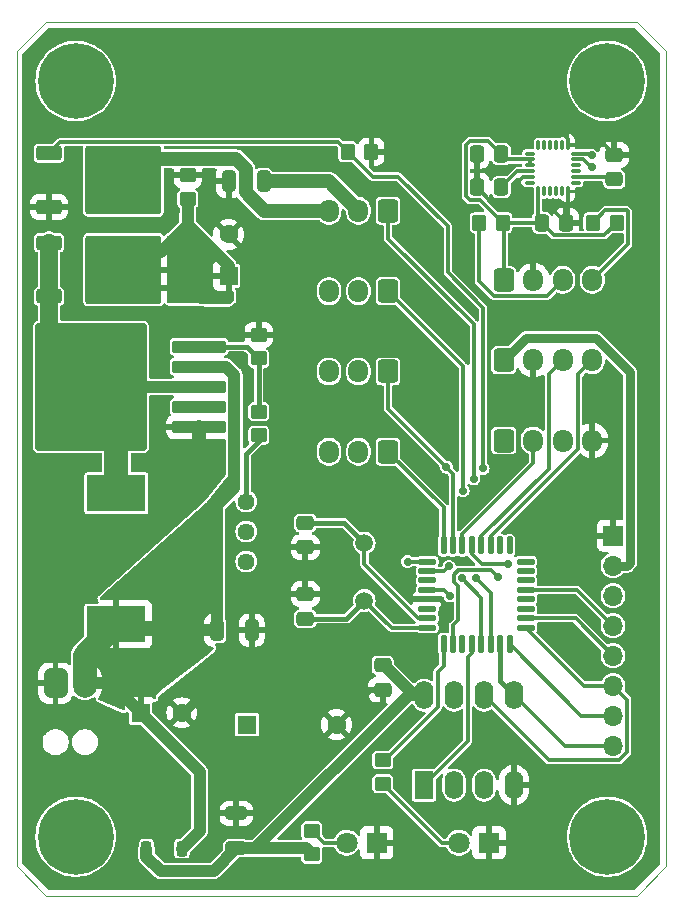
<source format=gbr>
%TF.GenerationSoftware,KiCad,Pcbnew,8.0.1-8.0.1-0~ubuntu20.04.1*%
%TF.CreationDate,2024-05-13T17:34:49+05:00*%
%TF.ProjectId,DeltaAnomalain,44656c74-6141-46e6-9f6d-616c61696e2e,rev?*%
%TF.SameCoordinates,Original*%
%TF.FileFunction,Copper,L1,Top*%
%TF.FilePolarity,Positive*%
%FSLAX46Y46*%
G04 Gerber Fmt 4.6, Leading zero omitted, Abs format (unit mm)*
G04 Created by KiCad (PCBNEW 8.0.1-8.0.1-0~ubuntu20.04.1) date 2024-05-13 17:34:49*
%MOMM*%
%LPD*%
G01*
G04 APERTURE LIST*
G04 Aperture macros list*
%AMRoundRect*
0 Rectangle with rounded corners*
0 $1 Rounding radius*
0 $2 $3 $4 $5 $6 $7 $8 $9 X,Y pos of 4 corners*
0 Add a 4 corners polygon primitive as box body*
4,1,4,$2,$3,$4,$5,$6,$7,$8,$9,$2,$3,0*
0 Add four circle primitives for the rounded corners*
1,1,$1+$1,$2,$3*
1,1,$1+$1,$4,$5*
1,1,$1+$1,$6,$7*
1,1,$1+$1,$8,$9*
0 Add four rect primitives between the rounded corners*
20,1,$1+$1,$2,$3,$4,$5,0*
20,1,$1+$1,$4,$5,$6,$7,0*
20,1,$1+$1,$6,$7,$8,$9,0*
20,1,$1+$1,$8,$9,$2,$3,0*%
%AMFreePoly0*
4,1,9,3.862500,-0.866500,0.737500,-0.866500,0.737500,-0.450000,-0.737500,-0.450000,-0.737500,0.450000,0.737500,0.450000,0.737500,0.866500,3.862500,0.866500,3.862500,-0.866500,3.862500,-0.866500,$1*%
G04 Aperture macros list end*
%TA.AperFunction,ComponentPad*%
%ADD10R,1.600000X1.600000*%
%TD*%
%TA.AperFunction,ComponentPad*%
%ADD11C,1.600000*%
%TD*%
%TA.AperFunction,ComponentPad*%
%ADD12R,1.700000X1.700000*%
%TD*%
%TA.AperFunction,ComponentPad*%
%ADD13O,1.700000X1.700000*%
%TD*%
%TA.AperFunction,SMDPad,CuDef*%
%ADD14RoundRect,0.250000X-0.350000X-0.450000X0.350000X-0.450000X0.350000X0.450000X-0.350000X0.450000X0*%
%TD*%
%TA.AperFunction,ComponentPad*%
%ADD15C,0.800000*%
%TD*%
%TA.AperFunction,ComponentPad*%
%ADD16C,6.400000*%
%TD*%
%TA.AperFunction,ComponentPad*%
%ADD17RoundRect,0.250000X-0.600000X-0.725000X0.600000X-0.725000X0.600000X0.725000X-0.600000X0.725000X0*%
%TD*%
%TA.AperFunction,ComponentPad*%
%ADD18O,1.700000X1.950000*%
%TD*%
%TA.AperFunction,ComponentPad*%
%ADD19R,1.800000X1.800000*%
%TD*%
%TA.AperFunction,ComponentPad*%
%ADD20C,1.800000*%
%TD*%
%TA.AperFunction,ComponentPad*%
%ADD21C,1.500000*%
%TD*%
%TA.AperFunction,ComponentPad*%
%ADD22RoundRect,0.500000X0.500000X-0.750000X0.500000X0.750000X-0.500000X0.750000X-0.500000X-0.750000X0*%
%TD*%
%TA.AperFunction,ComponentPad*%
%ADD23O,2.000000X2.500000*%
%TD*%
%TA.AperFunction,SMDPad,CuDef*%
%ADD24RoundRect,0.250000X0.337500X0.475000X-0.337500X0.475000X-0.337500X-0.475000X0.337500X-0.475000X0*%
%TD*%
%TA.AperFunction,SMDPad,CuDef*%
%ADD25RoundRect,0.250000X0.475000X-0.337500X0.475000X0.337500X-0.475000X0.337500X-0.475000X-0.337500X0*%
%TD*%
%TA.AperFunction,SMDPad,CuDef*%
%ADD26RoundRect,0.250000X-0.850000X-0.350000X0.850000X-0.350000X0.850000X0.350000X-0.850000X0.350000X0*%
%TD*%
%TA.AperFunction,SMDPad,CuDef*%
%ADD27RoundRect,0.250000X-1.275000X-1.125000X1.275000X-1.125000X1.275000X1.125000X-1.275000X1.125000X0*%
%TD*%
%TA.AperFunction,SMDPad,CuDef*%
%ADD28RoundRect,0.249997X-2.950003X-2.650003X2.950003X-2.650003X2.950003X2.650003X-2.950003X2.650003X0*%
%TD*%
%TA.AperFunction,ComponentPad*%
%ADD29RoundRect,0.250000X0.600000X0.725000X-0.600000X0.725000X-0.600000X-0.725000X0.600000X-0.725000X0*%
%TD*%
%TA.AperFunction,SMDPad,CuDef*%
%ADD30RoundRect,0.250000X-0.325000X-0.650000X0.325000X-0.650000X0.325000X0.650000X-0.325000X0.650000X0*%
%TD*%
%TA.AperFunction,SMDPad,CuDef*%
%ADD31R,5.000000X3.100000*%
%TD*%
%TA.AperFunction,SMDPad,CuDef*%
%ADD32RoundRect,0.250000X-0.337500X-0.475000X0.337500X-0.475000X0.337500X0.475000X-0.337500X0.475000X0*%
%TD*%
%TA.AperFunction,SMDPad,CuDef*%
%ADD33RoundRect,0.250000X2.050000X0.300000X-2.050000X0.300000X-2.050000X-0.300000X2.050000X-0.300000X0*%
%TD*%
%TA.AperFunction,SMDPad,CuDef*%
%ADD34RoundRect,0.250000X2.025000X2.375000X-2.025000X2.375000X-2.025000X-2.375000X2.025000X-2.375000X0*%
%TD*%
%TA.AperFunction,SMDPad,CuDef*%
%ADD35RoundRect,0.250002X4.449998X5.149998X-4.449998X5.149998X-4.449998X-5.149998X4.449998X-5.149998X0*%
%TD*%
%TA.AperFunction,SMDPad,CuDef*%
%ADD36RoundRect,0.250000X0.450000X-0.350000X0.450000X0.350000X-0.450000X0.350000X-0.450000X-0.350000X0*%
%TD*%
%TA.AperFunction,SMDPad,CuDef*%
%ADD37RoundRect,0.250000X0.650000X-0.325000X0.650000X0.325000X-0.650000X0.325000X-0.650000X-0.325000X0*%
%TD*%
%TA.AperFunction,ComponentPad*%
%ADD38R,1.600000X2.400000*%
%TD*%
%TA.AperFunction,ComponentPad*%
%ADD39O,1.600000X2.400000*%
%TD*%
%TA.AperFunction,SMDPad,CuDef*%
%ADD40RoundRect,0.250000X-0.475000X0.337500X-0.475000X-0.337500X0.475000X-0.337500X0.475000X0.337500X0*%
%TD*%
%TA.AperFunction,ComponentPad*%
%ADD41C,1.440000*%
%TD*%
%TA.AperFunction,SMDPad,CuDef*%
%ADD42RoundRect,0.075000X-0.075000X0.350000X-0.075000X-0.350000X0.075000X-0.350000X0.075000X0.350000X0*%
%TD*%
%TA.AperFunction,SMDPad,CuDef*%
%ADD43RoundRect,0.075000X-0.350000X-0.075000X0.350000X-0.075000X0.350000X0.075000X-0.350000X0.075000X0*%
%TD*%
%TA.AperFunction,SMDPad,CuDef*%
%ADD44RoundRect,0.250000X0.325000X0.650000X-0.325000X0.650000X-0.325000X-0.650000X0.325000X-0.650000X0*%
%TD*%
%TA.AperFunction,SMDPad,CuDef*%
%ADD45RoundRect,0.225000X0.225000X-0.425000X0.225000X0.425000X-0.225000X0.425000X-0.225000X-0.425000X0*%
%TD*%
%TA.AperFunction,SMDPad,CuDef*%
%ADD46FreePoly0,90.000000*%
%TD*%
%TA.AperFunction,SMDPad,CuDef*%
%ADD47RoundRect,0.125000X-0.625000X-0.125000X0.625000X-0.125000X0.625000X0.125000X-0.625000X0.125000X0*%
%TD*%
%TA.AperFunction,SMDPad,CuDef*%
%ADD48RoundRect,0.125000X-0.125000X-0.625000X0.125000X-0.625000X0.125000X0.625000X-0.125000X0.625000X0*%
%TD*%
%TA.AperFunction,SMDPad,CuDef*%
%ADD49RoundRect,0.250000X-0.450000X0.350000X-0.450000X-0.350000X0.450000X-0.350000X0.450000X0.350000X0*%
%TD*%
%TA.AperFunction,ViaPad*%
%ADD50C,0.700000*%
%TD*%
%TA.AperFunction,Conductor*%
%ADD51C,0.300000*%
%TD*%
%TA.AperFunction,Conductor*%
%ADD52C,1.000000*%
%TD*%
%TA.AperFunction,Conductor*%
%ADD53C,0.800000*%
%TD*%
%TA.AperFunction,Conductor*%
%ADD54C,0.400000*%
%TD*%
%TA.AperFunction,Conductor*%
%ADD55C,1.200000*%
%TD*%
%TA.AperFunction,Conductor*%
%ADD56C,2.000000*%
%TD*%
%TA.AperFunction,Conductor*%
%ADD57C,1.500000*%
%TD*%
%TA.AperFunction,Profile*%
%ADD58C,0.050000*%
%TD*%
G04 APERTURE END LIST*
D10*
%TO.P,C6,1*%
%TO.N,3V7*%
X198500000Y-117000000D03*
D11*
%TO.P,C6,2*%
%TO.N,GND*%
X202000000Y-117000000D03*
%TD*%
D12*
%TO.P,J9,1,Pin_1*%
%TO.N,GND*%
X238500000Y-102000000D03*
D13*
%TO.P,J9,2,Pin_2*%
%TO.N,3V3*%
X238500000Y-104540000D03*
%TO.P,J9,3,Pin_3*%
%TO.N,NRES*%
X238500000Y-107080000D03*
%TO.P,J9,4,Pin_4*%
%TO.N,SWD*%
X238500000Y-109620000D03*
%TO.P,J9,5,Pin_5*%
%TO.N,SWC*%
X238500000Y-112160000D03*
%TO.P,J9,6,Pin_6*%
%TO.N,SCK*%
X238500000Y-114700000D03*
%TO.P,J9,7,Pin_7*%
%TO.N,MISO*%
X238500000Y-117240000D03*
%TO.P,J9,8,Pin_8*%
%TO.N,MOSI*%
X238500000Y-119780000D03*
%TD*%
D14*
%TO.P,R6,1*%
%TO.N,SDA*%
X236800000Y-75500000D03*
%TO.P,R6,2*%
%TO.N,3V3*%
X238800000Y-75500000D03*
%TD*%
D15*
%TO.P,H1,1*%
%TO.N,N/C*%
X190600000Y-127500000D03*
X191302944Y-125802944D03*
X191302944Y-129197056D03*
X193000000Y-125100000D03*
D16*
X193000000Y-127500000D03*
D15*
X193000000Y-129900000D03*
X194697056Y-125802944D03*
X194697056Y-129197056D03*
X195400000Y-127500000D03*
%TD*%
D17*
%TO.P,J8,1,Pin_1*%
%TO.N,TXD6*%
X229250000Y-93950000D03*
D18*
%TO.P,J8,2,Pin_2*%
%TO.N,RXD*%
X231750000Y-93950000D03*
%TO.P,J8,3,Pin_3*%
%TO.N,SERVOB*%
X234250000Y-93950000D03*
%TO.P,J8,4,Pin_4*%
%TO.N,GND*%
X236750000Y-93950000D03*
%TD*%
D17*
%TO.P,J6,1,Pin_1*%
%TO.N,3V3*%
X229250000Y-80350000D03*
D18*
%TO.P,J6,2,Pin_2*%
%TO.N,GND*%
X231750000Y-80350000D03*
%TO.P,J6,3,Pin_3*%
%TO.N,SCL*%
X234250000Y-80350000D03*
%TO.P,J6,4,Pin_4*%
%TO.N,SDA*%
X236750000Y-80350000D03*
%TD*%
D19*
%TO.P,D3,1,K*%
%TO.N,GND*%
X228000000Y-128000000D03*
D20*
%TO.P,D3,2,A*%
%TO.N,Net-(D3-A)*%
X225460000Y-128000000D03*
%TD*%
D21*
%TO.P,Y1,1,1*%
%TO.N,XTAL0*%
X217450000Y-102620000D03*
%TO.P,Y1,2,2*%
%TO.N,XTAL1*%
X217450000Y-107500000D03*
%TD*%
D22*
%TO.P,J1,1,Pin_1*%
%TO.N,GND*%
X191297349Y-114500000D03*
D23*
%TO.P,J1,2,Pin_2*%
%TO.N,3V7*%
X193797349Y-114500000D03*
%TD*%
D24*
%TO.P,C3,1*%
%TO.N,Net-(U2-REGOUT)*%
X229037500Y-72500000D03*
%TO.P,C3,2*%
%TO.N,GND*%
X226962500Y-72500000D03*
%TD*%
D25*
%TO.P,C12,1*%
%TO.N,XTAL1*%
X212450000Y-109037500D03*
%TO.P,C12,2*%
%TO.N,GND*%
X212450000Y-106962500D03*
%TD*%
D26*
%TO.P,D1,1,A*%
%TO.N,Net-(U4-SW)*%
X190750000Y-77195000D03*
D27*
%TO.P,D1,2,K*%
%TO.N,SERVO_6V*%
X195375000Y-77950000D03*
X195375000Y-81000000D03*
D28*
X197050000Y-79475000D03*
D27*
X198725000Y-77950000D03*
X198725000Y-81000000D03*
D26*
%TO.P,D1,3,A*%
%TO.N,Net-(U4-SW)*%
X190750000Y-81755000D03*
%TD*%
D29*
%TO.P,J2,1,Pin_1*%
%TO.N,SERVOA*%
X219450000Y-94900000D03*
D18*
%TO.P,J2,2,Pin_2*%
%TO.N,SERVO_6V*%
X216950000Y-94900000D03*
%TO.P,J2,3,Pin_3*%
%TO.N,SERVO_GND*%
X214450000Y-94900000D03*
%TD*%
D30*
%TO.P,C5,1*%
%TO.N,3V7*%
X204975000Y-110000000D03*
%TO.P,C5,2*%
%TO.N,GND*%
X207925000Y-110000000D03*
%TD*%
D31*
%TO.P,L1,1*%
%TO.N,3V7*%
X196450000Y-109500000D03*
%TO.P,L1,2*%
%TO.N,Net-(U4-SW)*%
X196450000Y-98400000D03*
%TD*%
D32*
%TO.P,C2,1*%
%TO.N,3V3*%
X232462500Y-75500000D03*
%TO.P,C2,2*%
%TO.N,GND*%
X234537500Y-75500000D03*
%TD*%
D17*
%TO.P,J7,1,Pin_1*%
%TO.N,3V3*%
X229250000Y-87150000D03*
D18*
%TO.P,J7,2,Pin_2*%
%TO.N,GND*%
X231750000Y-87150000D03*
%TO.P,J7,3,Pin_3*%
%TO.N,SCL*%
X234250000Y-87150000D03*
%TO.P,J7,4,Pin_4*%
%TO.N,SDA*%
X236750000Y-87150000D03*
%TD*%
D33*
%TO.P,U4,1,GND*%
%TO.N,GND*%
X203450000Y-92800000D03*
%TO.P,U4,2,EN*%
%TO.N,unconnected-(U4-EN-Pad2)*%
X203450000Y-91100000D03*
%TO.P,U4,3,SW*%
%TO.N,Net-(U4-SW)*%
X203450000Y-89400000D03*
D34*
X196725000Y-92175000D03*
X196725000Y-86625000D03*
D35*
X194300000Y-89400000D03*
D34*
X191875000Y-92175000D03*
X191875000Y-86625000D03*
D33*
%TO.P,U4,4,VIN*%
%TO.N,3V7*%
X203450000Y-87700000D03*
%TO.P,U4,5,FB*%
%TO.N,Net-(U4-FB)*%
X203450000Y-86000000D03*
%TD*%
D36*
%TO.P,R1,1*%
%TO.N,Net-(R1-Pad1)*%
X208500000Y-93500000D03*
%TO.P,R1,2*%
%TO.N,Net-(U4-FB)*%
X208500000Y-91500000D03*
%TD*%
D15*
%TO.P,H2,1*%
%TO.N,N/C*%
X235600000Y-63500000D03*
X236302944Y-61802944D03*
X236302944Y-65197056D03*
X238000000Y-61100000D03*
D16*
X238000000Y-63500000D03*
D15*
X238000000Y-65900000D03*
X239697056Y-61802944D03*
X239697056Y-65197056D03*
X240400000Y-63500000D03*
%TD*%
D26*
%TO.P,Q1,1,G*%
%TO.N,SERVOEN*%
X190750000Y-69635000D03*
D27*
%TO.P,Q1,2,D*%
%TO.N,SERVO_GND*%
X195375000Y-70390000D03*
X195375000Y-73440000D03*
D28*
X197050000Y-71915000D03*
D27*
X198725000Y-70390000D03*
X198725000Y-73440000D03*
D26*
%TO.P,Q1,3,S*%
%TO.N,GND*%
X190750000Y-74195000D03*
%TD*%
D29*
%TO.P,J5,1,Pin_1*%
%TO.N,SERVOD*%
X219450000Y-74500000D03*
D18*
%TO.P,J5,2,Pin_2*%
%TO.N,SERVO_6V*%
X216950000Y-74500000D03*
%TO.P,J5,3,Pin_3*%
%TO.N,SERVO_GND*%
X214450000Y-74500000D03*
%TD*%
D15*
%TO.P,H4,1*%
%TO.N,N/C*%
X235600000Y-127500000D03*
X236302944Y-125802944D03*
X236302944Y-129197056D03*
X238000000Y-125100000D03*
D16*
X238000000Y-127500000D03*
D15*
X238000000Y-129900000D03*
X239697056Y-125802944D03*
X239697056Y-129197056D03*
X240400000Y-127500000D03*
%TD*%
D37*
%TO.P,C9,1*%
%TO.N,3V3*%
X206600000Y-128475000D03*
%TO.P,C9,2*%
%TO.N,GND*%
X206600000Y-125525000D03*
%TD*%
D38*
%TO.P,U3,1,~{CS}*%
%TO.N,W25NE*%
X222500000Y-123120000D03*
D39*
%TO.P,U3,2,DO(IO1)*%
%TO.N,MISO*%
X225040000Y-123120000D03*
%TO.P,U3,3,IO2*%
%TO.N,3V3*%
X227580000Y-123120000D03*
%TO.P,U3,4,GND*%
%TO.N,GND*%
X230120000Y-123120000D03*
%TO.P,U3,5,DI(IO0)*%
%TO.N,MOSI*%
X230120000Y-115500000D03*
%TO.P,U3,6,CLK*%
%TO.N,SCK*%
X227580000Y-115500000D03*
%TO.P,U3,7,IO3*%
%TO.N,3V3*%
X225040000Y-115500000D03*
%TO.P,U3,8,VCC*%
X222500000Y-115500000D03*
%TD*%
D40*
%TO.P,C11,1*%
%TO.N,XTAL0*%
X212450000Y-100925000D03*
%TO.P,C11,2*%
%TO.N,GND*%
X212450000Y-103000000D03*
%TD*%
D10*
%TO.P,BZ1,1,+*%
%TO.N,BUZ*%
X207500000Y-118000000D03*
D11*
%TO.P,BZ1,2,-*%
%TO.N,GND*%
X215100000Y-118000000D03*
%TD*%
D36*
%TO.P,R7,1*%
%TO.N,3V3*%
X213000000Y-129000000D03*
%TO.P,R7,2*%
%TO.N,Net-(D2-A)*%
X213000000Y-127000000D03*
%TD*%
D41*
%TO.P,RV1,1,1*%
%TO.N,Net-(R1-Pad1)*%
X207450000Y-99120000D03*
%TO.P,RV1,2,2*%
%TO.N,SERVO_6V*%
X207450000Y-101660000D03*
%TO.P,RV1,3,3*%
%TO.N,unconnected-(RV1-Pad3)*%
X207450000Y-104200000D03*
%TD*%
D42*
%TO.P,U2,1,CLKIN*%
%TO.N,GND*%
X234650000Y-68950000D03*
%TO.P,U2,2,NC*%
%TO.N,unconnected-(U2-NC-Pad2)*%
X234150000Y-68950000D03*
%TO.P,U2,3,NC*%
%TO.N,unconnected-(U2-NC-Pad3)*%
X233650000Y-68950000D03*
%TO.P,U2,4,NC*%
%TO.N,unconnected-(U2-NC-Pad4)*%
X233150000Y-68950000D03*
%TO.P,U2,5,NC*%
%TO.N,unconnected-(U2-NC-Pad5)*%
X232650000Y-68950000D03*
%TO.P,U2,6,AUX_DA*%
%TO.N,unconnected-(U2-AUX_DA-Pad6)*%
X232150000Y-68950000D03*
D43*
%TO.P,U2,7,AUX_CL*%
%TO.N,unconnected-(U2-AUX_CL-Pad7)*%
X231450000Y-69650000D03*
%TO.P,U2,8,VLOGIC*%
%TO.N,3V3*%
X231450000Y-70150000D03*
%TO.P,U2,9,AD0*%
X231450000Y-70650000D03*
%TO.P,U2,10,REGOUT*%
%TO.N,Net-(U2-REGOUT)*%
X231450000Y-71150000D03*
%TO.P,U2,11,FSYNC*%
%TO.N,GND*%
X231450000Y-71650000D03*
%TO.P,U2,12,INT*%
%TO.N,unconnected-(U2-INT-Pad12)*%
X231450000Y-72150000D03*
D42*
%TO.P,U2,13,VDD*%
%TO.N,3V3*%
X232150000Y-72850000D03*
%TO.P,U2,14,NC*%
%TO.N,unconnected-(U2-NC-Pad14)*%
X232650000Y-72850000D03*
%TO.P,U2,15,NC*%
%TO.N,unconnected-(U2-NC-Pad15)*%
X233150000Y-72850000D03*
%TO.P,U2,16,NC*%
%TO.N,unconnected-(U2-NC-Pad16)*%
X233650000Y-72850000D03*
%TO.P,U2,17,NC*%
%TO.N,unconnected-(U2-NC-Pad17)*%
X234150000Y-72850000D03*
%TO.P,U2,18,GND*%
%TO.N,GND*%
X234650000Y-72850000D03*
D43*
%TO.P,U2,19,RESV*%
%TO.N,unconnected-(U2-RESV-Pad19)*%
X235350000Y-72150000D03*
%TO.P,U2,20,CPOUT*%
%TO.N,Net-(U2-CPOUT)*%
X235350000Y-71650000D03*
%TO.P,U2,21,RESV*%
%TO.N,unconnected-(U2-RESV-Pad21)*%
X235350000Y-71150000D03*
%TO.P,U2,22,RESV*%
%TO.N,unconnected-(U2-RESV-Pad22)*%
X235350000Y-70650000D03*
%TO.P,U2,23,SCL*%
%TO.N,SCL*%
X235350000Y-70150000D03*
%TO.P,U2,24,SDA*%
%TO.N,SDA*%
X235350000Y-69650000D03*
%TD*%
D44*
%TO.P,C8,1*%
%TO.N,SERVO_6V*%
X208925000Y-72000000D03*
%TO.P,C8,2*%
%TO.N,GND*%
X205975000Y-72000000D03*
%TD*%
D45*
%TO.P,U5,1,OUT*%
%TO.N,3V3*%
X199000000Y-128500000D03*
D46*
%TO.P,U5,2,GND*%
%TO.N,GND*%
X200500000Y-128412500D03*
D45*
%TO.P,U5,3,IN*%
%TO.N,3V7*%
X202000000Y-128500000D03*
%TD*%
D24*
%TO.P,C4,1*%
%TO.N,3V3*%
X229037500Y-69700000D03*
%TO.P,C4,2*%
%TO.N,GND*%
X226962500Y-69700000D03*
%TD*%
D29*
%TO.P,J3,1,Pin_1*%
%TO.N,SERVOB*%
X219450000Y-88100000D03*
D18*
%TO.P,J3,2,Pin_2*%
%TO.N,SERVO_6V*%
X216950000Y-88100000D03*
%TO.P,J3,3,Pin_3*%
%TO.N,SERVO_GND*%
X214450000Y-88100000D03*
%TD*%
D14*
%TO.P,R5,1*%
%TO.N,SCL*%
X227175000Y-75500000D03*
%TO.P,R5,2*%
%TO.N,3V3*%
X229175000Y-75500000D03*
%TD*%
%TO.P,R4,1*%
%TO.N,SERVOEN*%
X216050000Y-69500000D03*
%TO.P,R4,2*%
%TO.N,GND*%
X218050000Y-69500000D03*
%TD*%
D47*
%TO.P,U1,1,OC2B/INT1/PD3*%
%TO.N,BUZ*%
X222775000Y-104200000D03*
%TO.P,U1,2,XCK/T0/DA0/PD4*%
%TO.N,SERVOEN*%
X222775000Y-105000000D03*
%TO.P,U1,3,OC1B/OC0A/PE4*%
%TO.N,unconnected-(U1-OC1B{slash}OC0A{slash}PE4-Pad3)*%
X222775000Y-105800000D03*
%TO.P,U1,4,VCC*%
%TO.N,3V3*%
X222775000Y-106600000D03*
%TO.P,U1,5,GND*%
%TO.N,GND*%
X222775000Y-107400000D03*
%TO.P,U1,6,AC10/OC1A/PE5*%
%TO.N,unconnected-(U1-AC10{slash}OC1A{slash}PE5-Pad6)*%
X222775000Y-108200000D03*
%TO.P,U1,7,XTAL0/PB6*%
%TO.N,XTAL0*%
X222775000Y-109000000D03*
%TO.P,U1,8,XTAL1/PB7*%
%TO.N,XTAL1*%
X222775000Y-109800000D03*
D48*
%TO.P,U1,9,OC0B/T1/RXD/PD5*%
%TO.N,LED*%
X224150000Y-111175000D03*
%TO.P,U1,10,OC0A/AC0P/TXD/PD6*%
%TO.N,TXD6*%
X224950000Y-111175000D03*
%TO.P,U1,11,ACXN/PD7*%
%TO.N,unconnected-(U1-ACXN{slash}PD7-Pad11)*%
X225750000Y-111175000D03*
%TO.P,U1,12,CLCO/ICP1/PB0*%
%TO.N,W25NE*%
X226550000Y-111175000D03*
%TO.P,U1,13,OC1A/PB1*%
%TO.N,SERVOC*%
X227350000Y-111175000D03*
%TO.P,U1,14,SPSS/OC1B/PB2*%
%TO.N,SERVOD*%
X228150000Y-111175000D03*
%TO.P,U1,15,OC2A/MOSI/PB3*%
%TO.N,MOSI*%
X228950000Y-111175000D03*
%TO.P,U1,16,MISO/PB4*%
%TO.N,MISO*%
X229750000Y-111175000D03*
D47*
%TO.P,U1,17,ADC11/AC1P/SCK/PB5*%
%TO.N,SCK*%
X231125000Y-109800000D03*
%TO.P,U1,18,APN4/SWC/PE0*%
%TO.N,SWC*%
X231125000Y-109000000D03*
%TO.P,U1,19,ACXP/ADC6/PE1*%
%TO.N,unconnected-(U1-ACXP{slash}ADC6{slash}PE1-Pad19)*%
X231125000Y-108200000D03*
%TO.P,U1,20,AVREF/ADC10/PE6*%
%TO.N,unconnected-(U1-AVREF{slash}ADC10{slash}PE6-Pad20)*%
X231125000Y-107400000D03*
%TO.P,U1,21,SWD/PE2*%
%TO.N,SWD*%
X231125000Y-106600000D03*
%TO.P,U1,22,AC1N/ADC7/PE3*%
%TO.N,unconnected-(U1-AC1N{slash}ADC7{slash}PE3-Pad22)*%
X231125000Y-105800000D03*
%TO.P,U1,23,APP0/ADC0/PC0*%
%TO.N,unconnected-(U1-APP0{slash}ADC0{slash}PC0-Pad23)*%
X231125000Y-105000000D03*
%TO.P,U1,24,APP1/ADC1/PC1*%
%TO.N,unconnected-(U1-APP1{slash}ADC1{slash}PC1-Pad24)*%
X231125000Y-104200000D03*
D48*
%TO.P,U1,25,APN0ADC2/PC2*%
%TO.N,unconnected-(U1-APN0ADC2{slash}PC2-Pad25)*%
X229750000Y-102825000D03*
%TO.P,U1,26,APN1/ADC3/PC3*%
%TO.N,unconnected-(U1-APN1{slash}ADC3{slash}PC3-Pad26)*%
X228950000Y-102825000D03*
%TO.P,U1,27,SDA/ADC4/PC4*%
%TO.N,SDA*%
X228150000Y-102825000D03*
%TO.P,U1,28,SCL/ADC5/PC5*%
%TO.N,SCL*%
X227350000Y-102825000D03*
%TO.P,U1,29,RSTN/PC6*%
%TO.N,NRES*%
X226550000Y-102825000D03*
%TO.P,U1,30,RXD/PD0*%
%TO.N,RXD*%
X225750000Y-102825000D03*
%TO.P,U1,31,OC3A/TXD/PD1*%
%TO.N,SERVOB*%
X224950000Y-102825000D03*
%TO.P,U1,32,OC3B/INT0/PD2*%
%TO.N,SERVOA*%
X224150000Y-102825000D03*
%TD*%
D15*
%TO.P,H3,1*%
%TO.N,N/C*%
X190600000Y-63500000D03*
X191302944Y-61802944D03*
X191302944Y-65197056D03*
X193000000Y-61100000D03*
D16*
X193000000Y-63500000D03*
D15*
X193000000Y-65900000D03*
X194697056Y-61802944D03*
X194697056Y-65197056D03*
X195400000Y-63500000D03*
%TD*%
D19*
%TO.P,D2,1,K*%
%TO.N,GND*%
X218500000Y-128000000D03*
D20*
%TO.P,D2,2,A*%
%TO.N,Net-(D2-A)*%
X215960000Y-128000000D03*
%TD*%
D25*
%TO.P,C1,1*%
%TO.N,Net-(U2-CPOUT)*%
X238600000Y-71837500D03*
%TO.P,C1,2*%
%TO.N,GND*%
X238600000Y-69762500D03*
%TD*%
D36*
%TO.P,R2,1*%
%TO.N,Net-(U4-FB)*%
X208500000Y-87000000D03*
%TO.P,R2,2*%
%TO.N,GND*%
X208500000Y-85000000D03*
%TD*%
D29*
%TO.P,J4,1,Pin_1*%
%TO.N,SERVOC*%
X219450000Y-81300000D03*
D18*
%TO.P,J4,2,Pin_2*%
%TO.N,SERVO_6V*%
X216950000Y-81300000D03*
%TO.P,J4,3,Pin_3*%
%TO.N,SERVO_GND*%
X214450000Y-81300000D03*
%TD*%
D40*
%TO.P,C10,1*%
%TO.N,3V3*%
X219000000Y-112962500D03*
%TO.P,C10,2*%
%TO.N,GND*%
X219000000Y-115037500D03*
%TD*%
D49*
%TO.P,R8,1*%
%TO.N,LED*%
X219000000Y-121000000D03*
%TO.P,R8,2*%
%TO.N,Net-(D3-A)*%
X219000000Y-123000000D03*
%TD*%
D10*
%TO.P,C7,1*%
%TO.N,SERVO_6V*%
X205950000Y-80000000D03*
D11*
%TO.P,C7,2*%
%TO.N,GND*%
X205950000Y-76500000D03*
%TD*%
D36*
%TO.P,R3,1*%
%TO.N,SERVO_6V*%
X202500000Y-73500000D03*
%TO.P,R3,2*%
%TO.N,GND*%
X202500000Y-71500000D03*
%TD*%
D50*
%TO.N,3V3*%
X224700000Y-107100000D03*
%TO.N,GND*%
X202500000Y-94500000D03*
X192500000Y-70800000D03*
X201500000Y-94500000D03*
X224700000Y-108300000D03*
X233400000Y-74400000D03*
X227900000Y-71100000D03*
X203500000Y-94500000D03*
X229000000Y-71100000D03*
X204500000Y-94500000D03*
X192500000Y-71900000D03*
X219600000Y-69500000D03*
X221100000Y-107000000D03*
X192500000Y-73000000D03*
%TO.N,SCL*%
X236700000Y-70800000D03*
%TO.N,SDA*%
X236700000Y-69800000D03*
%TO.N,BUZ*%
X221100000Y-104200000D03*
%TO.N,SERVOB*%
X224400000Y-96200000D03*
%TO.N,SERVOC*%
X225700000Y-105600000D03*
X225800000Y-98200000D03*
%TO.N,SERVOD*%
X226700000Y-97200000D03*
X226900000Y-105600000D03*
%TO.N,TXD6*%
X228800000Y-105500000D03*
%TO.N,NRES*%
X229600000Y-104400000D03*
%TO.N,SERVOEN*%
X227500000Y-96300000D03*
X224600000Y-104600000D03*
%TD*%
D51*
%TO.N,3V3*%
X232150000Y-75187500D02*
X232150000Y-72850000D01*
X229175000Y-75500000D02*
X232462500Y-75500000D01*
D52*
X219087930Y-112962500D02*
X221625430Y-115500000D01*
D51*
X231450000Y-70650000D02*
X231450000Y-70150000D01*
X229487500Y-70150000D02*
X231450000Y-70150000D01*
D53*
X239950000Y-88174390D02*
X237075610Y-85300000D01*
X239702081Y-104540000D02*
X239950000Y-104292081D01*
D51*
X233537500Y-76575000D02*
X232462500Y-75500000D01*
X237725000Y-76575000D02*
X233537500Y-76575000D01*
D52*
X204675000Y-130400000D02*
X206600000Y-128475000D01*
D51*
X226025000Y-68969544D02*
X226394544Y-68600000D01*
X226369544Y-73575000D02*
X226025000Y-73230456D01*
D52*
X221625430Y-115500000D02*
X222500000Y-115500000D01*
X212475000Y-128475000D02*
X213000000Y-129000000D01*
D51*
X229250000Y-75575000D02*
X229175000Y-75500000D01*
X224700000Y-107100000D02*
X224200000Y-106600000D01*
D52*
X221200000Y-115500000D02*
X222500000Y-115500000D01*
D51*
X224200000Y-106600000D02*
X222775000Y-106600000D01*
X229037500Y-69700000D02*
X229487500Y-70150000D01*
D52*
X199000000Y-128500000D02*
X199000000Y-129200000D01*
X219000000Y-112962500D02*
X219087930Y-112962500D01*
D53*
X237075610Y-85300000D02*
X231100000Y-85300000D01*
X238500000Y-104540000D02*
X239702081Y-104540000D01*
X239950000Y-104292081D02*
X239950000Y-88174390D01*
D52*
X208225000Y-128475000D02*
X221200000Y-115500000D01*
X200200000Y-130400000D02*
X204675000Y-130400000D01*
X206600000Y-128475000D02*
X208225000Y-128475000D01*
D51*
X227937500Y-68600000D02*
X229037500Y-69700000D01*
X238800000Y-75500000D02*
X237725000Y-76575000D01*
X229250000Y-80350000D02*
X229250000Y-75575000D01*
D52*
X206600000Y-128475000D02*
X212475000Y-128475000D01*
D51*
X227250000Y-73575000D02*
X226369544Y-73575000D01*
X232462500Y-75500000D02*
X232150000Y-75187500D01*
D53*
X231100000Y-85300000D02*
X229250000Y-87150000D01*
D51*
X229175000Y-75500000D02*
X227250000Y-73575000D01*
X226394544Y-68600000D02*
X227937500Y-68600000D01*
D52*
X199000000Y-129200000D02*
X200200000Y-130400000D01*
D51*
X226025000Y-73230456D02*
X226025000Y-68969544D01*
%TO.N,Net-(U2-CPOUT)*%
X238600000Y-71837500D02*
X238412500Y-71650000D01*
X238412500Y-71650000D02*
X235350000Y-71650000D01*
%TO.N,GND*%
X226962500Y-71100000D02*
X227300000Y-71100000D01*
X226962500Y-71100000D02*
X226962500Y-72500000D01*
X202000000Y-117000000D02*
X206600000Y-121600000D01*
X230120000Y-127480000D02*
X229600000Y-128000000D01*
X200500000Y-128412500D02*
X200500000Y-129155000D01*
X229600000Y-128000000D02*
X228000000Y-128000000D01*
X209000000Y-124100000D02*
X209000000Y-124800000D01*
X207925000Y-111575000D02*
X207925000Y-110000000D01*
D54*
X199591168Y-75900000D02*
X201000000Y-74491168D01*
D51*
X234328120Y-68100000D02*
X221000000Y-68100000D01*
X218062500Y-115037500D02*
X219000000Y-115037500D01*
X233400000Y-74400000D02*
X233437500Y-74400000D01*
X207925000Y-110000000D02*
X207925000Y-108275000D01*
X237787500Y-68950000D02*
X234650000Y-68950000D01*
X223800000Y-107400000D02*
X222775000Y-107400000D01*
D55*
X203450000Y-92800000D02*
X203450000Y-94450000D01*
D51*
X215100000Y-118000000D02*
X209000000Y-124100000D01*
X230850000Y-71650000D02*
X231450000Y-71650000D01*
X233437500Y-74400000D02*
X234537500Y-75500000D01*
X234650000Y-68421880D02*
X234328120Y-68100000D01*
X224700000Y-108300000D02*
X223800000Y-107400000D01*
X202600000Y-129500000D02*
X204800000Y-127300000D01*
X230500000Y-72705456D02*
X230500000Y-72000000D01*
D54*
X201000000Y-71500000D02*
X202500000Y-71500000D01*
D51*
X221500000Y-107400000D02*
X221100000Y-107000000D01*
X230120000Y-123120000D02*
X230120000Y-127480000D01*
X204500000Y-94500000D02*
X201500000Y-94500000D01*
D54*
X190750000Y-74195000D02*
X190750000Y-75450000D01*
D51*
X208275000Y-125525000D02*
X206600000Y-125525000D01*
D54*
X204800000Y-75200000D02*
X204800000Y-75350000D01*
X201000000Y-74491168D02*
X201000000Y-71500000D01*
D51*
X234537500Y-75500000D02*
X234650000Y-75387500D01*
X227900000Y-71100000D02*
X229000000Y-71100000D01*
X200500000Y-129155000D02*
X200845000Y-129500000D01*
X203450000Y-94450000D02*
X203500000Y-94500000D01*
X238600000Y-69762500D02*
X237787500Y-68950000D01*
D54*
X191200000Y-75900000D02*
X199591168Y-75900000D01*
D51*
X218050000Y-69500000D02*
X219600000Y-69500000D01*
D54*
X192500000Y-74200000D02*
X192495000Y-74195000D01*
X204800000Y-75200000D02*
X205950000Y-74050000D01*
D51*
X208500000Y-79050000D02*
X205950000Y-76500000D01*
X234650000Y-68950000D02*
X234650000Y-68421880D01*
X228037500Y-73575000D02*
X229630456Y-73575000D01*
X226962500Y-69700000D02*
X226962500Y-71100000D01*
X204800000Y-127300000D02*
X204800000Y-125500000D01*
X208500000Y-85000000D02*
X208500000Y-79050000D01*
D54*
X190750000Y-75450000D02*
X191200000Y-75900000D01*
D51*
X200845000Y-129500000D02*
X202600000Y-129500000D01*
D54*
X192495000Y-74195000D02*
X190750000Y-74195000D01*
D51*
X215100000Y-118000000D02*
X218062500Y-115037500D01*
D54*
X204500000Y-72000000D02*
X205975000Y-72000000D01*
D51*
X226962500Y-72500000D02*
X228037500Y-73575000D01*
X202500000Y-117000000D02*
X207925000Y-111575000D01*
X222775000Y-107400000D02*
X221500000Y-107400000D01*
X230500000Y-72000000D02*
X230850000Y-71650000D01*
D54*
X192500000Y-70800000D02*
X192500000Y-74200000D01*
D51*
X234650000Y-75387500D02*
X234650000Y-72850000D01*
D54*
X212450000Y-106962500D02*
X212450000Y-103000000D01*
X204000000Y-71500000D02*
X204500000Y-72000000D01*
D51*
X227300000Y-71100000D02*
X227900000Y-71100000D01*
D54*
X204800000Y-75350000D02*
X205950000Y-76500000D01*
D51*
X204800000Y-125500000D02*
X204825000Y-125525000D01*
D54*
X202500000Y-71500000D02*
X204000000Y-71500000D01*
D51*
X229630456Y-73575000D02*
X230500000Y-72705456D01*
X221000000Y-68100000D02*
X219600000Y-69500000D01*
D54*
X205950000Y-72025000D02*
X205975000Y-72000000D01*
D51*
X209000000Y-124800000D02*
X208275000Y-125525000D01*
X207925000Y-108275000D02*
X209237500Y-106962500D01*
X209237500Y-106962500D02*
X212450000Y-106962500D01*
D54*
X205950000Y-74050000D02*
X205950000Y-72025000D01*
D51*
X202000000Y-117000000D02*
X202500000Y-117000000D01*
X206600000Y-121600000D02*
X206600000Y-125525000D01*
X204825000Y-125525000D02*
X206600000Y-125525000D01*
%TO.N,SCL*%
X233050000Y-88350000D02*
X233050000Y-96375001D01*
X227350000Y-102075001D02*
X227350000Y-102825000D01*
X232925000Y-81675000D02*
X228394544Y-81675000D01*
X235950000Y-70150000D02*
X236600000Y-70800000D01*
X228394544Y-81675000D02*
X227175000Y-80455456D01*
X236600000Y-70800000D02*
X236700000Y-70800000D01*
X235350000Y-70150000D02*
X235950000Y-70150000D01*
X227175000Y-80455456D02*
X227175000Y-75500000D01*
X233050000Y-96375001D02*
X227350000Y-102075001D01*
X234250000Y-87150000D02*
X233050000Y-88350000D01*
X234250000Y-80350000D02*
X232925000Y-81675000D01*
%TO.N,Net-(U2-REGOUT)*%
X230387500Y-71150000D02*
X231450000Y-71150000D01*
X229037500Y-72500000D02*
X230387500Y-71150000D01*
%TO.N,SDA*%
X235550000Y-88350000D02*
X236750000Y-87150000D01*
X239750000Y-74550000D02*
X239650000Y-74450000D01*
X236750000Y-80350000D02*
X239750000Y-77350000D01*
X228150000Y-102825000D02*
X228150000Y-102075001D01*
X235550000Y-94675001D02*
X235550000Y-88350000D01*
X239650000Y-74450000D02*
X237850000Y-74450000D01*
X239750000Y-77350000D02*
X239750000Y-74550000D01*
X228150000Y-102075001D02*
X235550000Y-94675001D01*
X237850000Y-74450000D02*
X236800000Y-75500000D01*
X235350000Y-69650000D02*
X236550000Y-69650000D01*
X236550000Y-69650000D02*
X236700000Y-69800000D01*
%TO.N,BUZ*%
X222775000Y-104200000D02*
X221100000Y-104200000D01*
D52*
%TO.N,SERVO_6V*%
X205950000Y-80000000D02*
X205950000Y-79150000D01*
X205950000Y-79150000D02*
X202500000Y-75700000D01*
D55*
X214450000Y-72000000D02*
X216950000Y-74500000D01*
X208925000Y-72000000D02*
X214450000Y-72000000D01*
D52*
X200250000Y-77950000D02*
X198725000Y-77950000D01*
X202500000Y-75700000D02*
X200250000Y-77950000D01*
X202500000Y-73500000D02*
X202500000Y-75700000D01*
%TO.N,Net-(U4-SW)*%
X196450000Y-92450000D02*
X196725000Y-92175000D01*
D56*
X196450000Y-98400000D02*
X196450000Y-92450000D01*
D57*
X190750000Y-77195000D02*
X190750000Y-81755000D01*
D52*
X190750000Y-85500000D02*
X191875000Y-86625000D01*
X203450000Y-89400000D02*
X194300000Y-89400000D01*
D57*
X190750000Y-81755000D02*
X190750000Y-85500000D01*
D51*
%TO.N,Net-(D2-A)*%
X214000000Y-128000000D02*
X213000000Y-127000000D01*
X215960000Y-128000000D02*
X214000000Y-128000000D01*
%TO.N,Net-(D3-A)*%
X224000000Y-128000000D02*
X225460000Y-128000000D01*
X219000000Y-123000000D02*
X224000000Y-128000000D01*
D52*
%TO.N,3V7*%
X204975000Y-99425000D02*
X204975000Y-110000000D01*
X193797349Y-114500000D02*
X196000000Y-114500000D01*
X204975000Y-110000000D02*
X196950000Y-110000000D01*
D56*
X193797349Y-112152651D02*
X196450000Y-109500000D01*
D52*
X203450000Y-87700000D02*
X205750000Y-87700000D01*
X196000000Y-114500000D02*
X198500000Y-117000000D01*
X203500000Y-122000000D02*
X198500000Y-117000000D01*
X203500000Y-127000000D02*
X203500000Y-122000000D01*
X205750000Y-87700000D02*
X206450000Y-88400000D01*
X206450000Y-97950000D02*
X204975000Y-99425000D01*
D56*
X193797349Y-114500000D02*
X193797349Y-112152651D01*
D52*
X196950000Y-110000000D02*
X196450000Y-109500000D01*
X206450000Y-88400000D02*
X206450000Y-97950000D01*
X202000000Y-128500000D02*
X203500000Y-127000000D01*
D51*
%TO.N,SERVOA*%
X224150000Y-99600000D02*
X219450000Y-94900000D01*
X224150000Y-102825000D02*
X224150000Y-99600000D01*
D55*
%TO.N,SERVO_GND*%
X207400000Y-72941852D02*
X208958148Y-74500000D01*
X207400000Y-70958148D02*
X207400000Y-72941852D01*
X208958148Y-74500000D02*
X214450000Y-74500000D01*
D52*
X198725000Y-73440000D02*
X198725000Y-72065000D01*
D55*
X199015000Y-70100000D02*
X206541852Y-70100000D01*
X206541852Y-70100000D02*
X207400000Y-70958148D01*
X198725000Y-70390000D02*
X199015000Y-70100000D01*
D51*
%TO.N,SERVOB*%
X224950000Y-96750000D02*
X224400000Y-96200000D01*
X219450000Y-91250000D02*
X219450000Y-88100000D01*
X224950000Y-102825000D02*
X224950000Y-96750000D01*
X224450000Y-96250000D02*
X219450000Y-91250000D01*
%TO.N,SERVOC*%
X225700000Y-105600000D02*
X227350000Y-107250000D01*
X227350000Y-107250000D02*
X227350000Y-111175000D01*
X225800000Y-87650000D02*
X219450000Y-81300000D01*
X225800000Y-98200000D02*
X225800000Y-87650000D01*
%TO.N,SERVOD*%
X226900000Y-105600000D02*
X228150000Y-106850000D01*
X219450000Y-76850000D02*
X219450000Y-74500000D01*
X226700000Y-84100000D02*
X219450000Y-76850000D01*
X228150000Y-106850000D02*
X228150000Y-111175000D01*
X226700000Y-97200000D02*
X226700000Y-84100000D01*
%TO.N,RXD*%
X225750000Y-102825000D02*
X225750000Y-101850000D01*
X231750000Y-95850000D02*
X231750000Y-93950000D01*
X225750000Y-101850000D02*
X231750000Y-95850000D01*
%TO.N,TXD6*%
X225000000Y-105889950D02*
X225000000Y-105310050D01*
X225400000Y-109150216D02*
X225400000Y-106289950D01*
X228200000Y-104900000D02*
X228800000Y-105500000D01*
X225410050Y-104900000D02*
X228200000Y-104900000D01*
X225400000Y-106289950D02*
X225000000Y-105889950D01*
X224950000Y-111175000D02*
X224950000Y-109600216D01*
X224950000Y-109600216D02*
X225400000Y-109150216D01*
X225000000Y-105310050D02*
X225410050Y-104900000D01*
%TO.N,NRES*%
X226550000Y-103574999D02*
X226550000Y-102825000D01*
X227375001Y-104400000D02*
X226550000Y-103574999D01*
X229600000Y-104400000D02*
X227375001Y-104400000D01*
%TO.N,MISO*%
X235815000Y-117240000D02*
X229750000Y-111175000D01*
X238500000Y-117240000D02*
X235815000Y-117240000D01*
%TO.N,SCK*%
X239700000Y-115900000D02*
X238500000Y-114700000D01*
X239020000Y-120980000D02*
X239700000Y-120300000D01*
X236025000Y-114700000D02*
X231125000Y-109800000D01*
X233060000Y-120980000D02*
X239020000Y-120980000D01*
X238500000Y-114700000D02*
X236025000Y-114700000D01*
X227580000Y-115500000D02*
X233060000Y-120980000D01*
X239700000Y-120300000D02*
X239700000Y-115900000D01*
%TO.N,SWD*%
X235480000Y-106600000D02*
X231125000Y-106600000D01*
X238500000Y-109620000D02*
X235480000Y-106600000D01*
%TO.N,SWC*%
X231125000Y-109000000D02*
X235340000Y-109000000D01*
X235340000Y-109000000D02*
X238500000Y-112160000D01*
%TO.N,MOSI*%
X234400000Y-119780000D02*
X230120000Y-115500000D01*
X238500000Y-119780000D02*
X234400000Y-119780000D01*
D54*
X230120000Y-115500000D02*
X228950000Y-114330000D01*
X228950000Y-114330000D02*
X228950000Y-111175000D01*
D51*
%TO.N,SERVOEN*%
X224500000Y-75800000D02*
X220300000Y-71600000D01*
X227500000Y-96300000D02*
X227500000Y-82700000D01*
X218150000Y-71600000D02*
X216050000Y-69500000D01*
X220300000Y-71600000D02*
X218150000Y-71600000D01*
X224600000Y-104600000D02*
X224200000Y-105000000D01*
X227500000Y-82700000D02*
X224500000Y-79700000D01*
X216050000Y-69500000D02*
X215215000Y-68665000D01*
X224200000Y-105000000D02*
X222775000Y-105000000D01*
X191720000Y-68665000D02*
X190750000Y-69635000D01*
X215215000Y-68665000D02*
X191720000Y-68665000D01*
X224500000Y-79700000D02*
X224500000Y-75800000D01*
D54*
%TO.N,Net-(R1-Pad1)*%
X208500000Y-94000000D02*
X207450000Y-95050000D01*
X208500000Y-93500000D02*
X208500000Y-94000000D01*
X207450000Y-95050000D02*
X207450000Y-99120000D01*
%TO.N,Net-(U4-FB)*%
X208500000Y-91500000D02*
X208500000Y-87000000D01*
X208500000Y-87000000D02*
X207500000Y-86000000D01*
X207500000Y-86000000D02*
X203450000Y-86000000D01*
D51*
%TO.N,LED*%
X224150000Y-113050000D02*
X223650000Y-113550000D01*
X219200000Y-121000000D02*
X219000000Y-121000000D01*
X224150000Y-111175000D02*
X224150000Y-113050000D01*
X223650000Y-116550000D02*
X219200000Y-121000000D01*
X223650000Y-113550000D02*
X223650000Y-116550000D01*
D54*
%TO.N,XTAL0*%
X212450000Y-100925000D02*
X215755000Y-100925000D01*
D51*
X217450000Y-104424999D02*
X217450000Y-102620000D01*
X222025001Y-109000000D02*
X217450000Y-104424999D01*
D54*
X215755000Y-100925000D02*
X217450000Y-102620000D01*
D51*
X222775000Y-109000000D02*
X222025001Y-109000000D01*
%TO.N,XTAL1*%
X219750000Y-109800000D02*
X222775000Y-109800000D01*
X217450000Y-107500000D02*
X219750000Y-109800000D01*
D54*
X215912500Y-109037500D02*
X217450000Y-107500000D01*
X212450000Y-109037500D02*
X215912500Y-109037500D01*
D51*
%TO.N,W25NE*%
X226190000Y-119430000D02*
X222500000Y-123120000D01*
X226550000Y-111175000D02*
X226550000Y-111924999D01*
X226550000Y-111924999D02*
X226190000Y-112284999D01*
X226190000Y-112284999D02*
X226190000Y-119430000D01*
%TD*%
%TA.AperFunction,Conductor*%
%TO.N,3V7*%
G36*
X206105195Y-96952453D02*
G01*
X206152247Y-96967311D01*
X206207805Y-96998110D01*
X206245340Y-97030145D01*
X206267875Y-97058945D01*
X206287681Y-97084256D01*
X206306747Y-97118816D01*
X206347891Y-97233559D01*
X206354477Y-97262345D01*
X206367862Y-97388646D01*
X206367456Y-97418173D01*
X206350596Y-97544067D01*
X206343219Y-97572661D01*
X206297073Y-97690990D01*
X206283145Y-97717028D01*
X206206047Y-97827211D01*
X206196859Y-97838802D01*
X205054761Y-99115267D01*
X204800000Y-99400000D01*
X204800000Y-99782058D01*
X204800000Y-108476000D01*
X204780315Y-108543039D01*
X204727511Y-108588794D01*
X204676002Y-108600000D01*
X204600029Y-108600000D01*
X204600012Y-108600001D01*
X204497302Y-108610494D01*
X204330880Y-108665641D01*
X204330875Y-108665643D01*
X204181654Y-108757684D01*
X204057684Y-108881654D01*
X203965643Y-109030875D01*
X203965641Y-109030880D01*
X203910494Y-109197302D01*
X203910493Y-109197309D01*
X203900000Y-109300013D01*
X203900000Y-109750000D01*
X204800000Y-109750000D01*
X204800000Y-110000000D01*
X199450000Y-110175409D01*
X199450000Y-109750000D01*
X197253574Y-109750000D01*
X197217664Y-109738828D01*
X197217663Y-109738828D01*
X196200000Y-109422221D01*
X196200000Y-107450000D01*
X196700000Y-107450000D01*
X196700000Y-109250000D01*
X199450000Y-109250000D01*
X199450000Y-107902172D01*
X199449999Y-107902155D01*
X199443598Y-107842627D01*
X199443596Y-107842620D01*
X199393354Y-107707913D01*
X199393350Y-107707906D01*
X199307190Y-107592812D01*
X199307187Y-107592809D01*
X199192093Y-107506649D01*
X199192086Y-107506645D01*
X199057379Y-107456403D01*
X199057372Y-107456401D01*
X198997844Y-107450000D01*
X196700000Y-107450000D01*
X196200000Y-107450000D01*
X195169387Y-107450000D01*
X195102348Y-107430315D01*
X195056593Y-107377511D01*
X195046649Y-107308353D01*
X195075674Y-107244797D01*
X195086881Y-107233432D01*
X204037120Y-99256045D01*
X204100000Y-99200000D01*
X204152611Y-99134235D01*
X204152619Y-99134227D01*
X205812848Y-97058939D01*
X205830187Y-97041232D01*
X205888714Y-96992361D01*
X205932121Y-96968905D01*
X205992901Y-96950430D01*
X206042023Y-96945761D01*
X206105195Y-96952453D01*
G37*
%TD.AperFunction*%
%TD*%
%TA.AperFunction,Conductor*%
%TO.N,SERVO_6V*%
G36*
X202750000Y-74599999D02*
G01*
X202876000Y-74599999D01*
X202943039Y-74619684D01*
X202988794Y-74672488D01*
X203000000Y-74723999D01*
X203000000Y-75500000D01*
X206163681Y-78663681D01*
X206197166Y-78725004D01*
X206200000Y-78751362D01*
X206200000Y-79684314D01*
X206195606Y-79679920D01*
X206104394Y-79627259D01*
X206002661Y-79600000D01*
X205897339Y-79600000D01*
X205795606Y-79627259D01*
X205704394Y-79679920D01*
X205700000Y-79684314D01*
X205700000Y-78700000D01*
X205102155Y-78700000D01*
X205042627Y-78706401D01*
X205042620Y-78706403D01*
X204907913Y-78756645D01*
X204907906Y-78756649D01*
X204792812Y-78842809D01*
X204792809Y-78842812D01*
X204706649Y-78957906D01*
X204706645Y-78957913D01*
X204656403Y-79092620D01*
X204656401Y-79092627D01*
X204650000Y-79152155D01*
X204650000Y-79750000D01*
X205634314Y-79750000D01*
X205629920Y-79754394D01*
X205577259Y-79845606D01*
X205550000Y-79947339D01*
X205550000Y-80052661D01*
X205577259Y-80154394D01*
X205629920Y-80245606D01*
X205634314Y-80250000D01*
X204650000Y-80250000D01*
X204650000Y-80847844D01*
X204656401Y-80907372D01*
X204656403Y-80907379D01*
X204706645Y-81042086D01*
X204706649Y-81042093D01*
X204792809Y-81157187D01*
X204792812Y-81157190D01*
X204907906Y-81243350D01*
X204907913Y-81243354D01*
X205042620Y-81293596D01*
X205042627Y-81293598D01*
X205102155Y-81299999D01*
X205102172Y-81300000D01*
X205700000Y-81300000D01*
X205700000Y-80315686D01*
X205704394Y-80320080D01*
X205795606Y-80372741D01*
X205897339Y-80400000D01*
X206002661Y-80400000D01*
X206104394Y-80372741D01*
X206195606Y-80320080D01*
X206200000Y-80315686D01*
X206200000Y-81300000D01*
X206276000Y-81300000D01*
X206343039Y-81319685D01*
X206388794Y-81372489D01*
X206400000Y-81424000D01*
X206400000Y-82048638D01*
X206380315Y-82115677D01*
X206363681Y-82136319D01*
X206137111Y-82362888D01*
X206075788Y-82396373D01*
X206047523Y-82399192D01*
X200870635Y-82319547D01*
X200803906Y-82298834D01*
X200758969Y-82245332D01*
X200749185Y-82182948D01*
X200749999Y-82174980D01*
X200750000Y-82174975D01*
X200750000Y-81250000D01*
X199600000Y-81250000D01*
X199600000Y-80750000D01*
X200749999Y-80750000D01*
X200749999Y-79725000D01*
X199600000Y-79725000D01*
X199600000Y-79225000D01*
X200749999Y-79225000D01*
X200749999Y-79131113D01*
X200750000Y-79131092D01*
X200750000Y-78200000D01*
X199600000Y-78200000D01*
X199600000Y-77700000D01*
X200749999Y-77700000D01*
X200749999Y-76775028D01*
X200749998Y-76775015D01*
X200746074Y-76736603D01*
X200758843Y-76667910D01*
X200806724Y-76617025D01*
X200869432Y-76600000D01*
X200900000Y-76600000D01*
X202000000Y-75500000D01*
X202000000Y-74723999D01*
X202019685Y-74656960D01*
X202072489Y-74611205D01*
X202124000Y-74599999D01*
X202249999Y-74599999D01*
X202250000Y-74599998D01*
X202250000Y-73400000D01*
X202750000Y-73400000D01*
X202750000Y-74599999D01*
G37*
%TD.AperFunction*%
%TD*%
%TA.AperFunction,Conductor*%
%TO.N,3V7*%
G36*
X204800000Y-110000000D02*
G01*
X204800000Y-110250000D01*
X203900001Y-110250000D01*
X203900001Y-110699986D01*
X203910494Y-110802697D01*
X203965641Y-110969119D01*
X203965643Y-110969124D01*
X204057684Y-111118345D01*
X204181654Y-111242315D01*
X204330875Y-111334356D01*
X204330880Y-111334358D01*
X204497302Y-111389505D01*
X204497310Y-111389506D01*
X204582757Y-111398236D01*
X204647449Y-111424632D01*
X204687600Y-111481813D01*
X204690464Y-111551624D01*
X204681584Y-111575997D01*
X204660072Y-111620058D01*
X204648409Y-111639294D01*
X204554080Y-111767090D01*
X204539133Y-111783904D01*
X204419141Y-111896421D01*
X204410586Y-111903742D01*
X200184976Y-115199717D01*
X200184963Y-115199728D01*
X199800000Y-115500000D01*
X199800000Y-115808131D01*
X199792497Y-115820149D01*
X199729326Y-115850003D01*
X199660043Y-115840965D01*
X199635763Y-115826772D01*
X199542089Y-115756647D01*
X199542086Y-115756645D01*
X199407379Y-115706403D01*
X199407372Y-115706401D01*
X199347844Y-115700000D01*
X198750000Y-115700000D01*
X198750000Y-116684314D01*
X198745606Y-116679920D01*
X198654394Y-116627259D01*
X198552661Y-116600000D01*
X198447339Y-116600000D01*
X198345606Y-116627259D01*
X198254394Y-116679920D01*
X198250000Y-116684314D01*
X198250000Y-115700000D01*
X197652155Y-115700000D01*
X197592627Y-115706401D01*
X197592620Y-115706403D01*
X197457913Y-115756645D01*
X197457906Y-115756649D01*
X197342812Y-115842809D01*
X197342809Y-115842812D01*
X197256649Y-115957906D01*
X197256645Y-115957913D01*
X197206403Y-116092620D01*
X197206401Y-116092627D01*
X197200000Y-116152155D01*
X197200000Y-116684458D01*
X197180315Y-116751497D01*
X197127511Y-116797252D01*
X197058353Y-116807196D01*
X197026697Y-116798235D01*
X194990895Y-115916054D01*
X194937209Y-115871337D01*
X194916222Y-115804694D01*
X194934596Y-115737283D01*
X194939880Y-115729391D01*
X195080263Y-115536171D01*
X195187451Y-115325802D01*
X195260414Y-115101247D01*
X195297349Y-114868052D01*
X195297349Y-114750000D01*
X194230361Y-114750000D01*
X194263274Y-114692993D01*
X194297349Y-114565826D01*
X194297349Y-114434174D01*
X194263274Y-114307007D01*
X194230361Y-114250000D01*
X195297349Y-114250000D01*
X195297349Y-114131947D01*
X195260414Y-113898752D01*
X195187451Y-113674197D01*
X195080263Y-113463828D01*
X194941482Y-113272813D01*
X194774535Y-113105866D01*
X194583520Y-112967085D01*
X194373151Y-112859897D01*
X194148596Y-112786934D01*
X194148597Y-112786934D01*
X193915404Y-112750000D01*
X193914256Y-112749910D01*
X193913846Y-112749753D01*
X193910590Y-112749238D01*
X193910698Y-112748553D01*
X193848971Y-112725018D01*
X193807507Y-112668782D01*
X193800000Y-112626293D01*
X193800000Y-112591652D01*
X193800507Y-112580448D01*
X193815313Y-112417260D01*
X193819344Y-112395223D01*
X193861770Y-112242786D01*
X193869700Y-112221841D01*
X193938867Y-112079532D01*
X193950443Y-112060348D01*
X194044087Y-111932820D01*
X194058925Y-111916032D01*
X194178101Y-111803564D01*
X194186576Y-111796260D01*
X194212138Y-111776177D01*
X194410835Y-111620058D01*
X194466278Y-111576496D01*
X194531154Y-111550556D01*
X194542888Y-111550000D01*
X196200000Y-111550000D01*
X196200000Y-110214284D01*
X196322664Y-110117906D01*
X196514622Y-109999439D01*
X196700000Y-109936586D01*
X196700000Y-111550000D01*
X198997828Y-111550000D01*
X198997844Y-111549999D01*
X199057372Y-111543598D01*
X199057379Y-111543596D01*
X199192086Y-111493354D01*
X199192093Y-111493350D01*
X199307187Y-111407190D01*
X199307190Y-111407187D01*
X199393350Y-111292093D01*
X199393354Y-111292086D01*
X199443596Y-111157379D01*
X199443598Y-111157372D01*
X199449999Y-111097844D01*
X199450000Y-111097827D01*
X199450000Y-109934755D01*
X204800000Y-110000000D01*
G37*
%TD.AperFunction*%
%TD*%
%TA.AperFunction,Conductor*%
%TO.N,GND*%
G36*
X230448605Y-71687087D02*
G01*
X230504539Y-71728958D01*
X230528211Y-71787083D01*
X230539800Y-71875103D01*
X230539801Y-71875108D01*
X230597736Y-72014978D01*
X230689905Y-72135094D01*
X230784245Y-72207484D01*
X230825447Y-72263912D01*
X230830375Y-72281669D01*
X230840484Y-72332491D01*
X230840485Y-72332495D01*
X230901375Y-72423624D01*
X230929349Y-72442315D01*
X230992505Y-72484515D01*
X230992508Y-72484515D01*
X230992509Y-72484516D01*
X231019533Y-72489891D01*
X231072867Y-72500500D01*
X231675500Y-72500499D01*
X231742539Y-72520183D01*
X231788294Y-72572987D01*
X231799500Y-72624499D01*
X231799500Y-74666586D01*
X231779815Y-74733625D01*
X231775270Y-74740219D01*
X231722209Y-74812113D01*
X231722206Y-74812119D01*
X231677353Y-74940298D01*
X231677353Y-74940300D01*
X231674500Y-74970730D01*
X231674500Y-75025500D01*
X231654815Y-75092539D01*
X231602011Y-75138294D01*
X231550500Y-75149500D01*
X230099500Y-75149500D01*
X230032461Y-75129815D01*
X229986706Y-75077011D01*
X229975500Y-75025500D01*
X229975500Y-74995730D01*
X229972646Y-74965300D01*
X229972646Y-74965298D01*
X229927793Y-74837119D01*
X229927792Y-74837117D01*
X229909342Y-74812118D01*
X229847150Y-74727850D01*
X229737882Y-74647207D01*
X229737880Y-74647206D01*
X229609700Y-74602353D01*
X229579270Y-74599500D01*
X229579266Y-74599500D01*
X228821544Y-74599500D01*
X228754505Y-74579815D01*
X228733863Y-74563181D01*
X227840852Y-73670170D01*
X227807367Y-73608847D01*
X227812351Y-73539155D01*
X227840853Y-73494807D01*
X227892315Y-73443345D01*
X227984356Y-73294124D01*
X227984359Y-73294117D01*
X228040094Y-73125918D01*
X228079866Y-73068473D01*
X228144382Y-73041649D01*
X228213158Y-73053964D01*
X228264358Y-73101506D01*
X228274841Y-73123965D01*
X228294857Y-73181166D01*
X228297207Y-73187882D01*
X228377850Y-73297150D01*
X228487118Y-73377793D01*
X228520589Y-73389505D01*
X228615299Y-73422646D01*
X228645730Y-73425500D01*
X228645734Y-73425500D01*
X229429270Y-73425500D01*
X229459699Y-73422646D01*
X229459701Y-73422646D01*
X229524421Y-73399999D01*
X229587882Y-73377793D01*
X229697150Y-73297150D01*
X229777793Y-73187882D01*
X229810037Y-73095734D01*
X229822646Y-73059701D01*
X229822646Y-73059699D01*
X229825500Y-73029269D01*
X229825500Y-72259042D01*
X229845185Y-72192003D01*
X229861814Y-72171366D01*
X230317595Y-71715585D01*
X230378914Y-71682103D01*
X230448605Y-71687087D01*
G37*
%TD.AperFunction*%
%TA.AperFunction,Conductor*%
G36*
X227155539Y-69469685D02*
G01*
X227201294Y-69522489D01*
X227212500Y-69574000D01*
X227212500Y-70924999D01*
X227349972Y-70924999D01*
X227349986Y-70924998D01*
X227452697Y-70914505D01*
X227619119Y-70859358D01*
X227619124Y-70859356D01*
X227768345Y-70767315D01*
X227892315Y-70643345D01*
X227984356Y-70494124D01*
X227984359Y-70494117D01*
X228040094Y-70325918D01*
X228079866Y-70268473D01*
X228144382Y-70241649D01*
X228213158Y-70253964D01*
X228264358Y-70301506D01*
X228274841Y-70323965D01*
X228284929Y-70352793D01*
X228297207Y-70387882D01*
X228377850Y-70497150D01*
X228487118Y-70577793D01*
X228529845Y-70592744D01*
X228615299Y-70622646D01*
X228645730Y-70625500D01*
X228645734Y-70625500D01*
X229429270Y-70625500D01*
X229459699Y-70622646D01*
X229459701Y-70622646D01*
X229523790Y-70600219D01*
X229587882Y-70577793D01*
X229659781Y-70524729D01*
X229725408Y-70500759D01*
X229733413Y-70500500D01*
X230700500Y-70500500D01*
X230767539Y-70520185D01*
X230813294Y-70572989D01*
X230824500Y-70624498D01*
X230824501Y-70675498D01*
X230804818Y-70742537D01*
X230752015Y-70788293D01*
X230700501Y-70799500D01*
X230341356Y-70799500D01*
X230252207Y-70823387D01*
X230172294Y-70869526D01*
X230172285Y-70869533D01*
X229503637Y-71538181D01*
X229442314Y-71571666D01*
X229415956Y-71574500D01*
X228645730Y-71574500D01*
X228615300Y-71577353D01*
X228615298Y-71577353D01*
X228487119Y-71622206D01*
X228487117Y-71622207D01*
X228377850Y-71702850D01*
X228297207Y-71812117D01*
X228274842Y-71876033D01*
X228234120Y-71932808D01*
X228169167Y-71958555D01*
X228100605Y-71945098D01*
X228050203Y-71896711D01*
X228040095Y-71874081D01*
X227984358Y-71705880D01*
X227984356Y-71705875D01*
X227892315Y-71556654D01*
X227768345Y-71432684D01*
X227619124Y-71340643D01*
X227619119Y-71340641D01*
X227452697Y-71285494D01*
X227452690Y-71285493D01*
X227349986Y-71275000D01*
X227212500Y-71275000D01*
X227212500Y-72626000D01*
X227192815Y-72693039D01*
X227140011Y-72738794D01*
X227088500Y-72750000D01*
X226836500Y-72750000D01*
X226769461Y-72730315D01*
X226723706Y-72677511D01*
X226712500Y-72626000D01*
X226712500Y-71275000D01*
X226575027Y-71275000D01*
X226575009Y-71275001D01*
X226512101Y-71281428D01*
X226443408Y-71268658D01*
X226392524Y-71220777D01*
X226375500Y-71158070D01*
X226375500Y-71041930D01*
X226395185Y-70974891D01*
X226447989Y-70929136D01*
X226512103Y-70918572D01*
X226575019Y-70924999D01*
X226712499Y-70924999D01*
X226712500Y-70924998D01*
X226712500Y-69574000D01*
X226732185Y-69506961D01*
X226784989Y-69461206D01*
X226836500Y-69450000D01*
X227088500Y-69450000D01*
X227155539Y-69469685D01*
G37*
%TD.AperFunction*%
%TA.AperFunction,Conductor*%
G36*
X240308363Y-59020185D02*
G01*
X240329005Y-59036819D01*
X242463181Y-61170995D01*
X242496666Y-61232318D01*
X242499500Y-61258676D01*
X242499500Y-129741324D01*
X242479815Y-129808363D01*
X242463181Y-129829005D01*
X240329005Y-131963181D01*
X240267682Y-131996666D01*
X240241324Y-131999500D01*
X190758676Y-131999500D01*
X190691637Y-131979815D01*
X190670995Y-131963181D01*
X188536819Y-129829005D01*
X188503334Y-129767682D01*
X188500500Y-129741324D01*
X188500500Y-127500002D01*
X189594506Y-127500002D01*
X189598880Y-127580667D01*
X189613711Y-127854225D01*
X189614469Y-127868196D01*
X189614470Y-127868213D01*
X189674122Y-128232068D01*
X189674128Y-128232094D01*
X189772768Y-128587365D01*
X189772770Y-128587371D01*
X189772772Y-128587377D01*
X189772773Y-128587379D01*
X189812271Y-128686511D01*
X189909255Y-128929926D01*
X189909261Y-128929938D01*
X190081973Y-129255708D01*
X190081976Y-129255713D01*
X190081978Y-129255716D01*
X190141398Y-129343354D01*
X190288909Y-129560916D01*
X190485777Y-129792686D01*
X190527627Y-129841956D01*
X190795330Y-130095538D01*
X191088881Y-130318690D01*
X191404838Y-130508795D01*
X191404840Y-130508796D01*
X191404842Y-130508797D01*
X191404846Y-130508799D01*
X191739486Y-130663620D01*
X191739497Y-130663625D01*
X192088934Y-130781364D01*
X192449052Y-130860632D01*
X192815630Y-130900500D01*
X192815636Y-130900500D01*
X193184364Y-130900500D01*
X193184370Y-130900500D01*
X193550948Y-130860632D01*
X193911066Y-130781364D01*
X194260503Y-130663625D01*
X194595162Y-130508795D01*
X194911119Y-130318690D01*
X195204670Y-130095538D01*
X195472373Y-129841956D01*
X195711090Y-129560917D01*
X195918022Y-129255716D01*
X196090743Y-128929930D01*
X196227227Y-128587379D01*
X196325875Y-128232081D01*
X196348229Y-128095730D01*
X196385529Y-127868213D01*
X196385529Y-127868210D01*
X196385531Y-127868199D01*
X196405494Y-127500000D01*
X196385531Y-127131801D01*
X196383271Y-127118017D01*
X196325877Y-126767931D01*
X196325876Y-126767930D01*
X196325875Y-126767919D01*
X196276339Y-126589505D01*
X196227231Y-126412634D01*
X196227229Y-126412628D01*
X196227228Y-126412627D01*
X196227227Y-126412621D01*
X196090743Y-126070070D01*
X195918022Y-125744284D01*
X195711090Y-125439083D01*
X195472373Y-125158044D01*
X195204670Y-124904462D01*
X195173648Y-124880880D01*
X195062789Y-124796607D01*
X194911119Y-124681310D01*
X194595162Y-124491205D01*
X194595161Y-124491204D01*
X194595157Y-124491202D01*
X194595153Y-124491200D01*
X194260513Y-124336379D01*
X194260508Y-124336377D01*
X194260503Y-124336375D01*
X194090172Y-124278983D01*
X193911065Y-124218635D01*
X193550946Y-124139367D01*
X193184371Y-124099500D01*
X193184370Y-124099500D01*
X192815630Y-124099500D01*
X192815628Y-124099500D01*
X192449053Y-124139367D01*
X192088934Y-124218635D01*
X191855954Y-124297136D01*
X191739497Y-124336375D01*
X191739494Y-124336376D01*
X191739486Y-124336379D01*
X191404846Y-124491200D01*
X191404842Y-124491202D01*
X191356149Y-124520500D01*
X191088881Y-124681310D01*
X191022655Y-124731654D01*
X190795330Y-124904461D01*
X190795330Y-124904462D01*
X190527626Y-125158044D01*
X190288909Y-125439083D01*
X190081979Y-125744282D01*
X190081973Y-125744291D01*
X189909261Y-126070061D01*
X189909255Y-126070073D01*
X189772770Y-126412628D01*
X189772768Y-126412634D01*
X189674128Y-126767905D01*
X189674122Y-126767931D01*
X189614470Y-127131786D01*
X189614469Y-127131803D01*
X189594506Y-127499997D01*
X189594506Y-127500002D01*
X188500500Y-127500002D01*
X188500500Y-119586611D01*
X190196849Y-119586611D01*
X190223947Y-119757701D01*
X190277476Y-119922445D01*
X190356117Y-120076788D01*
X190457935Y-120216928D01*
X190580421Y-120339414D01*
X190720561Y-120441232D01*
X190874904Y-120519873D01*
X191039648Y-120573402D01*
X191210738Y-120600500D01*
X191210739Y-120600500D01*
X191383959Y-120600500D01*
X191383960Y-120600500D01*
X191555050Y-120573402D01*
X191719794Y-120519873D01*
X191874137Y-120441232D01*
X192014277Y-120339414D01*
X192136763Y-120216928D01*
X192238581Y-120076788D01*
X192317222Y-119922445D01*
X192370751Y-119757701D01*
X192397849Y-119586611D01*
X192696849Y-119586611D01*
X192723947Y-119757701D01*
X192777476Y-119922445D01*
X192856117Y-120076788D01*
X192957935Y-120216928D01*
X193080421Y-120339414D01*
X193220561Y-120441232D01*
X193374904Y-120519873D01*
X193539648Y-120573402D01*
X193710738Y-120600500D01*
X193710739Y-120600500D01*
X193883959Y-120600500D01*
X193883960Y-120600500D01*
X194055050Y-120573402D01*
X194219794Y-120519873D01*
X194374137Y-120441232D01*
X194514277Y-120339414D01*
X194636763Y-120216928D01*
X194738581Y-120076788D01*
X194817222Y-119922445D01*
X194870751Y-119757701D01*
X194897849Y-119586611D01*
X194897849Y-119413389D01*
X194870751Y-119242299D01*
X194817222Y-119077555D01*
X194738581Y-118923212D01*
X194636763Y-118783072D01*
X194514277Y-118660586D01*
X194374137Y-118558768D01*
X194219794Y-118480127D01*
X194055050Y-118426598D01*
X194055048Y-118426597D01*
X194055047Y-118426597D01*
X193923620Y-118405781D01*
X193883960Y-118399500D01*
X193710738Y-118399500D01*
X193671077Y-118405781D01*
X193539651Y-118426597D01*
X193374901Y-118480128D01*
X193220560Y-118558768D01*
X193140605Y-118616859D01*
X193080421Y-118660586D01*
X193080419Y-118660588D01*
X193080418Y-118660588D01*
X192957937Y-118783069D01*
X192957937Y-118783070D01*
X192957935Y-118783072D01*
X192914208Y-118843256D01*
X192856117Y-118923211D01*
X192777477Y-119077552D01*
X192723946Y-119242302D01*
X192700050Y-119393181D01*
X192696849Y-119413389D01*
X192696849Y-119586611D01*
X192397849Y-119586611D01*
X192397849Y-119413389D01*
X192370751Y-119242299D01*
X192317222Y-119077555D01*
X192238581Y-118923212D01*
X192136763Y-118783072D01*
X192014277Y-118660586D01*
X191874137Y-118558768D01*
X191719794Y-118480127D01*
X191555050Y-118426598D01*
X191555048Y-118426597D01*
X191555047Y-118426597D01*
X191423620Y-118405781D01*
X191383960Y-118399500D01*
X191210738Y-118399500D01*
X191171077Y-118405781D01*
X191039651Y-118426597D01*
X190874901Y-118480128D01*
X190720560Y-118558768D01*
X190640605Y-118616859D01*
X190580421Y-118660586D01*
X190580419Y-118660588D01*
X190580418Y-118660588D01*
X190457937Y-118783069D01*
X190457937Y-118783070D01*
X190457935Y-118783072D01*
X190414208Y-118843256D01*
X190356117Y-118923211D01*
X190277477Y-119077552D01*
X190223946Y-119242302D01*
X190200050Y-119393181D01*
X190196849Y-119413389D01*
X190196849Y-119586611D01*
X188500500Y-119586611D01*
X188500500Y-94604269D01*
X189399500Y-94604269D01*
X189402353Y-94634699D01*
X189402353Y-94634701D01*
X189446093Y-94759699D01*
X189447207Y-94762882D01*
X189527850Y-94872150D01*
X189637118Y-94952793D01*
X189679845Y-94967744D01*
X189765299Y-94997646D01*
X189795730Y-95000500D01*
X189795734Y-95000500D01*
X189795736Y-95000500D01*
X194645734Y-95000500D01*
X195125500Y-95000500D01*
X195192539Y-95020185D01*
X195238294Y-95072989D01*
X195249500Y-95124500D01*
X195249500Y-96525500D01*
X195229815Y-96592539D01*
X195177011Y-96638294D01*
X195125500Y-96649500D01*
X193930247Y-96649500D01*
X193871770Y-96661131D01*
X193871769Y-96661132D01*
X193805447Y-96705447D01*
X193761132Y-96771769D01*
X193761131Y-96771770D01*
X193749500Y-96830247D01*
X193749500Y-99969752D01*
X193761131Y-100028229D01*
X193761132Y-100028230D01*
X193805447Y-100094552D01*
X193871769Y-100138867D01*
X193871770Y-100138868D01*
X193930247Y-100150499D01*
X193930250Y-100150500D01*
X193930252Y-100150500D01*
X198969750Y-100150500D01*
X198969751Y-100150499D01*
X198984568Y-100147552D01*
X199028229Y-100138868D01*
X199028229Y-100138867D01*
X199028231Y-100138867D01*
X199094552Y-100094552D01*
X199138867Y-100028231D01*
X199138867Y-100028229D01*
X199138868Y-100028229D01*
X199150499Y-99969752D01*
X199150500Y-99969750D01*
X199150500Y-96830249D01*
X199150499Y-96830247D01*
X199138868Y-96771770D01*
X199138867Y-96771769D01*
X199094552Y-96705447D01*
X199028230Y-96661132D01*
X199028229Y-96661131D01*
X198969752Y-96649500D01*
X198969748Y-96649500D01*
X197774500Y-96649500D01*
X197707461Y-96629815D01*
X197661706Y-96577011D01*
X197650500Y-96525500D01*
X197650500Y-95124500D01*
X197670185Y-95057461D01*
X197722989Y-95011706D01*
X197774500Y-95000500D01*
X198804270Y-95000500D01*
X198834699Y-94997646D01*
X198834701Y-94997646D01*
X198898790Y-94975219D01*
X198962882Y-94952793D01*
X199072150Y-94872150D01*
X199152793Y-94762882D01*
X199184757Y-94671534D01*
X199197646Y-94634701D01*
X199197646Y-94634699D01*
X199200500Y-94604269D01*
X199200500Y-93050000D01*
X200650001Y-93050000D01*
X200650001Y-93149986D01*
X200660494Y-93252697D01*
X200715641Y-93419119D01*
X200715643Y-93419124D01*
X200807684Y-93568345D01*
X200931654Y-93692315D01*
X201080875Y-93784356D01*
X201080880Y-93784358D01*
X201247302Y-93839505D01*
X201247309Y-93839506D01*
X201350019Y-93849999D01*
X203199999Y-93849999D01*
X203200000Y-93849998D01*
X203200000Y-93050000D01*
X200650001Y-93050000D01*
X199200500Y-93050000D01*
X199200500Y-90224500D01*
X199220185Y-90157461D01*
X199272989Y-90111706D01*
X199324500Y-90100500D01*
X201159496Y-90100500D01*
X201200451Y-90107459D01*
X201273325Y-90132959D01*
X201330101Y-90173680D01*
X201355848Y-90238633D01*
X201342392Y-90307195D01*
X201294004Y-90357598D01*
X201273326Y-90367041D01*
X201187117Y-90397207D01*
X201077850Y-90477850D01*
X200997207Y-90587117D01*
X200997206Y-90587119D01*
X200952353Y-90715298D01*
X200952353Y-90715300D01*
X200949500Y-90745730D01*
X200949500Y-91454269D01*
X200952353Y-91484699D01*
X200952353Y-91484701D01*
X200997206Y-91612880D01*
X200997207Y-91612882D01*
X201046190Y-91679252D01*
X201070161Y-91744880D01*
X201054846Y-91813050D01*
X201011518Y-91858423D01*
X200931656Y-91907682D01*
X200807684Y-92031654D01*
X200715643Y-92180875D01*
X200715641Y-92180880D01*
X200660494Y-92347302D01*
X200660493Y-92347309D01*
X200650000Y-92450013D01*
X200650000Y-92550000D01*
X203576000Y-92550000D01*
X203643039Y-92569685D01*
X203688794Y-92622489D01*
X203700000Y-92674000D01*
X203700000Y-93849999D01*
X205549972Y-93849999D01*
X205549984Y-93849998D01*
X205612897Y-93843571D01*
X205681590Y-93856340D01*
X205732475Y-93904221D01*
X205749500Y-93966929D01*
X205749500Y-96782879D01*
X205729815Y-96849918D01*
X205704985Y-96878053D01*
X205698483Y-96883482D01*
X205698454Y-96883507D01*
X205683368Y-96897445D01*
X205683357Y-96897456D01*
X205666020Y-96915161D01*
X205652382Y-96930560D01*
X205652365Y-96930580D01*
X203956867Y-99049953D01*
X203942545Y-99065059D01*
X194950144Y-107080026D01*
X194940552Y-107089146D01*
X194929349Y-107100507D01*
X194929347Y-107100510D01*
X194888747Y-107159424D01*
X194888746Y-107159425D01*
X194859722Y-107222978D01*
X194850694Y-107246450D01*
X194850693Y-107246453D01*
X194843240Y-107337596D01*
X194843240Y-107337598D01*
X194848996Y-107377625D01*
X194853185Y-107406758D01*
X194858277Y-107431373D01*
X194886296Y-107483954D01*
X194901286Y-107512083D01*
X194901291Y-107512091D01*
X194929199Y-107544298D01*
X194958224Y-107607853D01*
X194948280Y-107677012D01*
X194902525Y-107729816D01*
X194835486Y-107749500D01*
X193930247Y-107749500D01*
X193871770Y-107761131D01*
X193871769Y-107761132D01*
X193805447Y-107805447D01*
X193761132Y-107871769D01*
X193761131Y-107871770D01*
X193749500Y-107930247D01*
X193749500Y-110451374D01*
X193729815Y-110518413D01*
X193713181Y-110539055D01*
X192881657Y-111370578D01*
X192881653Y-111370583D01*
X192806962Y-111473388D01*
X192770591Y-111523448D01*
X192684803Y-111691814D01*
X192626408Y-111871532D01*
X192596849Y-112058164D01*
X192596849Y-112850504D01*
X192577164Y-112917543D01*
X192524360Y-112963298D01*
X192455202Y-112973242D01*
X192394488Y-112946606D01*
X192350478Y-112910721D01*
X192170210Y-112816557D01*
X191974677Y-112760609D01*
X191974674Y-112760608D01*
X191855349Y-112750000D01*
X191547349Y-112750000D01*
X191547349Y-114066988D01*
X191490342Y-114034075D01*
X191363175Y-114000000D01*
X191231523Y-114000000D01*
X191104356Y-114034075D01*
X191047349Y-114066988D01*
X191047349Y-112750000D01*
X190739348Y-112750000D01*
X190620023Y-112760608D01*
X190620020Y-112760609D01*
X190424487Y-112816557D01*
X190244219Y-112910721D01*
X190086595Y-113039246D01*
X189958070Y-113196870D01*
X189863906Y-113377138D01*
X189807958Y-113572671D01*
X189807957Y-113572674D01*
X189797349Y-113691999D01*
X189797349Y-114250000D01*
X190864337Y-114250000D01*
X190831424Y-114307007D01*
X190797349Y-114434174D01*
X190797349Y-114565826D01*
X190831424Y-114692993D01*
X190864337Y-114750000D01*
X189797349Y-114750000D01*
X189797349Y-115308000D01*
X189807957Y-115427325D01*
X189807958Y-115427328D01*
X189863906Y-115622861D01*
X189958070Y-115803129D01*
X190086595Y-115960753D01*
X190244219Y-116089278D01*
X190424487Y-116183442D01*
X190620020Y-116239390D01*
X190620023Y-116239391D01*
X190739348Y-116249999D01*
X190739351Y-116250000D01*
X191047349Y-116250000D01*
X191047349Y-114933012D01*
X191104356Y-114965925D01*
X191231523Y-115000000D01*
X191363175Y-115000000D01*
X191490342Y-114965925D01*
X191547349Y-114933012D01*
X191547349Y-116250000D01*
X191855347Y-116250000D01*
X191855349Y-116249999D01*
X191974674Y-116239391D01*
X191974677Y-116239390D01*
X192170210Y-116183442D01*
X192350478Y-116089278D01*
X192508102Y-115960753D01*
X192636627Y-115803129D01*
X192733702Y-115617290D01*
X192735304Y-115618126D01*
X192773097Y-115569969D01*
X192839101Y-115547050D01*
X192907018Y-115563453D01*
X192932808Y-115583222D01*
X193015276Y-115665690D01*
X193168150Y-115776760D01*
X193229719Y-115808131D01*
X193336512Y-115862545D01*
X193336514Y-115862545D01*
X193336517Y-115862547D01*
X193359049Y-115869868D01*
X193516230Y-115920940D01*
X193702863Y-115950500D01*
X193702868Y-115950500D01*
X193891835Y-115950500D01*
X194078467Y-115920940D01*
X194090759Y-115916946D01*
X194258181Y-115862547D01*
X194426548Y-115776760D01*
X194518389Y-115710032D01*
X194584192Y-115686553D01*
X194652246Y-115702378D01*
X194700942Y-115752483D01*
X194714869Y-115800356D01*
X194720211Y-115866416D01*
X194720212Y-115866422D01*
X194741203Y-115933077D01*
X194750201Y-115956535D01*
X194750204Y-115956539D01*
X194805684Y-116029233D01*
X194805685Y-116029233D01*
X194805688Y-116029237D01*
X194859374Y-116073954D01*
X194859378Y-116073957D01*
X194884272Y-116089278D01*
X194909187Y-116104612D01*
X194909189Y-116104613D01*
X194909191Y-116104614D01*
X195429779Y-116330202D01*
X196944989Y-116986793D01*
X196970725Y-116995965D01*
X196977554Y-116997898D01*
X197002372Y-117004924D01*
X197002375Y-117004924D01*
X197002381Y-117004926D01*
X197087600Y-117010604D01*
X197156758Y-117000660D01*
X197181373Y-116995568D01*
X197262085Y-116952558D01*
X197281889Y-116935397D01*
X197345441Y-116906373D01*
X197414599Y-116916314D01*
X197450772Y-116941429D01*
X197463181Y-116953838D01*
X197496666Y-117015161D01*
X197499500Y-117041519D01*
X197499500Y-117819752D01*
X197511131Y-117878229D01*
X197511132Y-117878230D01*
X197555447Y-117944552D01*
X197621769Y-117988867D01*
X197621770Y-117988868D01*
X197680247Y-118000499D01*
X197680250Y-118000500D01*
X197680252Y-118000500D01*
X198458481Y-118000500D01*
X198525520Y-118020185D01*
X198546162Y-118036819D01*
X202763181Y-122253838D01*
X202796666Y-122315161D01*
X202799500Y-122341519D01*
X202799500Y-126658481D01*
X202779815Y-126725520D01*
X202763181Y-126746162D01*
X201896162Y-127613181D01*
X201834839Y-127646666D01*
X201808481Y-127649500D01*
X201741507Y-127649500D01*
X201641878Y-127665279D01*
X201521778Y-127726473D01*
X201521774Y-127726476D01*
X201426476Y-127821774D01*
X201426473Y-127821778D01*
X201365279Y-127941878D01*
X201349500Y-128041506D01*
X201349500Y-128215287D01*
X201340062Y-128262734D01*
X201326420Y-128295672D01*
X201326418Y-128295678D01*
X201299500Y-128431003D01*
X201299500Y-128431004D01*
X201299500Y-128431006D01*
X201299500Y-128568994D01*
X201299500Y-128568996D01*
X201299499Y-128568996D01*
X201326418Y-128704322D01*
X201326420Y-128704328D01*
X201340061Y-128737260D01*
X201349500Y-128784713D01*
X201349500Y-128958493D01*
X201365279Y-129058121D01*
X201365280Y-129058124D01*
X201365281Y-129058126D01*
X201426472Y-129178220D01*
X201426473Y-129178221D01*
X201426476Y-129178225D01*
X201521774Y-129273523D01*
X201521778Y-129273526D01*
X201521780Y-129273528D01*
X201641874Y-129334719D01*
X201641876Y-129334719D01*
X201641878Y-129334720D01*
X201741507Y-129350500D01*
X201741512Y-129350500D01*
X202258493Y-129350500D01*
X202358121Y-129334720D01*
X202358121Y-129334719D01*
X202358126Y-129334719D01*
X202478220Y-129273528D01*
X202573528Y-129178220D01*
X202634719Y-129058126D01*
X202634720Y-129058121D01*
X202650500Y-128958493D01*
X202650500Y-128891518D01*
X202670185Y-128824479D01*
X202686819Y-128803837D01*
X203327475Y-128163181D01*
X204044113Y-127446543D01*
X204057652Y-127426282D01*
X204063068Y-127418177D01*
X204088224Y-127380527D01*
X204120775Y-127331811D01*
X204173580Y-127204328D01*
X204190748Y-127118019D01*
X204200500Y-127068995D01*
X204200500Y-125775000D01*
X205200001Y-125775000D01*
X205200001Y-125899986D01*
X205210494Y-126002697D01*
X205265641Y-126169119D01*
X205265643Y-126169124D01*
X205357684Y-126318345D01*
X205481654Y-126442315D01*
X205630875Y-126534356D01*
X205630880Y-126534358D01*
X205797302Y-126589505D01*
X205797309Y-126589506D01*
X205900019Y-126599999D01*
X206349999Y-126599999D01*
X206350000Y-126599998D01*
X206350000Y-125775000D01*
X206850000Y-125775000D01*
X206850000Y-126599999D01*
X207299972Y-126599999D01*
X207299986Y-126599998D01*
X207402697Y-126589505D01*
X207569119Y-126534358D01*
X207569124Y-126534356D01*
X207718345Y-126442315D01*
X207842315Y-126318345D01*
X207934356Y-126169124D01*
X207934358Y-126169119D01*
X207989505Y-126002697D01*
X207989506Y-126002690D01*
X207999999Y-125899986D01*
X208000000Y-125899973D01*
X208000000Y-125775000D01*
X206850000Y-125775000D01*
X206350000Y-125775000D01*
X205200001Y-125775000D01*
X204200500Y-125775000D01*
X204200500Y-125275000D01*
X205200000Y-125275000D01*
X206350000Y-125275000D01*
X206350000Y-124450000D01*
X206850000Y-124450000D01*
X206850000Y-125275000D01*
X207999999Y-125275000D01*
X207999999Y-125150028D01*
X207999998Y-125150013D01*
X207989505Y-125047302D01*
X207934358Y-124880880D01*
X207934356Y-124880875D01*
X207842315Y-124731654D01*
X207718345Y-124607684D01*
X207569124Y-124515643D01*
X207569119Y-124515641D01*
X207402697Y-124460494D01*
X207402690Y-124460493D01*
X207299986Y-124450000D01*
X206850000Y-124450000D01*
X206350000Y-124450000D01*
X205900028Y-124450000D01*
X205900012Y-124450001D01*
X205797302Y-124460494D01*
X205630880Y-124515641D01*
X205630875Y-124515643D01*
X205481654Y-124607684D01*
X205357684Y-124731654D01*
X205265643Y-124880875D01*
X205265641Y-124880880D01*
X205210494Y-125047302D01*
X205210493Y-125047309D01*
X205200000Y-125150013D01*
X205200000Y-125275000D01*
X204200500Y-125275000D01*
X204200500Y-121931006D01*
X204194382Y-121900253D01*
X204194382Y-121900250D01*
X204174540Y-121800500D01*
X204173580Y-121795672D01*
X204149328Y-121737122D01*
X204120777Y-121668192D01*
X204044112Y-121553454D01*
X201310410Y-118819752D01*
X206499500Y-118819752D01*
X206511131Y-118878229D01*
X206511132Y-118878230D01*
X206555447Y-118944552D01*
X206621769Y-118988867D01*
X206621770Y-118988868D01*
X206680247Y-119000499D01*
X206680250Y-119000500D01*
X206680252Y-119000500D01*
X208319750Y-119000500D01*
X208319751Y-119000499D01*
X208334568Y-118997552D01*
X208378229Y-118988868D01*
X208378229Y-118988867D01*
X208378231Y-118988867D01*
X208444552Y-118944552D01*
X208488867Y-118878231D01*
X208488867Y-118878229D01*
X208488868Y-118878229D01*
X208500499Y-118819752D01*
X208500500Y-118819750D01*
X208500500Y-118000002D01*
X213795034Y-118000002D01*
X213814858Y-118226599D01*
X213814860Y-118226610D01*
X213873730Y-118446317D01*
X213873735Y-118446331D01*
X213969863Y-118652478D01*
X214020974Y-118725472D01*
X214617037Y-118129409D01*
X214634075Y-118192993D01*
X214699901Y-118307007D01*
X214792993Y-118400099D01*
X214907007Y-118465925D01*
X214970590Y-118482962D01*
X214374526Y-119079025D01*
X214447513Y-119130132D01*
X214447521Y-119130136D01*
X214653668Y-119226264D01*
X214653682Y-119226269D01*
X214873389Y-119285139D01*
X214873400Y-119285141D01*
X215099998Y-119304966D01*
X215100002Y-119304966D01*
X215326599Y-119285141D01*
X215326610Y-119285139D01*
X215546317Y-119226269D01*
X215546331Y-119226264D01*
X215752478Y-119130136D01*
X215825471Y-119079024D01*
X215229409Y-118482962D01*
X215292993Y-118465925D01*
X215407007Y-118400099D01*
X215500099Y-118307007D01*
X215565925Y-118192993D01*
X215582962Y-118129409D01*
X216179024Y-118725471D01*
X216230136Y-118652478D01*
X216326264Y-118446331D01*
X216326269Y-118446317D01*
X216385139Y-118226610D01*
X216385141Y-118226599D01*
X216404966Y-118000002D01*
X216404966Y-117999997D01*
X216385141Y-117773400D01*
X216385139Y-117773389D01*
X216326269Y-117553682D01*
X216326264Y-117553668D01*
X216230136Y-117347521D01*
X216230132Y-117347513D01*
X216179025Y-117274526D01*
X215582962Y-117870589D01*
X215565925Y-117807007D01*
X215500099Y-117692993D01*
X215407007Y-117599901D01*
X215292993Y-117534075D01*
X215229410Y-117517037D01*
X215825472Y-116920974D01*
X215752478Y-116869863D01*
X215546331Y-116773735D01*
X215546317Y-116773730D01*
X215326610Y-116714860D01*
X215326599Y-116714858D01*
X215100002Y-116695034D01*
X215099998Y-116695034D01*
X214873400Y-116714858D01*
X214873389Y-116714860D01*
X214653682Y-116773730D01*
X214653673Y-116773734D01*
X214447516Y-116869866D01*
X214447512Y-116869868D01*
X214374526Y-116920973D01*
X214374526Y-116920974D01*
X214970590Y-117517037D01*
X214907007Y-117534075D01*
X214792993Y-117599901D01*
X214699901Y-117692993D01*
X214634075Y-117807007D01*
X214617037Y-117870589D01*
X214020974Y-117274526D01*
X214020973Y-117274526D01*
X213969868Y-117347512D01*
X213969866Y-117347516D01*
X213873734Y-117553673D01*
X213873730Y-117553682D01*
X213814860Y-117773389D01*
X213814858Y-117773400D01*
X213795034Y-117999997D01*
X213795034Y-118000002D01*
X208500500Y-118000002D01*
X208500500Y-117180249D01*
X208500499Y-117180247D01*
X208488868Y-117121770D01*
X208488867Y-117121769D01*
X208444552Y-117055447D01*
X208378230Y-117011132D01*
X208378229Y-117011131D01*
X208319752Y-116999500D01*
X208319748Y-116999500D01*
X206680252Y-116999500D01*
X206680247Y-116999500D01*
X206621770Y-117011131D01*
X206621769Y-117011132D01*
X206555447Y-117055447D01*
X206511132Y-117121769D01*
X206511131Y-117121770D01*
X206499500Y-117180247D01*
X206499500Y-118819752D01*
X201310410Y-118819752D01*
X199536819Y-117046161D01*
X199511614Y-117000002D01*
X200695034Y-117000002D01*
X200714858Y-117226599D01*
X200714860Y-117226610D01*
X200773730Y-117446317D01*
X200773735Y-117446331D01*
X200869863Y-117652478D01*
X200920974Y-117725472D01*
X201600000Y-117046446D01*
X201600000Y-117052661D01*
X201627259Y-117154394D01*
X201679920Y-117245606D01*
X201754394Y-117320080D01*
X201845606Y-117372741D01*
X201947339Y-117400000D01*
X201953553Y-117400000D01*
X201274526Y-118079025D01*
X201347513Y-118130132D01*
X201347521Y-118130136D01*
X201553668Y-118226264D01*
X201553682Y-118226269D01*
X201773389Y-118285139D01*
X201773400Y-118285141D01*
X201999998Y-118304966D01*
X202000002Y-118304966D01*
X202226599Y-118285141D01*
X202226610Y-118285139D01*
X202446317Y-118226269D01*
X202446331Y-118226264D01*
X202652478Y-118130136D01*
X202725471Y-118079024D01*
X202046447Y-117400000D01*
X202052661Y-117400000D01*
X202154394Y-117372741D01*
X202245606Y-117320080D01*
X202320080Y-117245606D01*
X202372741Y-117154394D01*
X202400000Y-117052661D01*
X202400000Y-117046447D01*
X203079024Y-117725471D01*
X203130136Y-117652478D01*
X203226264Y-117446331D01*
X203226269Y-117446317D01*
X203285139Y-117226610D01*
X203285141Y-117226599D01*
X203304966Y-117000002D01*
X203304966Y-116999997D01*
X203285141Y-116773400D01*
X203285139Y-116773389D01*
X203226269Y-116553682D01*
X203226264Y-116553668D01*
X203130136Y-116347521D01*
X203130132Y-116347513D01*
X203079025Y-116274526D01*
X202400000Y-116953551D01*
X202400000Y-116947339D01*
X202372741Y-116845606D01*
X202320080Y-116754394D01*
X202245606Y-116679920D01*
X202154394Y-116627259D01*
X202052661Y-116600000D01*
X202046448Y-116600000D01*
X202725472Y-115920974D01*
X202652478Y-115869863D01*
X202446331Y-115773735D01*
X202446317Y-115773730D01*
X202226610Y-115714860D01*
X202226599Y-115714858D01*
X202000002Y-115695034D01*
X201999998Y-115695034D01*
X201773400Y-115714858D01*
X201773389Y-115714860D01*
X201553682Y-115773730D01*
X201553673Y-115773734D01*
X201347516Y-115869866D01*
X201347512Y-115869868D01*
X201274526Y-115920973D01*
X201274526Y-115920974D01*
X201953553Y-116600000D01*
X201947339Y-116600000D01*
X201845606Y-116627259D01*
X201754394Y-116679920D01*
X201679920Y-116754394D01*
X201627259Y-116845606D01*
X201600000Y-116947339D01*
X201600000Y-116953552D01*
X200920974Y-116274526D01*
X200920973Y-116274526D01*
X200869868Y-116347512D01*
X200869866Y-116347516D01*
X200773734Y-116553673D01*
X200773730Y-116553682D01*
X200714860Y-116773389D01*
X200714858Y-116773400D01*
X200695034Y-116999997D01*
X200695034Y-117000002D01*
X199511614Y-117000002D01*
X199503334Y-116984838D01*
X199500500Y-116958480D01*
X199500500Y-116174160D01*
X199501785Y-116174160D01*
X199513561Y-116112058D01*
X199561625Y-116061347D01*
X199629475Y-116044670D01*
X199639975Y-116045587D01*
X199702744Y-116053776D01*
X199727822Y-116055497D01*
X199817132Y-116035800D01*
X199880303Y-116005946D01*
X199902333Y-115993834D01*
X199966814Y-115928978D01*
X199974317Y-115916960D01*
X199985149Y-115897294D01*
X200005500Y-115808131D01*
X200005500Y-115660869D01*
X200025185Y-115593830D01*
X200053233Y-115563098D01*
X200406564Y-115287500D01*
X217775001Y-115287500D01*
X217775001Y-115424986D01*
X217785494Y-115527697D01*
X217840641Y-115694119D01*
X217840643Y-115694124D01*
X217932684Y-115843345D01*
X218056654Y-115967315D01*
X218205875Y-116059356D01*
X218205880Y-116059358D01*
X218372302Y-116114505D01*
X218372309Y-116114506D01*
X218475019Y-116124999D01*
X218749999Y-116124999D01*
X218750000Y-116124998D01*
X218750000Y-115287500D01*
X217775001Y-115287500D01*
X200406564Y-115287500D01*
X203165884Y-113135230D01*
X204536959Y-112065792D01*
X204537397Y-112065434D01*
X204544199Y-112059876D01*
X204552754Y-112052555D01*
X204559707Y-112046326D01*
X204679699Y-111933809D01*
X204692720Y-111920437D01*
X204707667Y-111903623D01*
X204719418Y-111889129D01*
X204813747Y-111761333D01*
X204824133Y-111745837D01*
X204835796Y-111726601D01*
X204844738Y-111710218D01*
X204866250Y-111666157D01*
X204874668Y-111646345D01*
X204883548Y-111621972D01*
X204895791Y-111543200D01*
X204892927Y-111473389D01*
X204890363Y-111448387D01*
X204858581Y-111370578D01*
X204855781Y-111363723D01*
X204855780Y-111363721D01*
X204815635Y-111306548D01*
X204815629Y-111306540D01*
X204811873Y-111301832D01*
X204785451Y-111237153D01*
X204798192Y-111168455D01*
X204846051Y-111117551D01*
X204908804Y-111100500D01*
X205354270Y-111100500D01*
X205384699Y-111097646D01*
X205384701Y-111097646D01*
X205464427Y-111069748D01*
X205512882Y-111052793D01*
X205622150Y-110972150D01*
X205702793Y-110862882D01*
X205725219Y-110798790D01*
X205747646Y-110734701D01*
X205747646Y-110734699D01*
X205750500Y-110704269D01*
X205750500Y-110250000D01*
X206850001Y-110250000D01*
X206850001Y-110699986D01*
X206860494Y-110802697D01*
X206915641Y-110969119D01*
X206915643Y-110969124D01*
X207007684Y-111118345D01*
X207131654Y-111242315D01*
X207280875Y-111334356D01*
X207280880Y-111334358D01*
X207447302Y-111389505D01*
X207447309Y-111389506D01*
X207550019Y-111399999D01*
X207674999Y-111399999D01*
X207675000Y-111399998D01*
X207675000Y-110250000D01*
X208175000Y-110250000D01*
X208175000Y-111399999D01*
X208299972Y-111399999D01*
X208299986Y-111399998D01*
X208402697Y-111389505D01*
X208569119Y-111334358D01*
X208569124Y-111334356D01*
X208718345Y-111242315D01*
X208842315Y-111118345D01*
X208934356Y-110969124D01*
X208934358Y-110969119D01*
X208989505Y-110802697D01*
X208989506Y-110802690D01*
X208999999Y-110699986D01*
X209000000Y-110699973D01*
X209000000Y-110250000D01*
X208175000Y-110250000D01*
X207675000Y-110250000D01*
X206850001Y-110250000D01*
X205750500Y-110250000D01*
X205750500Y-109750000D01*
X206850000Y-109750000D01*
X207675000Y-109750000D01*
X207675000Y-108600000D01*
X208175000Y-108600000D01*
X208175000Y-109750000D01*
X208999999Y-109750000D01*
X208999999Y-109300028D01*
X208999998Y-109300013D01*
X208989505Y-109197302D01*
X208934358Y-109030880D01*
X208934356Y-109030875D01*
X208842315Y-108881654D01*
X208718345Y-108757684D01*
X208569124Y-108665643D01*
X208569119Y-108665641D01*
X208402697Y-108610494D01*
X208402690Y-108610493D01*
X208299986Y-108600000D01*
X208175000Y-108600000D01*
X207675000Y-108600000D01*
X207550027Y-108600000D01*
X207550012Y-108600001D01*
X207447302Y-108610494D01*
X207280880Y-108665641D01*
X207280875Y-108665643D01*
X207131654Y-108757684D01*
X207007684Y-108881654D01*
X206915643Y-109030875D01*
X206915641Y-109030880D01*
X206860494Y-109197302D01*
X206860493Y-109197309D01*
X206850000Y-109300013D01*
X206850000Y-109750000D01*
X205750500Y-109750000D01*
X205750500Y-109295730D01*
X205747646Y-109265300D01*
X205747646Y-109265298D01*
X205702793Y-109137119D01*
X205702793Y-109137118D01*
X205699728Y-109132965D01*
X205675759Y-109067338D01*
X205675500Y-109059334D01*
X205675500Y-106712500D01*
X211225000Y-106712500D01*
X212200000Y-106712500D01*
X212200000Y-105875000D01*
X212700000Y-105875000D01*
X212700000Y-106712500D01*
X213674999Y-106712500D01*
X213674999Y-106575028D01*
X213674998Y-106575013D01*
X213664505Y-106472302D01*
X213609358Y-106305880D01*
X213609356Y-106305875D01*
X213517315Y-106156654D01*
X213393345Y-106032684D01*
X213244124Y-105940643D01*
X213244119Y-105940641D01*
X213077697Y-105885494D01*
X213077690Y-105885493D01*
X212974986Y-105875000D01*
X212700000Y-105875000D01*
X212200000Y-105875000D01*
X211925029Y-105875000D01*
X211925012Y-105875001D01*
X211822302Y-105885494D01*
X211655880Y-105940641D01*
X211655875Y-105940643D01*
X211506654Y-106032684D01*
X211382684Y-106156654D01*
X211290643Y-106305875D01*
X211290641Y-106305880D01*
X211235494Y-106472302D01*
X211235493Y-106472309D01*
X211225000Y-106575013D01*
X211225000Y-106712500D01*
X205675500Y-106712500D01*
X205675500Y-104200000D01*
X206524430Y-104200000D01*
X206544656Y-104392439D01*
X206544657Y-104392441D01*
X206604447Y-104576456D01*
X206604450Y-104576463D01*
X206701197Y-104744035D01*
X206830667Y-104887828D01*
X206830674Y-104887834D01*
X206987210Y-105001564D01*
X206987211Y-105001564D01*
X206987215Y-105001567D01*
X207126701Y-105063670D01*
X207163978Y-105080267D01*
X207163983Y-105080269D01*
X207353252Y-105120500D01*
X207546748Y-105120500D01*
X207736017Y-105080269D01*
X207912785Y-105001567D01*
X208069327Y-104887833D01*
X208075606Y-104880860D01*
X208138303Y-104811227D01*
X208198802Y-104744036D01*
X208295550Y-104576463D01*
X208355344Y-104392437D01*
X208375570Y-104200000D01*
X208355344Y-104007563D01*
X208295550Y-103823537D01*
X208198802Y-103655964D01*
X208183858Y-103639367D01*
X208069332Y-103512171D01*
X208069325Y-103512165D01*
X207912789Y-103398435D01*
X207912786Y-103398433D01*
X207912785Y-103398433D01*
X207848216Y-103369685D01*
X207736021Y-103319732D01*
X207736016Y-103319730D01*
X207546748Y-103279500D01*
X207353252Y-103279500D01*
X207163983Y-103319730D01*
X207163978Y-103319732D01*
X206987215Y-103398433D01*
X206987210Y-103398435D01*
X206830674Y-103512165D01*
X206830667Y-103512171D01*
X206701197Y-103655964D01*
X206604450Y-103823536D01*
X206604447Y-103823543D01*
X206544657Y-104007558D01*
X206544656Y-104007560D01*
X206524430Y-104200000D01*
X205675500Y-104200000D01*
X205675500Y-103250000D01*
X211225001Y-103250000D01*
X211225001Y-103387486D01*
X211235494Y-103490197D01*
X211290641Y-103656619D01*
X211290643Y-103656624D01*
X211382684Y-103805845D01*
X211506654Y-103929815D01*
X211655875Y-104021856D01*
X211655880Y-104021858D01*
X211822302Y-104077005D01*
X211822309Y-104077006D01*
X211925019Y-104087499D01*
X212199999Y-104087499D01*
X212200000Y-104087498D01*
X212200000Y-103250000D01*
X212700000Y-103250000D01*
X212700000Y-104087499D01*
X212974972Y-104087499D01*
X212974986Y-104087498D01*
X213077697Y-104077005D01*
X213244119Y-104021858D01*
X213244124Y-104021856D01*
X213393345Y-103929815D01*
X213517315Y-103805845D01*
X213609356Y-103656624D01*
X213609358Y-103656619D01*
X213664505Y-103490197D01*
X213664506Y-103490190D01*
X213674999Y-103387486D01*
X213675000Y-103387473D01*
X213675000Y-103250000D01*
X212700000Y-103250000D01*
X212200000Y-103250000D01*
X211225001Y-103250000D01*
X205675500Y-103250000D01*
X205675500Y-102750000D01*
X211225000Y-102750000D01*
X213674999Y-102750000D01*
X213674999Y-102612528D01*
X213674998Y-102612513D01*
X213664505Y-102509802D01*
X213609358Y-102343380D01*
X213609356Y-102343375D01*
X213517315Y-102194154D01*
X213393345Y-102070184D01*
X213244124Y-101978143D01*
X213244119Y-101978141D01*
X213075917Y-101922405D01*
X213018472Y-101882633D01*
X212991649Y-101818117D01*
X213003964Y-101749341D01*
X213051507Y-101698141D01*
X213073966Y-101687658D01*
X213086558Y-101683252D01*
X213137882Y-101665293D01*
X213247150Y-101584650D01*
X213327793Y-101475382D01*
X213351181Y-101408544D01*
X213391903Y-101351768D01*
X213456856Y-101326022D01*
X213468222Y-101325500D01*
X215537745Y-101325500D01*
X215604784Y-101345185D01*
X215625426Y-101361819D01*
X216503528Y-102239921D01*
X216537013Y-102301244D01*
X216534508Y-102363595D01*
X216513253Y-102433666D01*
X216494901Y-102620000D01*
X216513252Y-102806331D01*
X216513253Y-102806333D01*
X216567604Y-102985502D01*
X216655862Y-103150623D01*
X216655864Y-103150626D01*
X216774642Y-103295357D01*
X216875359Y-103378013D01*
X216919375Y-103414136D01*
X217033954Y-103475379D01*
X217083797Y-103524339D01*
X217099500Y-103584736D01*
X217099500Y-104471143D01*
X217113629Y-104523871D01*
X217116688Y-104535288D01*
X217116688Y-104535289D01*
X217123385Y-104560286D01*
X217169527Y-104640207D01*
X217169531Y-104640212D01*
X221767138Y-109237819D01*
X221800623Y-109299142D01*
X221795639Y-109368834D01*
X221753767Y-109424767D01*
X221688303Y-109449184D01*
X221679457Y-109449500D01*
X219946544Y-109449500D01*
X219879505Y-109429815D01*
X219858863Y-109413181D01*
X218380012Y-107934330D01*
X218346527Y-107873007D01*
X218349032Y-107810657D01*
X218386747Y-107686331D01*
X218405099Y-107500000D01*
X218386747Y-107313669D01*
X218332396Y-107134499D01*
X218332395Y-107134497D01*
X218244137Y-106969376D01*
X218244135Y-106969373D01*
X218125357Y-106824642D01*
X217980626Y-106705864D01*
X217980623Y-106705862D01*
X217815502Y-106617604D01*
X217636333Y-106563253D01*
X217636331Y-106563252D01*
X217450000Y-106544901D01*
X217263668Y-106563252D01*
X217263666Y-106563253D01*
X217084497Y-106617604D01*
X216919376Y-106705862D01*
X216919373Y-106705864D01*
X216774642Y-106824642D01*
X216655864Y-106969373D01*
X216655862Y-106969376D01*
X216567604Y-107134497D01*
X216513253Y-107313666D01*
X216513252Y-107313668D01*
X216494901Y-107499999D01*
X216513252Y-107686331D01*
X216534508Y-107756402D01*
X216535131Y-107826269D01*
X216503528Y-107880077D01*
X215782926Y-108600681D01*
X215721603Y-108634166D01*
X215695245Y-108637000D01*
X213468222Y-108637000D01*
X213401183Y-108617315D01*
X213355428Y-108564511D01*
X213351181Y-108553956D01*
X213327793Y-108487119D01*
X213327793Y-108487118D01*
X213247150Y-108377850D01*
X213137882Y-108297207D01*
X213137880Y-108297206D01*
X213073967Y-108274842D01*
X213017191Y-108234120D01*
X212991444Y-108169168D01*
X213004901Y-108100606D01*
X213053288Y-108050203D01*
X213075918Y-108040095D01*
X213244119Y-107984358D01*
X213244124Y-107984356D01*
X213393345Y-107892315D01*
X213517315Y-107768345D01*
X213609356Y-107619124D01*
X213609358Y-107619119D01*
X213664505Y-107452697D01*
X213664506Y-107452690D01*
X213674999Y-107349986D01*
X213675000Y-107349973D01*
X213675000Y-107212500D01*
X211225001Y-107212500D01*
X211225001Y-107349986D01*
X211235494Y-107452697D01*
X211290641Y-107619119D01*
X211290643Y-107619124D01*
X211382684Y-107768345D01*
X211506654Y-107892315D01*
X211655875Y-107984356D01*
X211655882Y-107984359D01*
X211824081Y-108040094D01*
X211881526Y-108079866D01*
X211908350Y-108144382D01*
X211896035Y-108213158D01*
X211848493Y-108264358D01*
X211826035Y-108274841D01*
X211784422Y-108289402D01*
X211762118Y-108297207D01*
X211762117Y-108297207D01*
X211762116Y-108297208D01*
X211652850Y-108377850D01*
X211572207Y-108487117D01*
X211572206Y-108487119D01*
X211527353Y-108615298D01*
X211527353Y-108615300D01*
X211524500Y-108645730D01*
X211524500Y-109429269D01*
X211527353Y-109459699D01*
X211527353Y-109459701D01*
X211560376Y-109554072D01*
X211572207Y-109587882D01*
X211652850Y-109697150D01*
X211762118Y-109777793D01*
X211804845Y-109792744D01*
X211890299Y-109822646D01*
X211920730Y-109825500D01*
X211920734Y-109825500D01*
X212979270Y-109825500D01*
X213009699Y-109822646D01*
X213009701Y-109822646D01*
X213083677Y-109796760D01*
X213137882Y-109777793D01*
X213247150Y-109697150D01*
X213327793Y-109587882D01*
X213343792Y-109542157D01*
X213351181Y-109521044D01*
X213391903Y-109464268D01*
X213456856Y-109438522D01*
X213468222Y-109438000D01*
X215965225Y-109438000D01*
X215965227Y-109438000D01*
X216067088Y-109410707D01*
X216158413Y-109357980D01*
X217069923Y-108446468D01*
X217131244Y-108412985D01*
X217193598Y-108415491D01*
X217263666Y-108436746D01*
X217263668Y-108436747D01*
X217280374Y-108438392D01*
X217450000Y-108455099D01*
X217636331Y-108436747D01*
X217760656Y-108399032D01*
X217830519Y-108398408D01*
X217884330Y-108430012D01*
X219534788Y-110080470D01*
X219593867Y-110114579D01*
X219593868Y-110114580D01*
X219606623Y-110121943D01*
X219614712Y-110126614D01*
X219703856Y-110150500D01*
X221863812Y-110150500D01*
X221930851Y-110170185D01*
X221951493Y-110186819D01*
X221960421Y-110195747D01*
X222064455Y-110244259D01*
X222111861Y-110250500D01*
X223438138Y-110250499D01*
X223485545Y-110244259D01*
X223589370Y-110195844D01*
X223658444Y-110185353D01*
X223664415Y-110188022D01*
X223663977Y-110132782D01*
X223670841Y-110114376D01*
X223719259Y-110010545D01*
X223725500Y-109963139D01*
X223725499Y-109636862D01*
X223719259Y-109589455D01*
X223670747Y-109485421D01*
X223670746Y-109485420D01*
X223670746Y-109485419D01*
X223664525Y-109476535D01*
X223666258Y-109475321D01*
X223639522Y-109426358D01*
X223644506Y-109356666D01*
X223665434Y-109324101D01*
X223664525Y-109323465D01*
X223670742Y-109314583D01*
X223670747Y-109314579D01*
X223719259Y-109210545D01*
X223725500Y-109163139D01*
X223725499Y-108836862D01*
X223719259Y-108789455D01*
X223670747Y-108685421D01*
X223670746Y-108685420D01*
X223670746Y-108685419D01*
X223664525Y-108676535D01*
X223666258Y-108675321D01*
X223639522Y-108626358D01*
X223644506Y-108556666D01*
X223665434Y-108524101D01*
X223664525Y-108523465D01*
X223670742Y-108514583D01*
X223670747Y-108514579D01*
X223719259Y-108410545D01*
X223725500Y-108363139D01*
X223725499Y-108129345D01*
X223745183Y-108062306D01*
X223780510Y-108028270D01*
X223779951Y-108027549D01*
X223786118Y-108022765D01*
X223897767Y-107911116D01*
X223897773Y-107911108D01*
X223978154Y-107775191D01*
X223978156Y-107775185D01*
X224014525Y-107650000D01*
X221535474Y-107650000D01*
X221550117Y-107700401D01*
X221549917Y-107770270D01*
X221511974Y-107828940D01*
X221448336Y-107857783D01*
X221379206Y-107847642D01*
X221343359Y-107822676D01*
X217836819Y-104316136D01*
X217803334Y-104254813D01*
X217800500Y-104228455D01*
X217800500Y-103584736D01*
X217820185Y-103517697D01*
X217866044Y-103475379D01*
X217980625Y-103414136D01*
X218125357Y-103295357D01*
X218244136Y-103150625D01*
X218332396Y-102985501D01*
X218386747Y-102806331D01*
X218405099Y-102620000D01*
X218386747Y-102433669D01*
X218332396Y-102254499D01*
X218282881Y-102161862D01*
X218244137Y-102089376D01*
X218244135Y-102089373D01*
X218125357Y-101944642D01*
X217980626Y-101825864D01*
X217980623Y-101825862D01*
X217815502Y-101737604D01*
X217636333Y-101683253D01*
X217636331Y-101683252D01*
X217450000Y-101664901D01*
X217263666Y-101683253D01*
X217193595Y-101704508D01*
X217123729Y-101705131D01*
X217069921Y-101673528D01*
X216000915Y-100604522D01*
X216000913Y-100604520D01*
X215955250Y-100578156D01*
X215909589Y-100551793D01*
X215840308Y-100533230D01*
X215807727Y-100524500D01*
X215807726Y-100524500D01*
X213468222Y-100524500D01*
X213401183Y-100504815D01*
X213355428Y-100452011D01*
X213351181Y-100441456D01*
X213327793Y-100374619D01*
X213327793Y-100374618D01*
X213247150Y-100265350D01*
X213137882Y-100184707D01*
X213137880Y-100184706D01*
X213009700Y-100139853D01*
X212979270Y-100137000D01*
X212979266Y-100137000D01*
X211920734Y-100137000D01*
X211920730Y-100137000D01*
X211890300Y-100139853D01*
X211890298Y-100139853D01*
X211762119Y-100184706D01*
X211762117Y-100184707D01*
X211652850Y-100265350D01*
X211572207Y-100374617D01*
X211572206Y-100374619D01*
X211527353Y-100502798D01*
X211527353Y-100502800D01*
X211524500Y-100533230D01*
X211524500Y-101316769D01*
X211527353Y-101347199D01*
X211527353Y-101347201D01*
X211569469Y-101467558D01*
X211572207Y-101475382D01*
X211652850Y-101584650D01*
X211762118Y-101665293D01*
X211826033Y-101687658D01*
X211882807Y-101728378D01*
X211908555Y-101793330D01*
X211895099Y-101861892D01*
X211846712Y-101912295D01*
X211824082Y-101922404D01*
X211655878Y-101978142D01*
X211655875Y-101978143D01*
X211506654Y-102070184D01*
X211382684Y-102194154D01*
X211290643Y-102343375D01*
X211290641Y-102343380D01*
X211235494Y-102509802D01*
X211235493Y-102509809D01*
X211225000Y-102612513D01*
X211225000Y-102750000D01*
X205675500Y-102750000D01*
X205675500Y-101660000D01*
X206524430Y-101660000D01*
X206544656Y-101852439D01*
X206544657Y-101852441D01*
X206604447Y-102036456D01*
X206604450Y-102036463D01*
X206701197Y-102204035D01*
X206830667Y-102347828D01*
X206830674Y-102347834D01*
X206987210Y-102461564D01*
X206987211Y-102461564D01*
X206987215Y-102461567D01*
X207095553Y-102509802D01*
X207163978Y-102540267D01*
X207163983Y-102540269D01*
X207353252Y-102580500D01*
X207546748Y-102580500D01*
X207736017Y-102540269D01*
X207912785Y-102461567D01*
X208069327Y-102347833D01*
X208073337Y-102343380D01*
X208115438Y-102296620D01*
X208198802Y-102204036D01*
X208295550Y-102036463D01*
X208355344Y-101852437D01*
X208375570Y-101660000D01*
X208355344Y-101467563D01*
X208295550Y-101283537D01*
X208198802Y-101115964D01*
X208186368Y-101102155D01*
X208069332Y-100972171D01*
X208069325Y-100972165D01*
X207912789Y-100858435D01*
X207912786Y-100858433D01*
X207912785Y-100858433D01*
X207848598Y-100829855D01*
X207736021Y-100779732D01*
X207736016Y-100779730D01*
X207546748Y-100739500D01*
X207353252Y-100739500D01*
X207163983Y-100779730D01*
X207163978Y-100779732D01*
X206987215Y-100858433D01*
X206987210Y-100858435D01*
X206830674Y-100972165D01*
X206830667Y-100972171D01*
X206701197Y-101115964D01*
X206604450Y-101283536D01*
X206604447Y-101283543D01*
X206544657Y-101467558D01*
X206544656Y-101467560D01*
X206524430Y-101660000D01*
X205675500Y-101660000D01*
X205675500Y-99766518D01*
X205695185Y-99699479D01*
X205711815Y-99678841D01*
X206316468Y-99074187D01*
X206377789Y-99040704D01*
X206447480Y-99045688D01*
X206503414Y-99087559D01*
X206527468Y-99148908D01*
X206544656Y-99312438D01*
X206544657Y-99312441D01*
X206604447Y-99496456D01*
X206604450Y-99496463D01*
X206701197Y-99664035D01*
X206830667Y-99807828D01*
X206830674Y-99807834D01*
X206987210Y-99921564D01*
X206987211Y-99921564D01*
X206987215Y-99921567D01*
X207095441Y-99969752D01*
X207163978Y-100000267D01*
X207163983Y-100000269D01*
X207353252Y-100040500D01*
X207546748Y-100040500D01*
X207736017Y-100000269D01*
X207912785Y-99921567D01*
X208069327Y-99807833D01*
X208103225Y-99770186D01*
X208125738Y-99745182D01*
X208198802Y-99664036D01*
X208295550Y-99496463D01*
X208355344Y-99312437D01*
X208375570Y-99120000D01*
X208355344Y-98927563D01*
X208295550Y-98743537D01*
X208198802Y-98575964D01*
X208069332Y-98432171D01*
X208069325Y-98432165D01*
X207912786Y-98318433D01*
X207912498Y-98318267D01*
X207912364Y-98318126D01*
X207907528Y-98314613D01*
X207908170Y-98313728D01*
X207864283Y-98267699D01*
X207850500Y-98210881D01*
X207850500Y-95267255D01*
X207870185Y-95200216D01*
X207886819Y-95179574D01*
X207937924Y-95128469D01*
X213399500Y-95128469D01*
X213439868Y-95331412D01*
X213439870Y-95331420D01*
X213519058Y-95522596D01*
X213634024Y-95694657D01*
X213780342Y-95840975D01*
X213780345Y-95840977D01*
X213952402Y-95955941D01*
X214143580Y-96035130D01*
X214332187Y-96072646D01*
X214346530Y-96075499D01*
X214346534Y-96075500D01*
X214346535Y-96075500D01*
X214553466Y-96075500D01*
X214553467Y-96075499D01*
X214756420Y-96035130D01*
X214947598Y-95955941D01*
X215119655Y-95840977D01*
X215265977Y-95694655D01*
X215380941Y-95522598D01*
X215460130Y-95331420D01*
X215500499Y-95128469D01*
X215899500Y-95128469D01*
X215939868Y-95331412D01*
X215939870Y-95331420D01*
X216019058Y-95522596D01*
X216134024Y-95694657D01*
X216280342Y-95840975D01*
X216280345Y-95840977D01*
X216452402Y-95955941D01*
X216643580Y-96035130D01*
X216832187Y-96072646D01*
X216846530Y-96075499D01*
X216846534Y-96075500D01*
X216846535Y-96075500D01*
X217053466Y-96075500D01*
X217053467Y-96075499D01*
X217256420Y-96035130D01*
X217447598Y-95955941D01*
X217619655Y-95840977D01*
X217765977Y-95694655D01*
X217880941Y-95522598D01*
X217960130Y-95331420D01*
X218000500Y-95128465D01*
X218000500Y-94671535D01*
X217960130Y-94468580D01*
X217880941Y-94277402D01*
X217765977Y-94105345D01*
X217765975Y-94105342D01*
X217619657Y-93959024D01*
X217465978Y-93856340D01*
X217447598Y-93844059D01*
X217436606Y-93839506D01*
X217256420Y-93764870D01*
X217256412Y-93764868D01*
X217053469Y-93724500D01*
X217053465Y-93724500D01*
X216846535Y-93724500D01*
X216846530Y-93724500D01*
X216643587Y-93764868D01*
X216643579Y-93764870D01*
X216452403Y-93844058D01*
X216280342Y-93959024D01*
X216134024Y-94105342D01*
X216019058Y-94277403D01*
X215939870Y-94468579D01*
X215939868Y-94468587D01*
X215899500Y-94671530D01*
X215899500Y-95128469D01*
X215500499Y-95128469D01*
X215500500Y-95128465D01*
X215500500Y-94671535D01*
X215460130Y-94468580D01*
X215380941Y-94277402D01*
X215265977Y-94105345D01*
X215265975Y-94105342D01*
X215119657Y-93959024D01*
X214965978Y-93856340D01*
X214947598Y-93844059D01*
X214936606Y-93839506D01*
X214756420Y-93764870D01*
X214756412Y-93764868D01*
X214553469Y-93724500D01*
X214553465Y-93724500D01*
X214346535Y-93724500D01*
X214346530Y-93724500D01*
X214143587Y-93764868D01*
X214143579Y-93764870D01*
X213952403Y-93844058D01*
X213780342Y-93959024D01*
X213634024Y-94105342D01*
X213519058Y-94277403D01*
X213439870Y-94468579D01*
X213439868Y-94468587D01*
X213399500Y-94671530D01*
X213399500Y-95128469D01*
X207937924Y-95128469D01*
X208729574Y-94336819D01*
X208790897Y-94303334D01*
X208817255Y-94300500D01*
X209004270Y-94300500D01*
X209034699Y-94297646D01*
X209034701Y-94297646D01*
X209098790Y-94275219D01*
X209162882Y-94252793D01*
X209272150Y-94172150D01*
X209352793Y-94062882D01*
X209375219Y-93998790D01*
X209397646Y-93934701D01*
X209397646Y-93934699D01*
X209400500Y-93904269D01*
X209400500Y-93095730D01*
X209397646Y-93065300D01*
X209397646Y-93065298D01*
X209352793Y-92937119D01*
X209352792Y-92937117D01*
X209327502Y-92902850D01*
X209272150Y-92827850D01*
X209162882Y-92747207D01*
X209162880Y-92747206D01*
X209034700Y-92702353D01*
X209004270Y-92699500D01*
X209004266Y-92699500D01*
X207995734Y-92699500D01*
X207995730Y-92699500D01*
X207965300Y-92702353D01*
X207965298Y-92702353D01*
X207837119Y-92747206D01*
X207837117Y-92747207D01*
X207727850Y-92827850D01*
X207647207Y-92937117D01*
X207647206Y-92937119D01*
X207602353Y-93065298D01*
X207602353Y-93065300D01*
X207599500Y-93095730D01*
X207599500Y-93904269D01*
X207602353Y-93934699D01*
X207602353Y-93934701D01*
X207647206Y-94062880D01*
X207647207Y-94062882D01*
X207667443Y-94090301D01*
X207678754Y-94105627D01*
X207702724Y-94171256D01*
X207687408Y-94239427D01*
X207666664Y-94266941D01*
X207362181Y-94571425D01*
X207300858Y-94604910D01*
X207231167Y-94599926D01*
X207175233Y-94558055D01*
X207150816Y-94492590D01*
X207150500Y-94483744D01*
X207150500Y-88331004D01*
X207123581Y-88195677D01*
X207123580Y-88195676D01*
X207123580Y-88195672D01*
X207106509Y-88154459D01*
X207070778Y-88068195D01*
X207070771Y-88068182D01*
X206994115Y-87953459D01*
X206960979Y-87920323D01*
X206896542Y-87855886D01*
X206730185Y-87689529D01*
X206196546Y-87155888D01*
X206196545Y-87155887D01*
X206081807Y-87079222D01*
X205954332Y-87026421D01*
X205954322Y-87026418D01*
X205818996Y-86999500D01*
X205818994Y-86999500D01*
X205818993Y-86999500D01*
X205740504Y-86999500D01*
X205699548Y-86992541D01*
X205626673Y-86967040D01*
X205569897Y-86926318D01*
X205544151Y-86861365D01*
X205557608Y-86792803D01*
X205605996Y-86742401D01*
X205626665Y-86732961D01*
X205712882Y-86702793D01*
X205822150Y-86622150D01*
X205902793Y-86512882D01*
X205913059Y-86483543D01*
X205953779Y-86426770D01*
X206018731Y-86401022D01*
X206030099Y-86400500D01*
X207282745Y-86400500D01*
X207349784Y-86420185D01*
X207370426Y-86436819D01*
X207563181Y-86629573D01*
X207596666Y-86690896D01*
X207599500Y-86717254D01*
X207599500Y-87404269D01*
X207602353Y-87434699D01*
X207602353Y-87434701D01*
X207646452Y-87560725D01*
X207647207Y-87562882D01*
X207727850Y-87672150D01*
X207837118Y-87752793D01*
X207868063Y-87763621D01*
X207965295Y-87797645D01*
X207965299Y-87797645D01*
X207965301Y-87797646D01*
X207987078Y-87799688D01*
X208051984Y-87825544D01*
X208092610Y-87882388D01*
X208099500Y-87923146D01*
X208099500Y-90576853D01*
X208079815Y-90643892D01*
X208027011Y-90689647D01*
X207987079Y-90700311D01*
X207965300Y-90702353D01*
X207965298Y-90702353D01*
X207837119Y-90747206D01*
X207837117Y-90747207D01*
X207727850Y-90827850D01*
X207647207Y-90937117D01*
X207647206Y-90937119D01*
X207602353Y-91065298D01*
X207602353Y-91065300D01*
X207599500Y-91095730D01*
X207599500Y-91904269D01*
X207602353Y-91934699D01*
X207602353Y-91934701D01*
X207647206Y-92062880D01*
X207647207Y-92062882D01*
X207727850Y-92172150D01*
X207837118Y-92252793D01*
X207879845Y-92267744D01*
X207965299Y-92297646D01*
X207995730Y-92300500D01*
X207995734Y-92300500D01*
X209004270Y-92300500D01*
X209034699Y-92297646D01*
X209034701Y-92297646D01*
X209098790Y-92275219D01*
X209162882Y-92252793D01*
X209272150Y-92172150D01*
X209352793Y-92062882D01*
X209375219Y-91998790D01*
X209397646Y-91934701D01*
X209397646Y-91934699D01*
X209400500Y-91904269D01*
X209400500Y-91095730D01*
X209397646Y-91065300D01*
X209397646Y-91065298D01*
X209352793Y-90937119D01*
X209352792Y-90937117D01*
X209272150Y-90827850D01*
X209162882Y-90747207D01*
X209162880Y-90747206D01*
X209034700Y-90702353D01*
X209012921Y-90700311D01*
X208948013Y-90674453D01*
X208907388Y-90617607D01*
X208900500Y-90576853D01*
X208900500Y-88328469D01*
X213399500Y-88328469D01*
X213439868Y-88531412D01*
X213439870Y-88531420D01*
X213519058Y-88722596D01*
X213634024Y-88894657D01*
X213780342Y-89040975D01*
X213780345Y-89040977D01*
X213952402Y-89155941D01*
X214143580Y-89235130D01*
X214332187Y-89272646D01*
X214346530Y-89275499D01*
X214346534Y-89275500D01*
X214346535Y-89275500D01*
X214553466Y-89275500D01*
X214553467Y-89275499D01*
X214756420Y-89235130D01*
X214947598Y-89155941D01*
X215119655Y-89040977D01*
X215265977Y-88894655D01*
X215380941Y-88722598D01*
X215460130Y-88531420D01*
X215500499Y-88328469D01*
X215899500Y-88328469D01*
X215939868Y-88531412D01*
X215939870Y-88531420D01*
X216019058Y-88722596D01*
X216134024Y-88894657D01*
X216280342Y-89040975D01*
X216280345Y-89040977D01*
X216452402Y-89155941D01*
X216643580Y-89235130D01*
X216832187Y-89272646D01*
X216846530Y-89275499D01*
X216846534Y-89275500D01*
X216846535Y-89275500D01*
X217053466Y-89275500D01*
X217053467Y-89275499D01*
X217256420Y-89235130D01*
X217447598Y-89155941D01*
X217619655Y-89040977D01*
X217765977Y-88894655D01*
X217880941Y-88722598D01*
X217960130Y-88531420D01*
X218000500Y-88328465D01*
X218000500Y-87871535D01*
X217960130Y-87668580D01*
X217880941Y-87477402D01*
X217765977Y-87305345D01*
X217765975Y-87305342D01*
X217619657Y-87159024D01*
X217510077Y-87085806D01*
X217447598Y-87044059D01*
X217405016Y-87026421D01*
X217256420Y-86964870D01*
X217256412Y-86964868D01*
X217053469Y-86924500D01*
X217053465Y-86924500D01*
X216846535Y-86924500D01*
X216846530Y-86924500D01*
X216643587Y-86964868D01*
X216643579Y-86964870D01*
X216452403Y-87044058D01*
X216280342Y-87159024D01*
X216134024Y-87305342D01*
X216019058Y-87477403D01*
X215939870Y-87668579D01*
X215939868Y-87668587D01*
X215899500Y-87871530D01*
X215899500Y-88328469D01*
X215500499Y-88328469D01*
X215500500Y-88328465D01*
X215500500Y-87871535D01*
X215460130Y-87668580D01*
X215380941Y-87477402D01*
X215265977Y-87305345D01*
X215265975Y-87305342D01*
X215119657Y-87159024D01*
X215010077Y-87085806D01*
X214947598Y-87044059D01*
X214905016Y-87026421D01*
X214756420Y-86964870D01*
X214756412Y-86964868D01*
X214553469Y-86924500D01*
X214553465Y-86924500D01*
X214346535Y-86924500D01*
X214346530Y-86924500D01*
X214143587Y-86964868D01*
X214143579Y-86964870D01*
X213952403Y-87044058D01*
X213780342Y-87159024D01*
X213634024Y-87305342D01*
X213519058Y-87477403D01*
X213439870Y-87668579D01*
X213439868Y-87668587D01*
X213399500Y-87871530D01*
X213399500Y-88328469D01*
X208900500Y-88328469D01*
X208900500Y-87923146D01*
X208920185Y-87856107D01*
X208972989Y-87810352D01*
X209012919Y-87799688D01*
X209034699Y-87797646D01*
X209034701Y-87797645D01*
X209034704Y-87797645D01*
X209106288Y-87772596D01*
X209162882Y-87752793D01*
X209272150Y-87672150D01*
X209352793Y-87562882D01*
X209376311Y-87495670D01*
X209397646Y-87434701D01*
X209397646Y-87434699D01*
X209400500Y-87404269D01*
X209400500Y-86595730D01*
X209397646Y-86565300D01*
X209397646Y-86565298D01*
X209352793Y-86437119D01*
X209352792Y-86437117D01*
X209326153Y-86401022D01*
X209272150Y-86327850D01*
X209189396Y-86266775D01*
X209147147Y-86211129D01*
X209141688Y-86141472D01*
X209174756Y-86079923D01*
X209224028Y-86049300D01*
X209269117Y-86034359D01*
X209269124Y-86034356D01*
X209418345Y-85942315D01*
X209542315Y-85818345D01*
X209634356Y-85669124D01*
X209634358Y-85669119D01*
X209689505Y-85502697D01*
X209689506Y-85502690D01*
X209699999Y-85399986D01*
X209700000Y-85399973D01*
X209700000Y-85250000D01*
X207300001Y-85250000D01*
X207300001Y-85399989D01*
X207306428Y-85462899D01*
X207293658Y-85531592D01*
X207245777Y-85582476D01*
X207183070Y-85599500D01*
X206030099Y-85599500D01*
X205963060Y-85579815D01*
X205917305Y-85527011D01*
X205913065Y-85516474D01*
X205902793Y-85487118D01*
X205822150Y-85377850D01*
X205712882Y-85297207D01*
X205712880Y-85297206D01*
X205584700Y-85252353D01*
X205554270Y-85249500D01*
X205554266Y-85249500D01*
X201345734Y-85249500D01*
X201345730Y-85249500D01*
X201315300Y-85252353D01*
X201315298Y-85252353D01*
X201187119Y-85297206D01*
X201187117Y-85297207D01*
X201077850Y-85377850D01*
X200997207Y-85487117D01*
X200997206Y-85487119D01*
X200952353Y-85615298D01*
X200952353Y-85615300D01*
X200949500Y-85645730D01*
X200949500Y-86354269D01*
X200952353Y-86384699D01*
X200952353Y-86384701D01*
X200997206Y-86512880D01*
X200997207Y-86512882D01*
X201077850Y-86622150D01*
X201187118Y-86702793D01*
X201217853Y-86713547D01*
X201273326Y-86732959D01*
X201330102Y-86773681D01*
X201355849Y-86838634D01*
X201342392Y-86907195D01*
X201294005Y-86957598D01*
X201273326Y-86967041D01*
X201187119Y-86997206D01*
X201187117Y-86997207D01*
X201077850Y-87077850D01*
X200997207Y-87187117D01*
X200997206Y-87187119D01*
X200952353Y-87315298D01*
X200952353Y-87315300D01*
X200949500Y-87345730D01*
X200949500Y-88054269D01*
X200952353Y-88084699D01*
X200952353Y-88084701D01*
X200991702Y-88197150D01*
X200997207Y-88212882D01*
X201077850Y-88322150D01*
X201187118Y-88402793D01*
X201263791Y-88429622D01*
X201273325Y-88432958D01*
X201330101Y-88473679D01*
X201355848Y-88538632D01*
X201342392Y-88607194D01*
X201294004Y-88657596D01*
X201273326Y-88667040D01*
X201200452Y-88692541D01*
X201159496Y-88699500D01*
X199324500Y-88699500D01*
X199257461Y-88679815D01*
X199211706Y-88627011D01*
X199200500Y-88575500D01*
X199200500Y-84750000D01*
X207300000Y-84750000D01*
X208250000Y-84750000D01*
X208250000Y-83900000D01*
X208750000Y-83900000D01*
X208750000Y-84750000D01*
X209699999Y-84750000D01*
X209699999Y-84600028D01*
X209699998Y-84600013D01*
X209689505Y-84497302D01*
X209634358Y-84330880D01*
X209634356Y-84330875D01*
X209542315Y-84181654D01*
X209418345Y-84057684D01*
X209269124Y-83965643D01*
X209269119Y-83965641D01*
X209102697Y-83910494D01*
X209102690Y-83910493D01*
X208999986Y-83900000D01*
X208750000Y-83900000D01*
X208250000Y-83900000D01*
X208000029Y-83900000D01*
X208000012Y-83900001D01*
X207897302Y-83910494D01*
X207730880Y-83965641D01*
X207730875Y-83965643D01*
X207581654Y-84057684D01*
X207457684Y-84181654D01*
X207365643Y-84330875D01*
X207365641Y-84330880D01*
X207310494Y-84497302D01*
X207310493Y-84497309D01*
X207300000Y-84600013D01*
X207300000Y-84750000D01*
X199200500Y-84750000D01*
X199200500Y-84195732D01*
X199197646Y-84165301D01*
X199197646Y-84165299D01*
X199159989Y-84057684D01*
X199153169Y-84038195D01*
X199152812Y-84037145D01*
X199152793Y-84037119D01*
X199152793Y-84037118D01*
X199072150Y-83927850D01*
X198962882Y-83847207D01*
X198962880Y-83847206D01*
X198834700Y-83802353D01*
X198804270Y-83799500D01*
X198804266Y-83799500D01*
X198804264Y-83799500D01*
X193954266Y-83799500D01*
X191824500Y-83799500D01*
X191757461Y-83779815D01*
X191711706Y-83727011D01*
X191700500Y-83675500D01*
X191700500Y-82635099D01*
X191720185Y-82568060D01*
X191772989Y-82522305D01*
X191783525Y-82518065D01*
X191812882Y-82507793D01*
X191922150Y-82427150D01*
X192002793Y-82317882D01*
X192038867Y-82214788D01*
X192047646Y-82189701D01*
X192047646Y-82189699D01*
X192048623Y-82179280D01*
X193649500Y-82179280D01*
X193652352Y-82209697D01*
X193652354Y-82209709D01*
X193697205Y-82337882D01*
X193697206Y-82337884D01*
X193723214Y-82373124D01*
X193777848Y-82447151D01*
X193816259Y-82475499D01*
X193887116Y-82527794D01*
X193926142Y-82541449D01*
X194015290Y-82572645D01*
X194015294Y-82572645D01*
X194015298Y-82572647D01*
X194030511Y-82574073D01*
X194045720Y-82575500D01*
X194045724Y-82575500D01*
X200054280Y-82575500D01*
X200067798Y-82574232D01*
X200084702Y-82572647D01*
X200084706Y-82572645D01*
X200084709Y-82572645D01*
X200134831Y-82555105D01*
X200212884Y-82527794D01*
X200322151Y-82447151D01*
X200389304Y-82356161D01*
X200444948Y-82313913D01*
X200514604Y-82308454D01*
X200576154Y-82341521D01*
X200599385Y-82373167D01*
X200601607Y-82377496D01*
X200601611Y-82377502D01*
X200643851Y-82427792D01*
X200646547Y-82431002D01*
X200663863Y-82449228D01*
X200742985Y-82495096D01*
X200809714Y-82515809D01*
X200867474Y-82525023D01*
X201644007Y-82536969D01*
X206044328Y-82604668D01*
X206044336Y-82604667D01*
X206044362Y-82604668D01*
X206067917Y-82603678D01*
X206096182Y-82600859D01*
X206174274Y-82576736D01*
X206235597Y-82543251D01*
X206282421Y-82508199D01*
X206508991Y-82281630D01*
X206523693Y-82265262D01*
X206523698Y-82265254D01*
X206523704Y-82265249D01*
X206540325Y-82244623D01*
X206540325Y-82244622D01*
X206540327Y-82244620D01*
X206577490Y-82173575D01*
X206597175Y-82106536D01*
X206605500Y-82048638D01*
X206605500Y-81528469D01*
X213399500Y-81528469D01*
X213439868Y-81731412D01*
X213439870Y-81731420D01*
X213519058Y-81922596D01*
X213634024Y-82094657D01*
X213780342Y-82240975D01*
X213780345Y-82240977D01*
X213952402Y-82355941D01*
X214143580Y-82435130D01*
X214332187Y-82472646D01*
X214346530Y-82475499D01*
X214346534Y-82475500D01*
X214346535Y-82475500D01*
X214553466Y-82475500D01*
X214553467Y-82475499D01*
X214756420Y-82435130D01*
X214947598Y-82355941D01*
X215119655Y-82240977D01*
X215265977Y-82094655D01*
X215380941Y-81922598D01*
X215460130Y-81731420D01*
X215500499Y-81528469D01*
X215899500Y-81528469D01*
X215939868Y-81731412D01*
X215939870Y-81731420D01*
X216019058Y-81922596D01*
X216134024Y-82094657D01*
X216280342Y-82240975D01*
X216280345Y-82240977D01*
X216452402Y-82355941D01*
X216643580Y-82435130D01*
X216832187Y-82472646D01*
X216846530Y-82475499D01*
X216846534Y-82475500D01*
X216846535Y-82475500D01*
X217053466Y-82475500D01*
X217053467Y-82475499D01*
X217256420Y-82435130D01*
X217447598Y-82355941D01*
X217619655Y-82240977D01*
X217765977Y-82094655D01*
X217880941Y-81922598D01*
X217960130Y-81731420D01*
X218000500Y-81528465D01*
X218000500Y-81071535D01*
X217960130Y-80868580D01*
X217880941Y-80677402D01*
X217765977Y-80505345D01*
X217765975Y-80505342D01*
X217619657Y-80359024D01*
X217469827Y-80258912D01*
X217447598Y-80244059D01*
X217256420Y-80164870D01*
X217256412Y-80164868D01*
X217053469Y-80124500D01*
X217053465Y-80124500D01*
X216846535Y-80124500D01*
X216846530Y-80124500D01*
X216643587Y-80164868D01*
X216643579Y-80164870D01*
X216452403Y-80244058D01*
X216280342Y-80359024D01*
X216134024Y-80505342D01*
X216019058Y-80677403D01*
X215939870Y-80868579D01*
X215939868Y-80868587D01*
X215899500Y-81071530D01*
X215899500Y-81528469D01*
X215500499Y-81528469D01*
X215500500Y-81528465D01*
X215500500Y-81071535D01*
X215460130Y-80868580D01*
X215380941Y-80677402D01*
X215265977Y-80505345D01*
X215265975Y-80505342D01*
X215119657Y-80359024D01*
X214969827Y-80258912D01*
X214947598Y-80244059D01*
X214756420Y-80164870D01*
X214756412Y-80164868D01*
X214553469Y-80124500D01*
X214553465Y-80124500D01*
X214346535Y-80124500D01*
X214346530Y-80124500D01*
X214143587Y-80164868D01*
X214143579Y-80164870D01*
X213952403Y-80244058D01*
X213780342Y-80359024D01*
X213634024Y-80505342D01*
X213519058Y-80677403D01*
X213439870Y-80868579D01*
X213439868Y-80868587D01*
X213399500Y-81071530D01*
X213399500Y-81528469D01*
X206605500Y-81528469D01*
X206605500Y-81424000D01*
X206600803Y-81380316D01*
X206594367Y-81350730D01*
X206589602Y-81328825D01*
X206588545Y-81324500D01*
X206587110Y-81318627D01*
X206544100Y-81237915D01*
X206544097Y-81237912D01*
X206544095Y-81237908D01*
X206516188Y-81205702D01*
X206487163Y-81142147D01*
X206497107Y-81072988D01*
X206542862Y-81020184D01*
X206609901Y-81000500D01*
X206769750Y-81000500D01*
X206769751Y-81000499D01*
X206784568Y-80997552D01*
X206828229Y-80988868D01*
X206828229Y-80988867D01*
X206828231Y-80988867D01*
X206894552Y-80944552D01*
X206938867Y-80878231D01*
X206938867Y-80878229D01*
X206938868Y-80878229D01*
X206950499Y-80819752D01*
X206950500Y-80819750D01*
X206950500Y-79180249D01*
X206950499Y-79180247D01*
X206938868Y-79121770D01*
X206938867Y-79121769D01*
X206894552Y-79055447D01*
X206828230Y-79011132D01*
X206828229Y-79011131D01*
X206769752Y-78999500D01*
X206769748Y-78999500D01*
X206728730Y-78999500D01*
X206661691Y-78979815D01*
X206615936Y-78927011D01*
X206614169Y-78922952D01*
X206608076Y-78908241D01*
X206570775Y-78818189D01*
X206494114Y-78703457D01*
X206494112Y-78703454D01*
X206494111Y-78703453D01*
X205802548Y-78011891D01*
X205769063Y-77950568D01*
X205774047Y-77880877D01*
X205815918Y-77824943D01*
X205881383Y-77800526D01*
X205901037Y-77800682D01*
X205949999Y-77804966D01*
X205950002Y-77804966D01*
X206176599Y-77785141D01*
X206176610Y-77785139D01*
X206396317Y-77726269D01*
X206396331Y-77726264D01*
X206602478Y-77630136D01*
X206675471Y-77579024D01*
X205996447Y-76900000D01*
X206002661Y-76900000D01*
X206104394Y-76872741D01*
X206195606Y-76820080D01*
X206270080Y-76745606D01*
X206322741Y-76654394D01*
X206350000Y-76552661D01*
X206350000Y-76546447D01*
X207029024Y-77225471D01*
X207080136Y-77152478D01*
X207176264Y-76946331D01*
X207176269Y-76946317D01*
X207235139Y-76726610D01*
X207235141Y-76726599D01*
X207254966Y-76500002D01*
X207254966Y-76499997D01*
X207235141Y-76273400D01*
X207235139Y-76273389D01*
X207176269Y-76053682D01*
X207176264Y-76053668D01*
X207080136Y-75847521D01*
X207080132Y-75847513D01*
X207029025Y-75774526D01*
X206350000Y-76453551D01*
X206350000Y-76447339D01*
X206322741Y-76345606D01*
X206270080Y-76254394D01*
X206195606Y-76179920D01*
X206104394Y-76127259D01*
X206002661Y-76100000D01*
X205996448Y-76100000D01*
X206675472Y-75420974D01*
X206602478Y-75369863D01*
X206396331Y-75273735D01*
X206396317Y-75273730D01*
X206176610Y-75214860D01*
X206176599Y-75214858D01*
X205950002Y-75195034D01*
X205949998Y-75195034D01*
X205723400Y-75214858D01*
X205723389Y-75214860D01*
X205503682Y-75273730D01*
X205503673Y-75273734D01*
X205297516Y-75369866D01*
X205297512Y-75369868D01*
X205224526Y-75420973D01*
X205224526Y-75420974D01*
X205903553Y-76100000D01*
X205897339Y-76100000D01*
X205795606Y-76127259D01*
X205704394Y-76179920D01*
X205629920Y-76254394D01*
X205577259Y-76345606D01*
X205550000Y-76447339D01*
X205550000Y-76453552D01*
X204870974Y-75774526D01*
X204870973Y-75774526D01*
X204819868Y-75847512D01*
X204819866Y-75847516D01*
X204723734Y-76053673D01*
X204723730Y-76053682D01*
X204664860Y-76273389D01*
X204664858Y-76273400D01*
X204645034Y-76499997D01*
X204645034Y-76500003D01*
X204649317Y-76548964D01*
X204635550Y-76617464D01*
X204586934Y-76667646D01*
X204518905Y-76683579D01*
X204453062Y-76660203D01*
X204438108Y-76647451D01*
X203241819Y-75451162D01*
X203208334Y-75389839D01*
X203205500Y-75363481D01*
X203205500Y-74724007D01*
X203205499Y-74723991D01*
X203201211Y-74684110D01*
X203200500Y-74670854D01*
X203200500Y-74287628D01*
X203220185Y-74220589D01*
X203250866Y-74187857D01*
X203272150Y-74172150D01*
X203352793Y-74062882D01*
X203375219Y-73998790D01*
X203397646Y-73934701D01*
X203397646Y-73934699D01*
X203400500Y-73904269D01*
X203400500Y-73095730D01*
X203397646Y-73065300D01*
X203397646Y-73065298D01*
X203352793Y-72937119D01*
X203352792Y-72937117D01*
X203272150Y-72827850D01*
X203189396Y-72766775D01*
X203147147Y-72711129D01*
X203141688Y-72641472D01*
X203174756Y-72579923D01*
X203224028Y-72549300D01*
X203269117Y-72534359D01*
X203269124Y-72534356D01*
X203418345Y-72442315D01*
X203542315Y-72318345D01*
X203584471Y-72250000D01*
X204900001Y-72250000D01*
X204900001Y-72699986D01*
X204910494Y-72802697D01*
X204965641Y-72969119D01*
X204965643Y-72969124D01*
X205057684Y-73118345D01*
X205181654Y-73242315D01*
X205330875Y-73334356D01*
X205330880Y-73334358D01*
X205497302Y-73389505D01*
X205497309Y-73389506D01*
X205600019Y-73399999D01*
X205724999Y-73399999D01*
X205725000Y-73399998D01*
X205725000Y-72250000D01*
X204900001Y-72250000D01*
X203584471Y-72250000D01*
X203634356Y-72169124D01*
X203634358Y-72169119D01*
X203689505Y-72002697D01*
X203689506Y-72002690D01*
X203699999Y-71899986D01*
X203700000Y-71899973D01*
X203700000Y-71750000D01*
X201300001Y-71750000D01*
X201300001Y-71899986D01*
X201310494Y-72002697D01*
X201365641Y-72169119D01*
X201365643Y-72169124D01*
X201457684Y-72318345D01*
X201581654Y-72442315D01*
X201730875Y-72534356D01*
X201730880Y-72534358D01*
X201775972Y-72549300D01*
X201833417Y-72589072D01*
X201860240Y-72653588D01*
X201847925Y-72722364D01*
X201810602Y-72766776D01*
X201727850Y-72827850D01*
X201647207Y-72937117D01*
X201647206Y-72937119D01*
X201602353Y-73065298D01*
X201602353Y-73065300D01*
X201599500Y-73095730D01*
X201599500Y-73904269D01*
X201602353Y-73934699D01*
X201602353Y-73934701D01*
X201647206Y-74062880D01*
X201647207Y-74062882D01*
X201691861Y-74123386D01*
X201725918Y-74169533D01*
X201727850Y-74172150D01*
X201749132Y-74187857D01*
X201791384Y-74243503D01*
X201799500Y-74287628D01*
X201799500Y-74680354D01*
X201798238Y-74698001D01*
X201794500Y-74723999D01*
X201794500Y-75363480D01*
X201774815Y-75430519D01*
X201758181Y-75451161D01*
X200828049Y-76381292D01*
X200772863Y-76413278D01*
X200752878Y-76418704D01*
X200732986Y-76425209D01*
X200657060Y-76476201D01*
X200609187Y-76527077D01*
X200609184Y-76527080D01*
X200593108Y-76546410D01*
X200593102Y-76546419D01*
X200590442Y-76552572D01*
X200545762Y-76606288D01*
X200479133Y-76627321D01*
X200411710Y-76608992D01*
X200376862Y-76576979D01*
X200322152Y-76502850D01*
X200322151Y-76502849D01*
X200212884Y-76422206D01*
X200212882Y-76422205D01*
X200084709Y-76377354D01*
X200084697Y-76377352D01*
X200054280Y-76374500D01*
X200054276Y-76374500D01*
X194045724Y-76374500D01*
X194045720Y-76374500D01*
X194015302Y-76377352D01*
X194015290Y-76377354D01*
X193887117Y-76422205D01*
X193777848Y-76502848D01*
X193697205Y-76612117D01*
X193652354Y-76740290D01*
X193652352Y-76740302D01*
X193649500Y-76770719D01*
X193649500Y-82179280D01*
X192048623Y-82179280D01*
X192050500Y-82159269D01*
X192050500Y-81350730D01*
X192047646Y-81320300D01*
X192047646Y-81320298D01*
X192002793Y-81192119D01*
X192002792Y-81192117D01*
X191922150Y-81082850D01*
X191812882Y-81002207D01*
X191783543Y-80991940D01*
X191726769Y-80951219D01*
X191701022Y-80886266D01*
X191700500Y-80874900D01*
X191700500Y-78075099D01*
X191720185Y-78008060D01*
X191772989Y-77962305D01*
X191783525Y-77958065D01*
X191812882Y-77947793D01*
X191922150Y-77867150D01*
X192002793Y-77757882D01*
X192025219Y-77693790D01*
X192047646Y-77629701D01*
X192047646Y-77629699D01*
X192050500Y-77599269D01*
X192050500Y-76790730D01*
X192047646Y-76760300D01*
X192047646Y-76760298D01*
X192002793Y-76632119D01*
X192002792Y-76632117D01*
X192001491Y-76630354D01*
X191922150Y-76522850D01*
X191812882Y-76442207D01*
X191812880Y-76442206D01*
X191684700Y-76397353D01*
X191654270Y-76394500D01*
X191654266Y-76394500D01*
X191300437Y-76394500D01*
X191233398Y-76374815D01*
X191231545Y-76373601D01*
X191200239Y-76352682D01*
X191200228Y-76352676D01*
X191027251Y-76281027D01*
X191027243Y-76281025D01*
X190843620Y-76244500D01*
X190843616Y-76244500D01*
X190656384Y-76244500D01*
X190656379Y-76244500D01*
X190472756Y-76281025D01*
X190472748Y-76281027D01*
X190299771Y-76352676D01*
X190299760Y-76352682D01*
X190268455Y-76373601D01*
X190201778Y-76394480D01*
X190199563Y-76394500D01*
X189845730Y-76394500D01*
X189815300Y-76397353D01*
X189815298Y-76397353D01*
X189687119Y-76442206D01*
X189687117Y-76442207D01*
X189577850Y-76522850D01*
X189497207Y-76632117D01*
X189497206Y-76632119D01*
X189452353Y-76760298D01*
X189452353Y-76760300D01*
X189449500Y-76790730D01*
X189449500Y-77599269D01*
X189452353Y-77629699D01*
X189452353Y-77629701D01*
X189486143Y-77726264D01*
X189497207Y-77757882D01*
X189577850Y-77867150D01*
X189687118Y-77947793D01*
X189716456Y-77958059D01*
X189773230Y-77998779D01*
X189798978Y-78063731D01*
X189799500Y-78075099D01*
X189799500Y-80874900D01*
X189779815Y-80941939D01*
X189727011Y-80987694D01*
X189716456Y-80991941D01*
X189687118Y-81002207D01*
X189577850Y-81082850D01*
X189497207Y-81192117D01*
X189497206Y-81192119D01*
X189452353Y-81320298D01*
X189452353Y-81320300D01*
X189449500Y-81350730D01*
X189449500Y-82159269D01*
X189452353Y-82189699D01*
X189452353Y-82189701D01*
X189493908Y-82308454D01*
X189497207Y-82317882D01*
X189577850Y-82427150D01*
X189687118Y-82507793D01*
X189716456Y-82518059D01*
X189773230Y-82558779D01*
X189798978Y-82623731D01*
X189799500Y-82635099D01*
X189799500Y-83702404D01*
X189779815Y-83769443D01*
X189727011Y-83815198D01*
X189716456Y-83819445D01*
X189637117Y-83847207D01*
X189527850Y-83927850D01*
X189447186Y-84037146D01*
X189446829Y-84038198D01*
X189440011Y-84057684D01*
X189402353Y-84165304D01*
X189399500Y-84195732D01*
X189399500Y-94604269D01*
X188500500Y-94604269D01*
X188500500Y-74445000D01*
X189150001Y-74445000D01*
X189150001Y-74594986D01*
X189160494Y-74697697D01*
X189215641Y-74864119D01*
X189215643Y-74864124D01*
X189307684Y-75013345D01*
X189431654Y-75137315D01*
X189580875Y-75229356D01*
X189580880Y-75229358D01*
X189747302Y-75284505D01*
X189747309Y-75284506D01*
X189850019Y-75294999D01*
X190499999Y-75294999D01*
X190500000Y-75294998D01*
X190500000Y-74445000D01*
X191000000Y-74445000D01*
X191000000Y-75294999D01*
X191649972Y-75294999D01*
X191649986Y-75294998D01*
X191752697Y-75284505D01*
X191919119Y-75229358D01*
X191919124Y-75229356D01*
X192068345Y-75137315D01*
X192192315Y-75013345D01*
X192284356Y-74864124D01*
X192284358Y-74864119D01*
X192339505Y-74697697D01*
X192339506Y-74697690D01*
X192349999Y-74594986D01*
X192350000Y-74594973D01*
X192350000Y-74445000D01*
X191000000Y-74445000D01*
X190500000Y-74445000D01*
X189150001Y-74445000D01*
X188500500Y-74445000D01*
X188500500Y-73945000D01*
X189150000Y-73945000D01*
X190500000Y-73945000D01*
X190500000Y-73095000D01*
X191000000Y-73095000D01*
X191000000Y-73945000D01*
X192349999Y-73945000D01*
X192349999Y-73795028D01*
X192349998Y-73795013D01*
X192339505Y-73692302D01*
X192284358Y-73525880D01*
X192284356Y-73525875D01*
X192192315Y-73376654D01*
X192068345Y-73252684D01*
X191919124Y-73160643D01*
X191919119Y-73160641D01*
X191752697Y-73105494D01*
X191752690Y-73105493D01*
X191649986Y-73095000D01*
X191000000Y-73095000D01*
X190500000Y-73095000D01*
X189850028Y-73095000D01*
X189850012Y-73095001D01*
X189747302Y-73105494D01*
X189580880Y-73160641D01*
X189580875Y-73160643D01*
X189431654Y-73252684D01*
X189307684Y-73376654D01*
X189215643Y-73525875D01*
X189215641Y-73525880D01*
X189160494Y-73692302D01*
X189160493Y-73692309D01*
X189150000Y-73795013D01*
X189150000Y-73945000D01*
X188500500Y-73945000D01*
X188500500Y-70039269D01*
X189449500Y-70039269D01*
X189452353Y-70069699D01*
X189452353Y-70069701D01*
X189488625Y-70173357D01*
X189497207Y-70197882D01*
X189577850Y-70307150D01*
X189687118Y-70387793D01*
X189723433Y-70400500D01*
X189815299Y-70432646D01*
X189845730Y-70435500D01*
X189845734Y-70435500D01*
X191654270Y-70435500D01*
X191684699Y-70432646D01*
X191684701Y-70432646D01*
X191756911Y-70407378D01*
X191812882Y-70387793D01*
X191922150Y-70307150D01*
X192002793Y-70197882D01*
X192044873Y-70077625D01*
X192047646Y-70069701D01*
X192047646Y-70069699D01*
X192050500Y-70039269D01*
X192050500Y-69230730D01*
X192047646Y-69200301D01*
X192040702Y-69180456D01*
X192037139Y-69110678D01*
X192071867Y-69050050D01*
X192133860Y-69017822D01*
X192157743Y-69015500D01*
X193535256Y-69015500D01*
X193602295Y-69035185D01*
X193648050Y-69087989D01*
X193657994Y-69157147D01*
X193652499Y-69179625D01*
X193652352Y-69180302D01*
X193649500Y-69210719D01*
X193649500Y-74619280D01*
X193652352Y-74649697D01*
X193652354Y-74649709D01*
X193684026Y-74740219D01*
X193697206Y-74777884D01*
X193722468Y-74812113D01*
X193777848Y-74887151D01*
X193793215Y-74898492D01*
X193887116Y-74967794D01*
X193926142Y-74981449D01*
X194015290Y-75012645D01*
X194015294Y-75012645D01*
X194015298Y-75012647D01*
X194030511Y-75014073D01*
X194045720Y-75015500D01*
X194045724Y-75015500D01*
X200054280Y-75015500D01*
X200067798Y-75014232D01*
X200084702Y-75012647D01*
X200084706Y-75012645D01*
X200084709Y-75012645D01*
X200134831Y-74995105D01*
X200212884Y-74967794D01*
X200322151Y-74887151D01*
X200402794Y-74777884D01*
X200435607Y-74684110D01*
X200447645Y-74649709D01*
X200447645Y-74649706D01*
X200447647Y-74649702D01*
X200450225Y-74622207D01*
X200450500Y-74619280D01*
X200450500Y-71024500D01*
X200470185Y-70957461D01*
X200522989Y-70911706D01*
X200574500Y-70900500D01*
X201183070Y-70900500D01*
X201250109Y-70920185D01*
X201295864Y-70972989D01*
X201306428Y-71037103D01*
X201300000Y-71100013D01*
X201300000Y-71250000D01*
X203699999Y-71250000D01*
X203699999Y-71100028D01*
X203699998Y-71100010D01*
X203693572Y-71037101D01*
X203706342Y-70968408D01*
X203754223Y-70917524D01*
X203816930Y-70900500D01*
X204837125Y-70900500D01*
X204904164Y-70920185D01*
X204949919Y-70972989D01*
X204959863Y-71042147D01*
X204954831Y-71063504D01*
X204910494Y-71197302D01*
X204910493Y-71197309D01*
X204900000Y-71300013D01*
X204900000Y-71750000D01*
X206101000Y-71750000D01*
X206168039Y-71769685D01*
X206213794Y-71822489D01*
X206225000Y-71874000D01*
X206225000Y-73399999D01*
X206349972Y-73399999D01*
X206349986Y-73399998D01*
X206452695Y-73389506D01*
X206595295Y-73342252D01*
X206665124Y-73339850D01*
X206725166Y-73375581D01*
X206737402Y-73391067D01*
X206778210Y-73452140D01*
X206778213Y-73452144D01*
X208336359Y-75010289D01*
X208403081Y-75077011D01*
X208447860Y-75121790D01*
X208578962Y-75209390D01*
X208578975Y-75209397D01*
X208677001Y-75250000D01*
X208724651Y-75269737D01*
X208851646Y-75294998D01*
X208879301Y-75300499D01*
X208879304Y-75300500D01*
X208879306Y-75300500D01*
X213588506Y-75300500D01*
X213655545Y-75320185D01*
X213676182Y-75336814D01*
X213780345Y-75440977D01*
X213952402Y-75555941D01*
X214143580Y-75635130D01*
X214292285Y-75664709D01*
X214346530Y-75675499D01*
X214346534Y-75675500D01*
X214346535Y-75675500D01*
X214553466Y-75675500D01*
X214553467Y-75675499D01*
X214756420Y-75635130D01*
X214947598Y-75555941D01*
X215119655Y-75440977D01*
X215265977Y-75294655D01*
X215380941Y-75122598D01*
X215460130Y-74931420D01*
X215500500Y-74728465D01*
X215500500Y-74481940D01*
X215520185Y-74414901D01*
X215572989Y-74369146D01*
X215642147Y-74359202D01*
X215705703Y-74388227D01*
X215712181Y-74394259D01*
X215863181Y-74545259D01*
X215896666Y-74606582D01*
X215899500Y-74632940D01*
X215899500Y-74728469D01*
X215939868Y-74931412D01*
X215939870Y-74931420D01*
X215973515Y-75012647D01*
X216019059Y-75122598D01*
X216057082Y-75179504D01*
X216134024Y-75294657D01*
X216280342Y-75440975D01*
X216280345Y-75440977D01*
X216452402Y-75555941D01*
X216643580Y-75635130D01*
X216792285Y-75664709D01*
X216846530Y-75675499D01*
X216846534Y-75675500D01*
X216846535Y-75675500D01*
X217053466Y-75675500D01*
X217053467Y-75675499D01*
X217256420Y-75635130D01*
X217447598Y-75555941D01*
X217619655Y-75440977D01*
X217765977Y-75294655D01*
X217880941Y-75122598D01*
X217960130Y-74931420D01*
X218000500Y-74728465D01*
X218000500Y-74271535D01*
X217960130Y-74068580D01*
X217880941Y-73877402D01*
X217765977Y-73705345D01*
X217765975Y-73705342D01*
X217619657Y-73559024D01*
X217494653Y-73475500D01*
X217447598Y-73444059D01*
X217445874Y-73443345D01*
X217256420Y-73364870D01*
X217256412Y-73364868D01*
X217053469Y-73324500D01*
X217053465Y-73324500D01*
X216957940Y-73324500D01*
X216890901Y-73304815D01*
X216870259Y-73288181D01*
X214960292Y-71378213D01*
X214960288Y-71378210D01*
X214829185Y-71290609D01*
X214829172Y-71290602D01*
X214683501Y-71230264D01*
X214683489Y-71230261D01*
X214528845Y-71199500D01*
X214528842Y-71199500D01*
X209760480Y-71199500D01*
X209693441Y-71179815D01*
X209659968Y-71143371D01*
X209658311Y-71144595D01*
X209623338Y-71097208D01*
X209572150Y-71027850D01*
X209462882Y-70947207D01*
X209462880Y-70947206D01*
X209334700Y-70902353D01*
X209304270Y-70899500D01*
X209304266Y-70899500D01*
X208545734Y-70899500D01*
X208545730Y-70899500D01*
X208515300Y-70902353D01*
X208515298Y-70902353D01*
X208387119Y-70947206D01*
X208378899Y-70951551D01*
X208377283Y-70948493D01*
X208327658Y-70966607D01*
X208259491Y-70951277D01*
X208210434Y-70901526D01*
X208198063Y-70867055D01*
X208193987Y-70846562D01*
X208189377Y-70823386D01*
X208189377Y-70823383D01*
X208175204Y-70752132D01*
X208169738Y-70724651D01*
X208109394Y-70578969D01*
X208109392Y-70578966D01*
X208109390Y-70578962D01*
X208021789Y-70447859D01*
X208021786Y-70447855D01*
X207052144Y-69478213D01*
X207052140Y-69478210D01*
X206921037Y-69390609D01*
X206921024Y-69390602D01*
X206775353Y-69330264D01*
X206775341Y-69330261D01*
X206620697Y-69299500D01*
X206620694Y-69299500D01*
X200571741Y-69299500D01*
X200504702Y-69279815D01*
X200458947Y-69227011D01*
X200448283Y-69187076D01*
X200447940Y-69183429D01*
X200447647Y-69180298D01*
X200447644Y-69180291D01*
X200446036Y-69172922D01*
X200447303Y-69172645D01*
X200444141Y-69110673D01*
X200478871Y-69050047D01*
X200540865Y-69017821D01*
X200564744Y-69015500D01*
X215018456Y-69015500D01*
X215085495Y-69035185D01*
X215106132Y-69051814D01*
X215213182Y-69158863D01*
X215246666Y-69220184D01*
X215249500Y-69246543D01*
X215249500Y-70004269D01*
X215252353Y-70034699D01*
X215252353Y-70034701D01*
X215296564Y-70161045D01*
X215297207Y-70162882D01*
X215377850Y-70272150D01*
X215487118Y-70352793D01*
X215529845Y-70367744D01*
X215615299Y-70397646D01*
X215645730Y-70400500D01*
X216403456Y-70400500D01*
X216470495Y-70420185D01*
X216491137Y-70436819D01*
X217934787Y-71880469D01*
X217999434Y-71917793D01*
X218014712Y-71926614D01*
X218103856Y-71950500D01*
X220103456Y-71950500D01*
X220170495Y-71970185D01*
X220191137Y-71986819D01*
X224113181Y-75908863D01*
X224146666Y-75970186D01*
X224149500Y-75996544D01*
X224149500Y-79746143D01*
X224166679Y-79810257D01*
X224166679Y-79810258D01*
X224173384Y-79835284D01*
X224173385Y-79835286D01*
X224219527Y-79915208D01*
X224219531Y-79915213D01*
X227113181Y-82808863D01*
X227146666Y-82870186D01*
X227149500Y-82896544D01*
X227149500Y-83754457D01*
X227129815Y-83821496D01*
X227077011Y-83867251D01*
X227007853Y-83877195D01*
X226944297Y-83848170D01*
X226937819Y-83842138D01*
X226915212Y-83819531D01*
X219836819Y-76741137D01*
X219803334Y-76679814D01*
X219800500Y-76653456D01*
X219800500Y-75799500D01*
X219820185Y-75732461D01*
X219872989Y-75686706D01*
X219924500Y-75675500D01*
X220104270Y-75675500D01*
X220134699Y-75672646D01*
X220134701Y-75672646D01*
X220198790Y-75650219D01*
X220262882Y-75627793D01*
X220372150Y-75547150D01*
X220452793Y-75437882D01*
X220478827Y-75363480D01*
X220497646Y-75309701D01*
X220497646Y-75309699D01*
X220500500Y-75279269D01*
X220500500Y-73720730D01*
X220497646Y-73690300D01*
X220497646Y-73690298D01*
X220452793Y-73562119D01*
X220452792Y-73562117D01*
X220372150Y-73452850D01*
X220262882Y-73372207D01*
X220262880Y-73372206D01*
X220134700Y-73327353D01*
X220104270Y-73324500D01*
X220104266Y-73324500D01*
X218795734Y-73324500D01*
X218795730Y-73324500D01*
X218765300Y-73327353D01*
X218765298Y-73327353D01*
X218637119Y-73372206D01*
X218637117Y-73372207D01*
X218527850Y-73452850D01*
X218447207Y-73562117D01*
X218447206Y-73562119D01*
X218402353Y-73690298D01*
X218402353Y-73690300D01*
X218399500Y-73720730D01*
X218399500Y-75279269D01*
X218402353Y-75309699D01*
X218402353Y-75309701D01*
X218447206Y-75437880D01*
X218447207Y-75437882D01*
X218527850Y-75547150D01*
X218637118Y-75627793D01*
X218658089Y-75635131D01*
X218765299Y-75672646D01*
X218795730Y-75675500D01*
X218795734Y-75675500D01*
X218975500Y-75675500D01*
X219042539Y-75695185D01*
X219088294Y-75747989D01*
X219099500Y-75799500D01*
X219099500Y-76896144D01*
X219112944Y-76946317D01*
X219123386Y-76985287D01*
X219123387Y-76985290D01*
X219169527Y-77065208D01*
X219169529Y-77065211D01*
X219169530Y-77065212D01*
X222745975Y-80641657D01*
X226313181Y-84208862D01*
X226346666Y-84270185D01*
X226349500Y-84296543D01*
X226349500Y-87437987D01*
X226329815Y-87505026D01*
X226277011Y-87550781D01*
X226207853Y-87560725D01*
X226161831Y-87539707D01*
X226155968Y-87537986D01*
X226154353Y-87536292D01*
X226144297Y-87531700D01*
X226118115Y-87499990D01*
X226115623Y-87495674D01*
X226115621Y-87495672D01*
X226080470Y-87434788D01*
X220536819Y-81891137D01*
X220503334Y-81829814D01*
X220500500Y-81803456D01*
X220500500Y-80520730D01*
X220497646Y-80490300D01*
X220497646Y-80490298D01*
X220452793Y-80362119D01*
X220452792Y-80362117D01*
X220372150Y-80252850D01*
X220262882Y-80172207D01*
X220262880Y-80172206D01*
X220134700Y-80127353D01*
X220104270Y-80124500D01*
X220104266Y-80124500D01*
X218795734Y-80124500D01*
X218795730Y-80124500D01*
X218765300Y-80127353D01*
X218765298Y-80127353D01*
X218637119Y-80172206D01*
X218637117Y-80172207D01*
X218527850Y-80252850D01*
X218447207Y-80362117D01*
X218447206Y-80362119D01*
X218402353Y-80490298D01*
X218402353Y-80490300D01*
X218399500Y-80520730D01*
X218399500Y-82079269D01*
X218402353Y-82109699D01*
X218402353Y-82109701D01*
X218439126Y-82214788D01*
X218447207Y-82237882D01*
X218527850Y-82347150D01*
X218637118Y-82427793D01*
X218658089Y-82435131D01*
X218765299Y-82472646D01*
X218795730Y-82475500D01*
X220078456Y-82475500D01*
X220145495Y-82495185D01*
X220166137Y-82511819D01*
X225413181Y-87758863D01*
X225446666Y-87820186D01*
X225449500Y-87846544D01*
X225449500Y-96454941D01*
X225429815Y-96521980D01*
X225377011Y-96567735D01*
X225307853Y-96577679D01*
X225244297Y-96548654D01*
X225236436Y-96540313D01*
X225236216Y-96540534D01*
X224991560Y-96295878D01*
X224958075Y-96234555D01*
X224956983Y-96208129D01*
X224955250Y-96208129D01*
X224955250Y-96200000D01*
X224952414Y-96178457D01*
X224936330Y-96056291D01*
X224880861Y-95922375D01*
X224792621Y-95807379D01*
X224677625Y-95719139D01*
X224677624Y-95719138D01*
X224677622Y-95719137D01*
X224543712Y-95663671D01*
X224543710Y-95663670D01*
X224543709Y-95663670D01*
X224452638Y-95651680D01*
X224400001Y-95644750D01*
X224391873Y-95644750D01*
X224391873Y-95641243D01*
X224338613Y-95632772D01*
X224304122Y-95608440D01*
X219836819Y-91141137D01*
X219803334Y-91079814D01*
X219800500Y-91053456D01*
X219800500Y-89399500D01*
X219820185Y-89332461D01*
X219872989Y-89286706D01*
X219924500Y-89275500D01*
X220104270Y-89275500D01*
X220134699Y-89272646D01*
X220134701Y-89272646D01*
X220198790Y-89250219D01*
X220262882Y-89227793D01*
X220372150Y-89147150D01*
X220452793Y-89037882D01*
X220475219Y-88973790D01*
X220497646Y-88909701D01*
X220497646Y-88909699D01*
X220500500Y-88879269D01*
X220500500Y-87320730D01*
X220497646Y-87290300D01*
X220497646Y-87290298D01*
X220452793Y-87162119D01*
X220452792Y-87162117D01*
X220372150Y-87052850D01*
X220262882Y-86972207D01*
X220262880Y-86972206D01*
X220134700Y-86927353D01*
X220104270Y-86924500D01*
X220104266Y-86924500D01*
X218795734Y-86924500D01*
X218795730Y-86924500D01*
X218765300Y-86927353D01*
X218765298Y-86927353D01*
X218637119Y-86972206D01*
X218637117Y-86972207D01*
X218527850Y-87052850D01*
X218447207Y-87162117D01*
X218447206Y-87162119D01*
X218402353Y-87290298D01*
X218402353Y-87290300D01*
X218399500Y-87320730D01*
X218399500Y-88879269D01*
X218402353Y-88909699D01*
X218402353Y-88909701D01*
X218447206Y-89037880D01*
X218447207Y-89037882D01*
X218527850Y-89147150D01*
X218637118Y-89227793D01*
X218658089Y-89235131D01*
X218765299Y-89272646D01*
X218795730Y-89275500D01*
X218795734Y-89275500D01*
X218975500Y-89275500D01*
X219042539Y-89295185D01*
X219088294Y-89347989D01*
X219099500Y-89399500D01*
X219099500Y-91296144D01*
X219110569Y-91337454D01*
X219123385Y-91385287D01*
X219169527Y-91465208D01*
X219169531Y-91465213D01*
X223808440Y-96104122D01*
X223841925Y-96165445D01*
X223843067Y-96191873D01*
X223844750Y-96191873D01*
X223844750Y-96200000D01*
X223857915Y-96300000D01*
X223863670Y-96343708D01*
X223863671Y-96343712D01*
X223919137Y-96477622D01*
X223919138Y-96477624D01*
X223919139Y-96477625D01*
X224007379Y-96592621D01*
X224122375Y-96680861D01*
X224122376Y-96680861D01*
X224122377Y-96680862D01*
X224167013Y-96699350D01*
X224256291Y-96736330D01*
X224400000Y-96755250D01*
X224408129Y-96755250D01*
X224408129Y-96758828D01*
X224460970Y-96767031D01*
X224495878Y-96791560D01*
X224563181Y-96858863D01*
X224596666Y-96920186D01*
X224599500Y-96946544D01*
X224599500Y-99254456D01*
X224579815Y-99321495D01*
X224527011Y-99367250D01*
X224457853Y-99377194D01*
X224394297Y-99348169D01*
X224387819Y-99342137D01*
X220536819Y-95491137D01*
X220503334Y-95429814D01*
X220500500Y-95403456D01*
X220500500Y-94120730D01*
X220497646Y-94090300D01*
X220497646Y-94090298D01*
X220452793Y-93962119D01*
X220452792Y-93962117D01*
X220372150Y-93852850D01*
X220262882Y-93772207D01*
X220262880Y-93772206D01*
X220134700Y-93727353D01*
X220104270Y-93724500D01*
X220104266Y-93724500D01*
X218795734Y-93724500D01*
X218795730Y-93724500D01*
X218765300Y-93727353D01*
X218765298Y-93727353D01*
X218637119Y-93772206D01*
X218637117Y-93772207D01*
X218527850Y-93852850D01*
X218447207Y-93962117D01*
X218447206Y-93962119D01*
X218402353Y-94090298D01*
X218402353Y-94090300D01*
X218399500Y-94120730D01*
X218399500Y-95679269D01*
X218402353Y-95709699D01*
X218402353Y-95709701D01*
X218438818Y-95813908D01*
X218447207Y-95837882D01*
X218527850Y-95947150D01*
X218637118Y-96027793D01*
X218658089Y-96035131D01*
X218765299Y-96072646D01*
X218795730Y-96075500D01*
X220078456Y-96075500D01*
X220145495Y-96095185D01*
X220166137Y-96111819D01*
X223763181Y-99708863D01*
X223796666Y-99770186D01*
X223799500Y-99796544D01*
X223799500Y-101913812D01*
X223779815Y-101980851D01*
X223763181Y-102001493D01*
X223754253Y-102010420D01*
X223705740Y-102114456D01*
X223699500Y-102161860D01*
X223699500Y-103488132D01*
X223699501Y-103488138D01*
X223705741Y-103535545D01*
X223705742Y-103535547D01*
X223705742Y-103535548D01*
X223754154Y-103639367D01*
X223764646Y-103708445D01*
X223761976Y-103714414D01*
X223817216Y-103713976D01*
X223835627Y-103720843D01*
X223939455Y-103769259D01*
X223986861Y-103775500D01*
X224313138Y-103775499D01*
X224360545Y-103769259D01*
X224464579Y-103720747D01*
X224464581Y-103720745D01*
X224473465Y-103714525D01*
X224474678Y-103716258D01*
X224523642Y-103689522D01*
X224593334Y-103694506D01*
X224625898Y-103715434D01*
X224626535Y-103714525D01*
X224635419Y-103720745D01*
X224635421Y-103720747D01*
X224739455Y-103769259D01*
X224786861Y-103775500D01*
X225113138Y-103775499D01*
X225160545Y-103769259D01*
X225264579Y-103720747D01*
X225264581Y-103720745D01*
X225273465Y-103714525D01*
X225274678Y-103716258D01*
X225323642Y-103689522D01*
X225393334Y-103694506D01*
X225425898Y-103715434D01*
X225426535Y-103714525D01*
X225435419Y-103720745D01*
X225435421Y-103720747D01*
X225539455Y-103769259D01*
X225586861Y-103775500D01*
X225913138Y-103775499D01*
X225960545Y-103769259D01*
X226064579Y-103720747D01*
X226064583Y-103720742D01*
X226071116Y-103716169D01*
X226137321Y-103693840D01*
X226205089Y-103710848D01*
X226249629Y-103755742D01*
X226269527Y-103790207D01*
X226269531Y-103790212D01*
X226817138Y-104337819D01*
X226850623Y-104399142D01*
X226845639Y-104468834D01*
X226803767Y-104524767D01*
X226738303Y-104549184D01*
X226729457Y-104549500D01*
X225363904Y-104549500D01*
X225292512Y-104568629D01*
X225222662Y-104566966D01*
X225164800Y-104527802D01*
X225137481Y-104465038D01*
X225136330Y-104456291D01*
X225085704Y-104334067D01*
X225080862Y-104322377D01*
X225080861Y-104322376D01*
X225080861Y-104322375D01*
X224992621Y-104207379D01*
X224877625Y-104119139D01*
X224877624Y-104119138D01*
X224877622Y-104119137D01*
X224743712Y-104063671D01*
X224743710Y-104063670D01*
X224743709Y-104063670D01*
X224671854Y-104054210D01*
X224600001Y-104044750D01*
X224599999Y-104044750D01*
X224456291Y-104063670D01*
X224456287Y-104063671D01*
X224322377Y-104119137D01*
X224207379Y-104207379D01*
X224119137Y-104322377D01*
X224063671Y-104456287D01*
X224063670Y-104456292D01*
X224052427Y-104541686D01*
X224024160Y-104605583D01*
X223965835Y-104644053D01*
X223929488Y-104649500D01*
X223802473Y-104649500D01*
X223735434Y-104629815D01*
X223689679Y-104577011D01*
X223679735Y-104507853D01*
X223690091Y-104473095D01*
X223719259Y-104410545D01*
X223725500Y-104363139D01*
X223725499Y-104036862D01*
X223719259Y-103989455D01*
X223670844Y-103885630D01*
X223660353Y-103816555D01*
X223663022Y-103810584D01*
X223607782Y-103811023D01*
X223589368Y-103804154D01*
X223485544Y-103755740D01*
X223438139Y-103749500D01*
X222111867Y-103749500D01*
X222096839Y-103751478D01*
X222064455Y-103755741D01*
X222064453Y-103755742D01*
X222064451Y-103755742D01*
X221960420Y-103804253D01*
X221951493Y-103813181D01*
X221890170Y-103846666D01*
X221863812Y-103849500D01*
X221586092Y-103849500D01*
X221519053Y-103829815D01*
X221499587Y-103811913D01*
X221498372Y-103813129D01*
X221492627Y-103807384D01*
X221492621Y-103807379D01*
X221377625Y-103719139D01*
X221377624Y-103719138D01*
X221377622Y-103719137D01*
X221243712Y-103663671D01*
X221243710Y-103663670D01*
X221243709Y-103663670D01*
X221171854Y-103654210D01*
X221100001Y-103644750D01*
X221099999Y-103644750D01*
X220956291Y-103663670D01*
X220956287Y-103663671D01*
X220822377Y-103719137D01*
X220707379Y-103807379D01*
X220619137Y-103922377D01*
X220563671Y-104056287D01*
X220563670Y-104056291D01*
X220544750Y-104200000D01*
X220562400Y-104334066D01*
X220563670Y-104343708D01*
X220563671Y-104343712D01*
X220619137Y-104477622D01*
X220619138Y-104477624D01*
X220619139Y-104477625D01*
X220707379Y-104592621D01*
X220822375Y-104680861D01*
X220956291Y-104736330D01*
X221083280Y-104753048D01*
X221099999Y-104755250D01*
X221100000Y-104755250D01*
X221100001Y-104755250D01*
X221114977Y-104753278D01*
X221243709Y-104736330D01*
X221377625Y-104680861D01*
X221492621Y-104592621D01*
X221492623Y-104592617D01*
X221492627Y-104592615D01*
X221498372Y-104586871D01*
X221500888Y-104589387D01*
X221544183Y-104557797D01*
X221586092Y-104550500D01*
X221747527Y-104550500D01*
X221814566Y-104570185D01*
X221860321Y-104622989D01*
X221870265Y-104692147D01*
X221859909Y-104726905D01*
X221830740Y-104789456D01*
X221824500Y-104836859D01*
X221824500Y-105163132D01*
X221824501Y-105163138D01*
X221830741Y-105210545D01*
X221830742Y-105210547D01*
X221830742Y-105210548D01*
X221879253Y-105314579D01*
X221885475Y-105323465D01*
X221883742Y-105324677D01*
X221910480Y-105373653D01*
X221905489Y-105443344D01*
X221884566Y-105475899D01*
X221885475Y-105476535D01*
X221879254Y-105485419D01*
X221830740Y-105589456D01*
X221824500Y-105636859D01*
X221824500Y-105963132D01*
X221824501Y-105963138D01*
X221830741Y-106010545D01*
X221830742Y-106010547D01*
X221830742Y-106010548D01*
X221879253Y-106114580D01*
X221885475Y-106123465D01*
X221883742Y-106124677D01*
X221910480Y-106173653D01*
X221905489Y-106243344D01*
X221884566Y-106275899D01*
X221885475Y-106276535D01*
X221879254Y-106285419D01*
X221830740Y-106389456D01*
X221824500Y-106436860D01*
X221824500Y-106670654D01*
X221804815Y-106737693D01*
X221769496Y-106771726D01*
X221770055Y-106772446D01*
X221763888Y-106777229D01*
X221652229Y-106888887D01*
X221652226Y-106888891D01*
X221571845Y-107024808D01*
X221571843Y-107024814D01*
X221535474Y-107149999D01*
X221535474Y-107150000D01*
X224043413Y-107150000D01*
X224110452Y-107169685D01*
X224156207Y-107222489D01*
X224163189Y-107241912D01*
X224163671Y-107243712D01*
X224219137Y-107377622D01*
X224219138Y-107377624D01*
X224219139Y-107377625D01*
X224307379Y-107492621D01*
X224422375Y-107580861D01*
X224556291Y-107636330D01*
X224683280Y-107653048D01*
X224699999Y-107655250D01*
X224700000Y-107655250D01*
X224700001Y-107655250D01*
X224739877Y-107650000D01*
X224843709Y-107636330D01*
X224878050Y-107622105D01*
X224947516Y-107614637D01*
X225009995Y-107645911D01*
X225045648Y-107706000D01*
X225049500Y-107736667D01*
X225049500Y-108953672D01*
X225029815Y-109020711D01*
X225013181Y-109041353D01*
X224669531Y-109385002D01*
X224669529Y-109385004D01*
X224649351Y-109419954D01*
X224632293Y-109449501D01*
X224626405Y-109459699D01*
X224623385Y-109464930D01*
X224599500Y-109554072D01*
X224599500Y-110147526D01*
X224579815Y-110214565D01*
X224527011Y-110260320D01*
X224457853Y-110270264D01*
X224423096Y-110259909D01*
X224402916Y-110250499D01*
X224360545Y-110230741D01*
X224360542Y-110230740D01*
X224360541Y-110230740D01*
X224313140Y-110224500D01*
X223986867Y-110224500D01*
X223971839Y-110226478D01*
X223939455Y-110230741D01*
X223939453Y-110230742D01*
X223939448Y-110230743D01*
X223835631Y-110279154D01*
X223766554Y-110289646D01*
X223760584Y-110286976D01*
X223761023Y-110342216D01*
X223754154Y-110360631D01*
X223705741Y-110464454D01*
X223705740Y-110464455D01*
X223699500Y-110511860D01*
X223699500Y-111838132D01*
X223699501Y-111838138D01*
X223705741Y-111885545D01*
X223705742Y-111885547D01*
X223705742Y-111885548D01*
X223754253Y-111989579D01*
X223763181Y-111998507D01*
X223796666Y-112059830D01*
X223799500Y-112086188D01*
X223799500Y-112853456D01*
X223779815Y-112920495D01*
X223763181Y-112941137D01*
X223369531Y-113334786D01*
X223369529Y-113334788D01*
X223345383Y-113376613D01*
X223345381Y-113376615D01*
X223323388Y-113414706D01*
X223323387Y-113414709D01*
X223299500Y-113503856D01*
X223299500Y-114198929D01*
X223279815Y-114265968D01*
X223227011Y-114311723D01*
X223157853Y-114321667D01*
X223106609Y-114302031D01*
X222973920Y-114213371D01*
X222973907Y-114213364D01*
X222791839Y-114137950D01*
X222791829Y-114137947D01*
X222598543Y-114099500D01*
X222598541Y-114099500D01*
X222401459Y-114099500D01*
X222401457Y-114099500D01*
X222208170Y-114137947D01*
X222208160Y-114137950D01*
X222026092Y-114213364D01*
X222026079Y-114213371D01*
X221862218Y-114322860D01*
X221738263Y-114446815D01*
X221676940Y-114480299D01*
X221607248Y-114475315D01*
X221562901Y-114446814D01*
X219961819Y-112845732D01*
X219928334Y-112784409D01*
X219925500Y-112758051D01*
X219925500Y-112570730D01*
X219922646Y-112540300D01*
X219922646Y-112540298D01*
X219877793Y-112412119D01*
X219877792Y-112412117D01*
X219797150Y-112302850D01*
X219687882Y-112222207D01*
X219687880Y-112222206D01*
X219559700Y-112177353D01*
X219529270Y-112174500D01*
X219529266Y-112174500D01*
X218470734Y-112174500D01*
X218470730Y-112174500D01*
X218440300Y-112177353D01*
X218440298Y-112177353D01*
X218312119Y-112222206D01*
X218312117Y-112222207D01*
X218202850Y-112302850D01*
X218122207Y-112412117D01*
X218122206Y-112412119D01*
X218077353Y-112540298D01*
X218077353Y-112540300D01*
X218074500Y-112570730D01*
X218074500Y-113354269D01*
X218077353Y-113384699D01*
X218077353Y-113384701D01*
X218122206Y-113512880D01*
X218122207Y-113512882D01*
X218202850Y-113622150D01*
X218312118Y-113702793D01*
X218376033Y-113725158D01*
X218432807Y-113765878D01*
X218458555Y-113830830D01*
X218445099Y-113899392D01*
X218396712Y-113949795D01*
X218374082Y-113959904D01*
X218205878Y-114015642D01*
X218205875Y-114015643D01*
X218056654Y-114107684D01*
X217932684Y-114231654D01*
X217840643Y-114380875D01*
X217840641Y-114380880D01*
X217785494Y-114547302D01*
X217785493Y-114547309D01*
X217775000Y-114650013D01*
X217775000Y-114787500D01*
X219126000Y-114787500D01*
X219193039Y-114807185D01*
X219238794Y-114859989D01*
X219250000Y-114911500D01*
X219250000Y-116124999D01*
X219284981Y-116124999D01*
X219352020Y-116144684D01*
X219397775Y-116197488D01*
X219407719Y-116266646D01*
X219378694Y-116330202D01*
X219372662Y-116336680D01*
X207971162Y-127738181D01*
X207909839Y-127771666D01*
X207883481Y-127774500D01*
X207540666Y-127774500D01*
X207473627Y-127754815D01*
X207467042Y-127750277D01*
X207462882Y-127747207D01*
X207462880Y-127747206D01*
X207334700Y-127702353D01*
X207304270Y-127699500D01*
X207304266Y-127699500D01*
X205895734Y-127699500D01*
X205895730Y-127699500D01*
X205865300Y-127702353D01*
X205865298Y-127702353D01*
X205737119Y-127747206D01*
X205737117Y-127747207D01*
X205627850Y-127827850D01*
X205547207Y-127937117D01*
X205547206Y-127937119D01*
X205502353Y-128065298D01*
X205502353Y-128065300D01*
X205499500Y-128095730D01*
X205499500Y-128533481D01*
X205479815Y-128600520D01*
X205463181Y-128621162D01*
X204421162Y-129663181D01*
X204359839Y-129696666D01*
X204333481Y-129699500D01*
X200541519Y-129699500D01*
X200474480Y-129679815D01*
X200453838Y-129663181D01*
X199736819Y-128946162D01*
X199703334Y-128884839D01*
X199700500Y-128858481D01*
X199700500Y-128431004D01*
X199673581Y-128295678D01*
X199673580Y-128295672D01*
X199659937Y-128262734D01*
X199650500Y-128215287D01*
X199650500Y-128041506D01*
X199634720Y-127941878D01*
X199634719Y-127941876D01*
X199634719Y-127941874D01*
X199573528Y-127821780D01*
X199573526Y-127821778D01*
X199573523Y-127821774D01*
X199478225Y-127726476D01*
X199478221Y-127726473D01*
X199478220Y-127726472D01*
X199358126Y-127665281D01*
X199358124Y-127665280D01*
X199358121Y-127665279D01*
X199258493Y-127649500D01*
X199258488Y-127649500D01*
X198741512Y-127649500D01*
X198741507Y-127649500D01*
X198641878Y-127665279D01*
X198521778Y-127726473D01*
X198521774Y-127726476D01*
X198426476Y-127821774D01*
X198426473Y-127821778D01*
X198365279Y-127941878D01*
X198349500Y-128041506D01*
X198349500Y-128215287D01*
X198340062Y-128262734D01*
X198326420Y-128295672D01*
X198326418Y-128295678D01*
X198299500Y-128431004D01*
X198299500Y-128431006D01*
X198299500Y-128431007D01*
X198299500Y-129131006D01*
X198299500Y-129268994D01*
X198299500Y-129268996D01*
X198299499Y-129268996D01*
X198326418Y-129404322D01*
X198326421Y-129404332D01*
X198379222Y-129531807D01*
X198455887Y-129646545D01*
X199753454Y-130944112D01*
X199868190Y-131020776D01*
X199966790Y-131061617D01*
X199995671Y-131073580D01*
X199995672Y-131073580D01*
X199995677Y-131073582D01*
X200022545Y-131078925D01*
X200022551Y-131078926D01*
X200022591Y-131078934D01*
X200112937Y-131096905D01*
X200131006Y-131100500D01*
X200131007Y-131100500D01*
X204743996Y-131100500D01*
X204852457Y-131078925D01*
X204879328Y-131073580D01*
X204943069Y-131047177D01*
X205006807Y-131020777D01*
X205006808Y-131020776D01*
X205006811Y-131020775D01*
X205121543Y-130944114D01*
X206778838Y-129286819D01*
X206840161Y-129253334D01*
X206866519Y-129250500D01*
X207304270Y-129250500D01*
X207334699Y-129247646D01*
X207334701Y-129247646D01*
X207398790Y-129225219D01*
X207462882Y-129202793D01*
X207467034Y-129199728D01*
X207532662Y-129175759D01*
X207540666Y-129175500D01*
X208156006Y-129175500D01*
X208293994Y-129175500D01*
X211975500Y-129175500D01*
X212042539Y-129195185D01*
X212088294Y-129247989D01*
X212099500Y-129299500D01*
X212099500Y-129404269D01*
X212102353Y-129434699D01*
X212102353Y-129434701D01*
X212146519Y-129560916D01*
X212147207Y-129562882D01*
X212227850Y-129672150D01*
X212337118Y-129752793D01*
X212379668Y-129767682D01*
X212465299Y-129797646D01*
X212495730Y-129800500D01*
X212495734Y-129800500D01*
X213504270Y-129800500D01*
X213534699Y-129797646D01*
X213534701Y-129797646D01*
X213598790Y-129775219D01*
X213662882Y-129752793D01*
X213772150Y-129672150D01*
X213852793Y-129562882D01*
X213875219Y-129498790D01*
X213897646Y-129434701D01*
X213897646Y-129434699D01*
X213900500Y-129404269D01*
X213900500Y-128595730D01*
X213898597Y-128575445D01*
X213897646Y-128565301D01*
X213880203Y-128515454D01*
X213876643Y-128445676D01*
X213911372Y-128385048D01*
X213973365Y-128352821D01*
X213997246Y-128350500D01*
X214046144Y-128350500D01*
X214828365Y-128350500D01*
X214895404Y-128370185D01*
X214939365Y-128419228D01*
X215020327Y-128581821D01*
X215143237Y-128744581D01*
X215293958Y-128881980D01*
X215293960Y-128881982D01*
X215371393Y-128929926D01*
X215467363Y-128989348D01*
X215657544Y-129063024D01*
X215858024Y-129100500D01*
X215858026Y-129100500D01*
X216061974Y-129100500D01*
X216061976Y-129100500D01*
X216262456Y-129063024D01*
X216452637Y-128989348D01*
X216626041Y-128881981D01*
X216776764Y-128744579D01*
X216877046Y-128611783D01*
X216933155Y-128570148D01*
X217002867Y-128565457D01*
X217064049Y-128599199D01*
X217097276Y-128660662D01*
X217100000Y-128686511D01*
X217100000Y-128947844D01*
X217106401Y-129007372D01*
X217106403Y-129007379D01*
X217156645Y-129142086D01*
X217156649Y-129142093D01*
X217242809Y-129257187D01*
X217242812Y-129257190D01*
X217357906Y-129343350D01*
X217357913Y-129343354D01*
X217492620Y-129393596D01*
X217492627Y-129393598D01*
X217552155Y-129399999D01*
X217552172Y-129400000D01*
X218250000Y-129400000D01*
X218250000Y-128375277D01*
X218326306Y-128419333D01*
X218440756Y-128450000D01*
X218559244Y-128450000D01*
X218673694Y-128419333D01*
X218750000Y-128375277D01*
X218750000Y-129400000D01*
X219447828Y-129400000D01*
X219447844Y-129399999D01*
X219507372Y-129393598D01*
X219507379Y-129393596D01*
X219642086Y-129343354D01*
X219642093Y-129343350D01*
X219757187Y-129257190D01*
X219757190Y-129257187D01*
X219843350Y-129142093D01*
X219843354Y-129142086D01*
X219893596Y-129007379D01*
X219893598Y-129007372D01*
X219899999Y-128947844D01*
X219900000Y-128947827D01*
X219900000Y-128250000D01*
X218875278Y-128250000D01*
X218919333Y-128173694D01*
X218950000Y-128059244D01*
X218950000Y-127940756D01*
X218919333Y-127826306D01*
X218875278Y-127750000D01*
X219900000Y-127750000D01*
X219900000Y-127052172D01*
X219899999Y-127052155D01*
X219893598Y-126992627D01*
X219893596Y-126992620D01*
X219843354Y-126857913D01*
X219843350Y-126857906D01*
X219757190Y-126742812D01*
X219757187Y-126742809D01*
X219642093Y-126656649D01*
X219642086Y-126656645D01*
X219507379Y-126606403D01*
X219507372Y-126606401D01*
X219447844Y-126600000D01*
X218750000Y-126600000D01*
X218750000Y-127624722D01*
X218673694Y-127580667D01*
X218559244Y-127550000D01*
X218440756Y-127550000D01*
X218326306Y-127580667D01*
X218250000Y-127624722D01*
X218250000Y-126600000D01*
X217552155Y-126600000D01*
X217492627Y-126606401D01*
X217492620Y-126606403D01*
X217357913Y-126656645D01*
X217357906Y-126656649D01*
X217242812Y-126742809D01*
X217242809Y-126742812D01*
X217156649Y-126857906D01*
X217156645Y-126857913D01*
X217106403Y-126992620D01*
X217106401Y-126992627D01*
X217100000Y-127052155D01*
X217100000Y-127313488D01*
X217080315Y-127380527D01*
X217027511Y-127426282D01*
X216958353Y-127436226D01*
X216894797Y-127407201D01*
X216877046Y-127388215D01*
X216776762Y-127255419D01*
X216626041Y-127118019D01*
X216626039Y-127118017D01*
X216452642Y-127010655D01*
X216452635Y-127010651D01*
X216357546Y-126973814D01*
X216262456Y-126936976D01*
X216061976Y-126899500D01*
X215858024Y-126899500D01*
X215657544Y-126936976D01*
X215657541Y-126936976D01*
X215657541Y-126936977D01*
X215467364Y-127010651D01*
X215467357Y-127010655D01*
X215293960Y-127118017D01*
X215293958Y-127118019D01*
X215143237Y-127255418D01*
X215020328Y-127418177D01*
X214939365Y-127580772D01*
X214891862Y-127632009D01*
X214828365Y-127649500D01*
X214196544Y-127649500D01*
X214129505Y-127629815D01*
X214108863Y-127613181D01*
X213936819Y-127441137D01*
X213903334Y-127379814D01*
X213900500Y-127353456D01*
X213900500Y-126595730D01*
X213897646Y-126565300D01*
X213897646Y-126565298D01*
X213864006Y-126469163D01*
X213852793Y-126437118D01*
X213772150Y-126327850D01*
X213662882Y-126247207D01*
X213662880Y-126247206D01*
X213534700Y-126202353D01*
X213504270Y-126199500D01*
X213504266Y-126199500D01*
X212495734Y-126199500D01*
X212495730Y-126199500D01*
X212465300Y-126202353D01*
X212465298Y-126202353D01*
X212337119Y-126247206D01*
X212337117Y-126247207D01*
X212227850Y-126327850D01*
X212147207Y-126437117D01*
X212147206Y-126437119D01*
X212102353Y-126565298D01*
X212102353Y-126565300D01*
X212099500Y-126595730D01*
X212099500Y-127404269D01*
X212102353Y-127434699D01*
X212102353Y-127434701D01*
X212142699Y-127550000D01*
X212147207Y-127562882D01*
X212151941Y-127569297D01*
X212157528Y-127576866D01*
X212181499Y-127642495D01*
X212166184Y-127710665D01*
X212116444Y-127759734D01*
X212057758Y-127774500D01*
X210215519Y-127774500D01*
X210148480Y-127754815D01*
X210102725Y-127702011D01*
X210092781Y-127632853D01*
X210121806Y-127569297D01*
X210127838Y-127562819D01*
X214286388Y-123404269D01*
X218099500Y-123404269D01*
X218102353Y-123434699D01*
X218102353Y-123434701D01*
X218147206Y-123562880D01*
X218147207Y-123562882D01*
X218227850Y-123672150D01*
X218337118Y-123752793D01*
X218379845Y-123767744D01*
X218465299Y-123797646D01*
X218495730Y-123800500D01*
X218495734Y-123800500D01*
X219253456Y-123800500D01*
X219320495Y-123820185D01*
X219341137Y-123836819D01*
X223784788Y-128280470D01*
X223864712Y-128326614D01*
X223953856Y-128350500D01*
X224046144Y-128350500D01*
X224328365Y-128350500D01*
X224395404Y-128370185D01*
X224439365Y-128419228D01*
X224520327Y-128581821D01*
X224643237Y-128744581D01*
X224793958Y-128881980D01*
X224793960Y-128881982D01*
X224871393Y-128929926D01*
X224967363Y-128989348D01*
X225157544Y-129063024D01*
X225358024Y-129100500D01*
X225358026Y-129100500D01*
X225561974Y-129100500D01*
X225561976Y-129100500D01*
X225762456Y-129063024D01*
X225952637Y-128989348D01*
X226126041Y-128881981D01*
X226276764Y-128744579D01*
X226377046Y-128611783D01*
X226433155Y-128570148D01*
X226502867Y-128565457D01*
X226564049Y-128599199D01*
X226597276Y-128660662D01*
X226600000Y-128686511D01*
X226600000Y-128947844D01*
X226606401Y-129007372D01*
X226606403Y-129007379D01*
X226656645Y-129142086D01*
X226656649Y-129142093D01*
X226742809Y-129257187D01*
X226742812Y-129257190D01*
X226857906Y-129343350D01*
X226857913Y-129343354D01*
X226992620Y-129393596D01*
X226992627Y-129393598D01*
X227052155Y-129399999D01*
X227052172Y-129400000D01*
X227750000Y-129400000D01*
X227750000Y-128375277D01*
X227826306Y-128419333D01*
X227940756Y-128450000D01*
X228059244Y-128450000D01*
X228173694Y-128419333D01*
X228250000Y-128375277D01*
X228250000Y-129400000D01*
X228947828Y-129400000D01*
X228947844Y-129399999D01*
X229007372Y-129393598D01*
X229007379Y-129393596D01*
X229142086Y-129343354D01*
X229142093Y-129343350D01*
X229257187Y-129257190D01*
X229257190Y-129257187D01*
X229343350Y-129142093D01*
X229343354Y-129142086D01*
X229393596Y-129007379D01*
X229393598Y-129007372D01*
X229399999Y-128947844D01*
X229400000Y-128947827D01*
X229400000Y-128250000D01*
X228375278Y-128250000D01*
X228419333Y-128173694D01*
X228450000Y-128059244D01*
X228450000Y-127940756D01*
X228419333Y-127826306D01*
X228375278Y-127750000D01*
X229400000Y-127750000D01*
X229400000Y-127500002D01*
X234594506Y-127500002D01*
X234598880Y-127580667D01*
X234613711Y-127854225D01*
X234614469Y-127868196D01*
X234614470Y-127868213D01*
X234674122Y-128232068D01*
X234674128Y-128232094D01*
X234772768Y-128587365D01*
X234772770Y-128587371D01*
X234772772Y-128587377D01*
X234772773Y-128587379D01*
X234812271Y-128686511D01*
X234909255Y-128929926D01*
X234909261Y-128929938D01*
X235081973Y-129255708D01*
X235081976Y-129255713D01*
X235081978Y-129255716D01*
X235141398Y-129343354D01*
X235288909Y-129560916D01*
X235485777Y-129792686D01*
X235527627Y-129841956D01*
X235795330Y-130095538D01*
X236088881Y-130318690D01*
X236404838Y-130508795D01*
X236404840Y-130508796D01*
X236404842Y-130508797D01*
X236404846Y-130508799D01*
X236739486Y-130663620D01*
X236739497Y-130663625D01*
X237088934Y-130781364D01*
X237449052Y-130860632D01*
X237815630Y-130900500D01*
X237815636Y-130900500D01*
X238184364Y-130900500D01*
X238184370Y-130900500D01*
X238550948Y-130860632D01*
X238911066Y-130781364D01*
X239260503Y-130663625D01*
X239595162Y-130508795D01*
X239911119Y-130318690D01*
X240204670Y-130095538D01*
X240472373Y-129841956D01*
X240711090Y-129560917D01*
X240918022Y-129255716D01*
X241090743Y-128929930D01*
X241227227Y-128587379D01*
X241325875Y-128232081D01*
X241348229Y-128095730D01*
X241385529Y-127868213D01*
X241385529Y-127868210D01*
X241385531Y-127868199D01*
X241405494Y-127500000D01*
X241385531Y-127131801D01*
X241383271Y-127118017D01*
X241325877Y-126767931D01*
X241325876Y-126767930D01*
X241325875Y-126767919D01*
X241276339Y-126589505D01*
X241227231Y-126412634D01*
X241227229Y-126412628D01*
X241227228Y-126412627D01*
X241227227Y-126412621D01*
X241090743Y-126070070D01*
X240918022Y-125744284D01*
X240711090Y-125439083D01*
X240472373Y-125158044D01*
X240204670Y-124904462D01*
X240173648Y-124880880D01*
X240062789Y-124796607D01*
X239911119Y-124681310D01*
X239595162Y-124491205D01*
X239595161Y-124491204D01*
X239595157Y-124491202D01*
X239595153Y-124491200D01*
X239260513Y-124336379D01*
X239260508Y-124336377D01*
X239260503Y-124336375D01*
X239090172Y-124278983D01*
X238911065Y-124218635D01*
X238550946Y-124139367D01*
X238184371Y-124099500D01*
X238184370Y-124099500D01*
X237815630Y-124099500D01*
X237815628Y-124099500D01*
X237449053Y-124139367D01*
X237088934Y-124218635D01*
X236855954Y-124297136D01*
X236739497Y-124336375D01*
X236739494Y-124336376D01*
X236739486Y-124336379D01*
X236404846Y-124491200D01*
X236404842Y-124491202D01*
X236356149Y-124520500D01*
X236088881Y-124681310D01*
X236022655Y-124731654D01*
X235795330Y-124904461D01*
X235795330Y-124904462D01*
X235527626Y-125158044D01*
X235288909Y-125439083D01*
X235081979Y-125744282D01*
X235081973Y-125744291D01*
X234909261Y-126070061D01*
X234909255Y-126070073D01*
X234772770Y-126412628D01*
X234772768Y-126412634D01*
X234674128Y-126767905D01*
X234674122Y-126767931D01*
X234614470Y-127131786D01*
X234614469Y-127131803D01*
X234594506Y-127499997D01*
X234594506Y-127500002D01*
X229400000Y-127500002D01*
X229400000Y-127052172D01*
X229399999Y-127052155D01*
X229393598Y-126992627D01*
X229393596Y-126992620D01*
X229343354Y-126857913D01*
X229343350Y-126857906D01*
X229257190Y-126742812D01*
X229257187Y-126742809D01*
X229142093Y-126656649D01*
X229142086Y-126656645D01*
X229007379Y-126606403D01*
X229007372Y-126606401D01*
X228947844Y-126600000D01*
X228250000Y-126600000D01*
X228250000Y-127624722D01*
X228173694Y-127580667D01*
X228059244Y-127550000D01*
X227940756Y-127550000D01*
X227826306Y-127580667D01*
X227750000Y-127624722D01*
X227750000Y-126600000D01*
X227052155Y-126600000D01*
X226992627Y-126606401D01*
X226992620Y-126606403D01*
X226857913Y-126656645D01*
X226857906Y-126656649D01*
X226742812Y-126742809D01*
X226742809Y-126742812D01*
X226656649Y-126857906D01*
X226656645Y-126857913D01*
X226606403Y-126992620D01*
X226606401Y-126992627D01*
X226600000Y-127052155D01*
X226600000Y-127313488D01*
X226580315Y-127380527D01*
X226527511Y-127426282D01*
X226458353Y-127436226D01*
X226394797Y-127407201D01*
X226377046Y-127388215D01*
X226276762Y-127255419D01*
X226126041Y-127118019D01*
X226126039Y-127118017D01*
X225952642Y-127010655D01*
X225952635Y-127010651D01*
X225857546Y-126973814D01*
X225762456Y-126936976D01*
X225561976Y-126899500D01*
X225358024Y-126899500D01*
X225157544Y-126936976D01*
X225157541Y-126936976D01*
X225157541Y-126936977D01*
X224967364Y-127010651D01*
X224967357Y-127010655D01*
X224793960Y-127118017D01*
X224793958Y-127118019D01*
X224643237Y-127255418D01*
X224520328Y-127418177D01*
X224439365Y-127580772D01*
X224391862Y-127632009D01*
X224328365Y-127649500D01*
X224196544Y-127649500D01*
X224129505Y-127629815D01*
X224108863Y-127613181D01*
X219936819Y-123441137D01*
X219903334Y-123379814D01*
X219900500Y-123353456D01*
X219900500Y-122595730D01*
X219897646Y-122565300D01*
X219897646Y-122565298D01*
X219852793Y-122437119D01*
X219852792Y-122437117D01*
X219772150Y-122327850D01*
X219662882Y-122247207D01*
X219662880Y-122247206D01*
X219534700Y-122202353D01*
X219504270Y-122199500D01*
X219504266Y-122199500D01*
X218495734Y-122199500D01*
X218495730Y-122199500D01*
X218465300Y-122202353D01*
X218465298Y-122202353D01*
X218337119Y-122247206D01*
X218337117Y-122247207D01*
X218227850Y-122327850D01*
X218147207Y-122437117D01*
X218147206Y-122437119D01*
X218102353Y-122565298D01*
X218102353Y-122565300D01*
X218099500Y-122595730D01*
X218099500Y-123404269D01*
X214286388Y-123404269D01*
X215759651Y-121931006D01*
X221395266Y-116295390D01*
X221456587Y-116261907D01*
X221526279Y-116266891D01*
X221582212Y-116308763D01*
X221597506Y-116335620D01*
X221613366Y-116373911D01*
X221613371Y-116373920D01*
X221722860Y-116537781D01*
X221722863Y-116537785D01*
X221862214Y-116677136D01*
X221862218Y-116677139D01*
X222026079Y-116786628D01*
X222026092Y-116786635D01*
X222208160Y-116862049D01*
X222208165Y-116862051D01*
X222208169Y-116862051D01*
X222208170Y-116862052D01*
X222401456Y-116900500D01*
X222504456Y-116900500D01*
X222571495Y-116920185D01*
X222617250Y-116972989D01*
X222627194Y-117042147D01*
X222598169Y-117105703D01*
X222592138Y-117112179D01*
X221051839Y-118652478D01*
X219541136Y-120163181D01*
X219479813Y-120196666D01*
X219453455Y-120199500D01*
X218495730Y-120199500D01*
X218465300Y-120202353D01*
X218465298Y-120202353D01*
X218337119Y-120247206D01*
X218337117Y-120247207D01*
X218227850Y-120327850D01*
X218147207Y-120437117D01*
X218147206Y-120437119D01*
X218102353Y-120565298D01*
X218102353Y-120565300D01*
X218099500Y-120595730D01*
X218099500Y-121404269D01*
X218102353Y-121434699D01*
X218102353Y-121434701D01*
X218143908Y-121553454D01*
X218147207Y-121562882D01*
X218227850Y-121672150D01*
X218337118Y-121752793D01*
X218379845Y-121767744D01*
X218465299Y-121797646D01*
X218495730Y-121800500D01*
X218495734Y-121800500D01*
X219504270Y-121800500D01*
X219534699Y-121797646D01*
X219534701Y-121797646D01*
X219598790Y-121775219D01*
X219662882Y-121752793D01*
X219772150Y-121672150D01*
X219852793Y-121562882D01*
X219875219Y-121498790D01*
X219897646Y-121434701D01*
X219897646Y-121434699D01*
X219900500Y-121404269D01*
X219900500Y-120846543D01*
X219920185Y-120779504D01*
X219936819Y-120758862D01*
X221912612Y-118783069D01*
X223930469Y-116765212D01*
X223976614Y-116685288D01*
X223976875Y-116684314D01*
X223978053Y-116679920D01*
X223987021Y-116646447D01*
X224000500Y-116596144D01*
X224000500Y-116553904D01*
X224020185Y-116486865D01*
X224072989Y-116441110D01*
X224142147Y-116431166D01*
X224205703Y-116460191D01*
X224227601Y-116485012D01*
X224233333Y-116493590D01*
X224262862Y-116537784D01*
X224402214Y-116677136D01*
X224402218Y-116677139D01*
X224566079Y-116786628D01*
X224566092Y-116786635D01*
X224748160Y-116862049D01*
X224748165Y-116862051D01*
X224748169Y-116862051D01*
X224748170Y-116862052D01*
X224941456Y-116900500D01*
X224941459Y-116900500D01*
X225138543Y-116900500D01*
X225268582Y-116874632D01*
X225331835Y-116862051D01*
X225513914Y-116786632D01*
X225646609Y-116697967D01*
X225713286Y-116677090D01*
X225780666Y-116695574D01*
X225827357Y-116747553D01*
X225839500Y-116801070D01*
X225839500Y-119233455D01*
X225819815Y-119300494D01*
X225803181Y-119321136D01*
X223437570Y-121686746D01*
X223376247Y-121720231D01*
X223325706Y-121720684D01*
X223319752Y-121719500D01*
X223319748Y-121719500D01*
X221680252Y-121719500D01*
X221680247Y-121719500D01*
X221621770Y-121731131D01*
X221621769Y-121731132D01*
X221555447Y-121775447D01*
X221511132Y-121841769D01*
X221511131Y-121841770D01*
X221499500Y-121900247D01*
X221499500Y-124339752D01*
X221511131Y-124398229D01*
X221511132Y-124398230D01*
X221555447Y-124464552D01*
X221621769Y-124508867D01*
X221621770Y-124508868D01*
X221680247Y-124520499D01*
X221680250Y-124520500D01*
X221680252Y-124520500D01*
X223319750Y-124520500D01*
X223319751Y-124520499D01*
X223344176Y-124515641D01*
X223378229Y-124508868D01*
X223378229Y-124508867D01*
X223378231Y-124508867D01*
X223444552Y-124464552D01*
X223488867Y-124398231D01*
X223488867Y-124398229D01*
X223488868Y-124398229D01*
X223500499Y-124339752D01*
X223500500Y-124339750D01*
X223500500Y-122666544D01*
X223520185Y-122599505D01*
X223536819Y-122578863D01*
X223700101Y-122415581D01*
X223913224Y-122202457D01*
X223974545Y-122168974D01*
X224044236Y-122173958D01*
X224100170Y-122215829D01*
X224124587Y-122281294D01*
X224115465Y-122337591D01*
X224077949Y-122428165D01*
X224077947Y-122428170D01*
X224039500Y-122621456D01*
X224039500Y-122621459D01*
X224039500Y-123618541D01*
X224039500Y-123618543D01*
X224039499Y-123618543D01*
X224077947Y-123811829D01*
X224077950Y-123811839D01*
X224153364Y-123993907D01*
X224153371Y-123993920D01*
X224262860Y-124157781D01*
X224262863Y-124157785D01*
X224402214Y-124297136D01*
X224402218Y-124297139D01*
X224566079Y-124406628D01*
X224566092Y-124406635D01*
X224696121Y-124460494D01*
X224748165Y-124482051D01*
X224748169Y-124482051D01*
X224748170Y-124482052D01*
X224941456Y-124520500D01*
X224941459Y-124520500D01*
X225138543Y-124520500D01*
X225285840Y-124491200D01*
X225331835Y-124482051D01*
X225513914Y-124406632D01*
X225677782Y-124297139D01*
X225817139Y-124157782D01*
X225926632Y-123993914D01*
X226002051Y-123811835D01*
X226014632Y-123748582D01*
X226040500Y-123618543D01*
X226579499Y-123618543D01*
X226617947Y-123811829D01*
X226617950Y-123811839D01*
X226693364Y-123993907D01*
X226693371Y-123993920D01*
X226802860Y-124157781D01*
X226802863Y-124157785D01*
X226942214Y-124297136D01*
X226942218Y-124297139D01*
X227106079Y-124406628D01*
X227106092Y-124406635D01*
X227236121Y-124460494D01*
X227288165Y-124482051D01*
X227288169Y-124482051D01*
X227288170Y-124482052D01*
X227481456Y-124520500D01*
X227481459Y-124520500D01*
X227678543Y-124520500D01*
X227825840Y-124491200D01*
X227871835Y-124482051D01*
X228053914Y-124406632D01*
X228217782Y-124297139D01*
X228357139Y-124157782D01*
X228466632Y-123993914D01*
X228542051Y-123811835D01*
X228578034Y-123630937D01*
X228610419Y-123569027D01*
X228671134Y-123534453D01*
X228740904Y-123538192D01*
X228797576Y-123579059D01*
X228822124Y-123635731D01*
X228852009Y-123824417D01*
X228915244Y-124019031D01*
X229008140Y-124201349D01*
X229128417Y-124366894D01*
X229128417Y-124366895D01*
X229273104Y-124511582D01*
X229438650Y-124631859D01*
X229620968Y-124724754D01*
X229815578Y-124787988D01*
X229870000Y-124796607D01*
X229870000Y-123435686D01*
X229874394Y-123440080D01*
X229965606Y-123492741D01*
X230067339Y-123520000D01*
X230172661Y-123520000D01*
X230274394Y-123492741D01*
X230365606Y-123440080D01*
X230370000Y-123435686D01*
X230370000Y-124796606D01*
X230424421Y-124787988D01*
X230619031Y-124724754D01*
X230801349Y-124631859D01*
X230966894Y-124511582D01*
X230966895Y-124511582D01*
X231111582Y-124366895D01*
X231111582Y-124366894D01*
X231231859Y-124201349D01*
X231324755Y-124019031D01*
X231387990Y-123824417D01*
X231420000Y-123622317D01*
X231420000Y-123370000D01*
X230435686Y-123370000D01*
X230440080Y-123365606D01*
X230492741Y-123274394D01*
X230520000Y-123172661D01*
X230520000Y-123067339D01*
X230492741Y-122965606D01*
X230440080Y-122874394D01*
X230435686Y-122870000D01*
X231420000Y-122870000D01*
X231420000Y-122617682D01*
X231387990Y-122415582D01*
X231324755Y-122220968D01*
X231231859Y-122038650D01*
X231111582Y-121873105D01*
X231111582Y-121873104D01*
X230966895Y-121728417D01*
X230801349Y-121608140D01*
X230619029Y-121515244D01*
X230424413Y-121452009D01*
X230370000Y-121443390D01*
X230370000Y-122804314D01*
X230365606Y-122799920D01*
X230274394Y-122747259D01*
X230172661Y-122720000D01*
X230067339Y-122720000D01*
X229965606Y-122747259D01*
X229874394Y-122799920D01*
X229870000Y-122804314D01*
X229870000Y-121443390D01*
X229815586Y-121452009D01*
X229620970Y-121515244D01*
X229438650Y-121608140D01*
X229273105Y-121728417D01*
X229273104Y-121728417D01*
X229128417Y-121873104D01*
X229128417Y-121873105D01*
X229008140Y-122038650D01*
X228915244Y-122220968D01*
X228852010Y-122415581D01*
X228822124Y-122604269D01*
X228792194Y-122667403D01*
X228732883Y-122704334D01*
X228663020Y-122703336D01*
X228604788Y-122664726D01*
X228578034Y-122609061D01*
X228543832Y-122437118D01*
X228542051Y-122428165D01*
X228536839Y-122415581D01*
X228466635Y-122246092D01*
X228466628Y-122246079D01*
X228357139Y-122082218D01*
X228357136Y-122082214D01*
X228217785Y-121942863D01*
X228217781Y-121942860D01*
X228053920Y-121833371D01*
X228053907Y-121833364D01*
X227871839Y-121757950D01*
X227871829Y-121757947D01*
X227678543Y-121719500D01*
X227678541Y-121719500D01*
X227481459Y-121719500D01*
X227481457Y-121719500D01*
X227288170Y-121757947D01*
X227288160Y-121757950D01*
X227106092Y-121833364D01*
X227106079Y-121833371D01*
X226942218Y-121942860D01*
X226942214Y-121942863D01*
X226802863Y-122082214D01*
X226802860Y-122082218D01*
X226693371Y-122246079D01*
X226693364Y-122246092D01*
X226617950Y-122428160D01*
X226617947Y-122428170D01*
X226579500Y-122621456D01*
X226579500Y-122621459D01*
X226579500Y-123618541D01*
X226579500Y-123618543D01*
X226579499Y-123618543D01*
X226040500Y-123618543D01*
X226040500Y-122621456D01*
X226002052Y-122428170D01*
X226002051Y-122428169D01*
X226002051Y-122428165D01*
X225996839Y-122415581D01*
X225926635Y-122246092D01*
X225926628Y-122246079D01*
X225817139Y-122082218D01*
X225817136Y-122082214D01*
X225677785Y-121942863D01*
X225677781Y-121942860D01*
X225513920Y-121833371D01*
X225513907Y-121833364D01*
X225331839Y-121757950D01*
X225331829Y-121757947D01*
X225138543Y-121719500D01*
X225138541Y-121719500D01*
X224941459Y-121719500D01*
X224941457Y-121719500D01*
X224748170Y-121757947D01*
X224748165Y-121757949D01*
X224657591Y-121795465D01*
X224588122Y-121802933D01*
X224525643Y-121771657D01*
X224489991Y-121711568D01*
X224492486Y-121641742D01*
X224522457Y-121593224D01*
X226470470Y-119645212D01*
X226516614Y-119565288D01*
X226534233Y-119499531D01*
X226540500Y-119476144D01*
X226540500Y-116553904D01*
X226560185Y-116486865D01*
X226612989Y-116441110D01*
X226682147Y-116431166D01*
X226745703Y-116460191D01*
X226767601Y-116485012D01*
X226773333Y-116493590D01*
X226802862Y-116537784D01*
X226942214Y-116677136D01*
X226942218Y-116677139D01*
X227106079Y-116786628D01*
X227106092Y-116786635D01*
X227288160Y-116862049D01*
X227288165Y-116862051D01*
X227288169Y-116862051D01*
X227288170Y-116862052D01*
X227481456Y-116900500D01*
X227481459Y-116900500D01*
X227678543Y-116900500D01*
X227808582Y-116874632D01*
X227871835Y-116862051D01*
X228053914Y-116786632D01*
X228159351Y-116716180D01*
X228226026Y-116695304D01*
X228293406Y-116713788D01*
X228315921Y-116731603D01*
X230553130Y-118968811D01*
X232779531Y-121195212D01*
X232844788Y-121260469D01*
X232844791Y-121260470D01*
X232844794Y-121260473D01*
X232924706Y-121306611D01*
X232924707Y-121306611D01*
X232924712Y-121306614D01*
X233013856Y-121330500D01*
X233013858Y-121330500D01*
X239066142Y-121330500D01*
X239066144Y-121330500D01*
X239155288Y-121306614D01*
X239167610Y-121299500D01*
X239235212Y-121260470D01*
X239980470Y-120515212D01*
X240026614Y-120435288D01*
X240050500Y-120346144D01*
X240050500Y-115853856D01*
X240026614Y-115764712D01*
X240026611Y-115764706D01*
X239980473Y-115684794D01*
X239980470Y-115684791D01*
X239980469Y-115684788D01*
X239915212Y-115619531D01*
X239510191Y-115214510D01*
X239476706Y-115153187D01*
X239479210Y-115090837D01*
X239535300Y-114905934D01*
X239555583Y-114700000D01*
X239535300Y-114494066D01*
X239475232Y-114296046D01*
X239377685Y-114113550D01*
X239312462Y-114034075D01*
X239246410Y-113953589D01*
X239128677Y-113856969D01*
X239086450Y-113822315D01*
X238903954Y-113724768D01*
X238705934Y-113664700D01*
X238705932Y-113664699D01*
X238705934Y-113664699D01*
X238500000Y-113644417D01*
X238294067Y-113664699D01*
X238096043Y-113724769D01*
X238019135Y-113765878D01*
X237913550Y-113822315D01*
X237913548Y-113822316D01*
X237913547Y-113822317D01*
X237753589Y-113953589D01*
X237622317Y-114113547D01*
X237622315Y-114113550D01*
X237576679Y-114198929D01*
X237531231Y-114283954D01*
X237482268Y-114333798D01*
X237421873Y-114349500D01*
X236221544Y-114349500D01*
X236154505Y-114329815D01*
X236133863Y-114313181D01*
X232054956Y-110234274D01*
X232021471Y-110172951D01*
X232026455Y-110103259D01*
X232030250Y-110094198D01*
X232069259Y-110010545D01*
X232075500Y-109963139D01*
X232075499Y-109636862D01*
X232069259Y-109589455D01*
X232040090Y-109526903D01*
X232029599Y-109457828D01*
X232058118Y-109394044D01*
X232116594Y-109355804D01*
X232152473Y-109350500D01*
X235143456Y-109350500D01*
X235210495Y-109370185D01*
X235231137Y-109386819D01*
X237489808Y-111645490D01*
X237523293Y-111706813D01*
X237520788Y-111769166D01*
X237464699Y-111954067D01*
X237444417Y-112160000D01*
X237464699Y-112365932D01*
X237478710Y-112412119D01*
X237524768Y-112563954D01*
X237622315Y-112746450D01*
X237631836Y-112758051D01*
X237753589Y-112906410D01*
X237850209Y-112985702D01*
X237913550Y-113037685D01*
X238096046Y-113135232D01*
X238294066Y-113195300D01*
X238294065Y-113195300D01*
X238310006Y-113196870D01*
X238500000Y-113215583D01*
X238705934Y-113195300D01*
X238903954Y-113135232D01*
X239086450Y-113037685D01*
X239246410Y-112906410D01*
X239377685Y-112746450D01*
X239475232Y-112563954D01*
X239535300Y-112365934D01*
X239555583Y-112160000D01*
X239535300Y-111954066D01*
X239475232Y-111756046D01*
X239377685Y-111573550D01*
X239325702Y-111510209D01*
X239246410Y-111413589D01*
X239086452Y-111282317D01*
X239086453Y-111282317D01*
X239086450Y-111282315D01*
X238903954Y-111184768D01*
X238705934Y-111124700D01*
X238705932Y-111124699D01*
X238705934Y-111124699D01*
X238500000Y-111104417D01*
X238294067Y-111124699D01*
X238109166Y-111180788D01*
X238039299Y-111181411D01*
X237985490Y-111149808D01*
X235555213Y-108719531D01*
X235555208Y-108719527D01*
X235475290Y-108673387D01*
X235475289Y-108673386D01*
X235475288Y-108673386D01*
X235386144Y-108649500D01*
X235386143Y-108649500D01*
X232152473Y-108649500D01*
X232085434Y-108629815D01*
X232039679Y-108577011D01*
X232029735Y-108507853D01*
X232040091Y-108473095D01*
X232048483Y-108455099D01*
X232069259Y-108410545D01*
X232075500Y-108363139D01*
X232075499Y-108036862D01*
X232069259Y-107989455D01*
X232020747Y-107885421D01*
X232020746Y-107885420D01*
X232020746Y-107885419D01*
X232014525Y-107876535D01*
X232016258Y-107875321D01*
X231989522Y-107826358D01*
X231994506Y-107756666D01*
X232015434Y-107724101D01*
X232014525Y-107723465D01*
X232020742Y-107714583D01*
X232020747Y-107714579D01*
X232069259Y-107610545D01*
X232075500Y-107563139D01*
X232075499Y-107236862D01*
X232069259Y-107189455D01*
X232040090Y-107126903D01*
X232029599Y-107057828D01*
X232058118Y-106994044D01*
X232116594Y-106955804D01*
X232152473Y-106950500D01*
X235283456Y-106950500D01*
X235350495Y-106970185D01*
X235371137Y-106986819D01*
X237489808Y-109105490D01*
X237523293Y-109166813D01*
X237520788Y-109229166D01*
X237464699Y-109414067D01*
X237444417Y-109620000D01*
X237464699Y-109825932D01*
X237464700Y-109825934D01*
X237524768Y-110023954D01*
X237622315Y-110206450D01*
X237653343Y-110244258D01*
X237753589Y-110366410D01*
X237850209Y-110445702D01*
X237913550Y-110497685D01*
X238096046Y-110595232D01*
X238294066Y-110655300D01*
X238294065Y-110655300D01*
X238312529Y-110657118D01*
X238500000Y-110675583D01*
X238705934Y-110655300D01*
X238903954Y-110595232D01*
X239086450Y-110497685D01*
X239246410Y-110366410D01*
X239377685Y-110206450D01*
X239475232Y-110023954D01*
X239535300Y-109825934D01*
X239555583Y-109620000D01*
X239535300Y-109414066D01*
X239475232Y-109216046D01*
X239377685Y-109033550D01*
X239312131Y-108953672D01*
X239246410Y-108873589D01*
X239086452Y-108742317D01*
X239086453Y-108742317D01*
X239086450Y-108742315D01*
X238903954Y-108644768D01*
X238705934Y-108584700D01*
X238705932Y-108584699D01*
X238705934Y-108584699D01*
X238500000Y-108564417D01*
X238294067Y-108584699D01*
X238109166Y-108640788D01*
X238039299Y-108641411D01*
X237985490Y-108609808D01*
X236455682Y-107080000D01*
X237444417Y-107080000D01*
X237464699Y-107285932D01*
X237484126Y-107349973D01*
X237524768Y-107483954D01*
X237622315Y-107666450D01*
X237622317Y-107666452D01*
X237753589Y-107826410D01*
X237831382Y-107890252D01*
X237913550Y-107957685D01*
X238096046Y-108055232D01*
X238294066Y-108115300D01*
X238294065Y-108115300D01*
X238312529Y-108117118D01*
X238500000Y-108135583D01*
X238705934Y-108115300D01*
X238903954Y-108055232D01*
X239086450Y-107957685D01*
X239246410Y-107826410D01*
X239377685Y-107666450D01*
X239475232Y-107483954D01*
X239535300Y-107285934D01*
X239555583Y-107080000D01*
X239535300Y-106874066D01*
X239475232Y-106676046D01*
X239377685Y-106493550D01*
X239283270Y-106378504D01*
X239246410Y-106333589D01*
X239086452Y-106202317D01*
X239086453Y-106202317D01*
X239086450Y-106202315D01*
X238903954Y-106104768D01*
X238705934Y-106044700D01*
X238705932Y-106044699D01*
X238705934Y-106044699D01*
X238500000Y-106024417D01*
X238294067Y-106044699D01*
X238096043Y-106104769D01*
X237998975Y-106156654D01*
X237913550Y-106202315D01*
X237913548Y-106202316D01*
X237913547Y-106202317D01*
X237753589Y-106333589D01*
X237622317Y-106493547D01*
X237524769Y-106676043D01*
X237464699Y-106874067D01*
X237444417Y-107080000D01*
X236455682Y-107080000D01*
X235695213Y-106319531D01*
X235695208Y-106319527D01*
X235615290Y-106273387D01*
X235615289Y-106273386D01*
X235615288Y-106273386D01*
X235526144Y-106249500D01*
X235526143Y-106249500D01*
X232152473Y-106249500D01*
X232085434Y-106229815D01*
X232039679Y-106177011D01*
X232029735Y-106107853D01*
X232040091Y-106073095D01*
X232069259Y-106010545D01*
X232075500Y-105963139D01*
X232075499Y-105636862D01*
X232069259Y-105589455D01*
X232020747Y-105485421D01*
X232020746Y-105485420D01*
X232020746Y-105485419D01*
X232014525Y-105476535D01*
X232016258Y-105475321D01*
X231989522Y-105426358D01*
X231994506Y-105356666D01*
X232015434Y-105324101D01*
X232014525Y-105323465D01*
X232020747Y-105314579D01*
X232032207Y-105290003D01*
X232069259Y-105210545D01*
X232075500Y-105163139D01*
X232075499Y-104836862D01*
X232069259Y-104789455D01*
X232020747Y-104685421D01*
X232020746Y-104685420D01*
X232020746Y-104685419D01*
X232014525Y-104676535D01*
X232016258Y-104675321D01*
X231989522Y-104626358D01*
X231994506Y-104556666D01*
X232015434Y-104524101D01*
X232014525Y-104523465D01*
X232020742Y-104514583D01*
X232020747Y-104514579D01*
X232069259Y-104410545D01*
X232075500Y-104363139D01*
X232075499Y-104036862D01*
X232069259Y-103989455D01*
X232020747Y-103885421D01*
X231939579Y-103804253D01*
X231835545Y-103755741D01*
X231835543Y-103755740D01*
X231835544Y-103755740D01*
X231788139Y-103749500D01*
X230461867Y-103749500D01*
X230446839Y-103751478D01*
X230414455Y-103755741D01*
X230414453Y-103755742D01*
X230414448Y-103755743D01*
X230310631Y-103804154D01*
X230241554Y-103814646D01*
X230177770Y-103786126D01*
X230139531Y-103727649D01*
X230138977Y-103657782D01*
X230145841Y-103639376D01*
X230194259Y-103535545D01*
X230200500Y-103488139D01*
X230200499Y-102161862D01*
X230194259Y-102114455D01*
X230145747Y-102010421D01*
X230064579Y-101929253D01*
X229960545Y-101880741D01*
X229960543Y-101880740D01*
X229960544Y-101880740D01*
X229913140Y-101874500D01*
X229586867Y-101874500D01*
X229571839Y-101876478D01*
X229539455Y-101880741D01*
X229539453Y-101880742D01*
X229539451Y-101880742D01*
X229435419Y-101929253D01*
X229426535Y-101935475D01*
X229425322Y-101933742D01*
X229376347Y-101960480D01*
X229306656Y-101955489D01*
X229274100Y-101934566D01*
X229273465Y-101935475D01*
X229264580Y-101929254D01*
X229264579Y-101929253D01*
X229160545Y-101880741D01*
X229160543Y-101880740D01*
X229126534Y-101876263D01*
X229062637Y-101847997D01*
X229024166Y-101789672D01*
X229023335Y-101719807D01*
X229055036Y-101665645D01*
X235655566Y-95065116D01*
X235716889Y-95031631D01*
X235786581Y-95036615D01*
X235830928Y-95065116D01*
X235870535Y-95104723D01*
X235870540Y-95104727D01*
X236042442Y-95229620D01*
X236231782Y-95326095D01*
X236433871Y-95391757D01*
X236500000Y-95402231D01*
X236500000Y-94354145D01*
X236566657Y-94392630D01*
X236687465Y-94425000D01*
X236812535Y-94425000D01*
X236933343Y-94392630D01*
X237000000Y-94354145D01*
X237000000Y-95402230D01*
X237066126Y-95391757D01*
X237066129Y-95391757D01*
X237268217Y-95326095D01*
X237457557Y-95229620D01*
X237629459Y-95104727D01*
X237629464Y-95104723D01*
X237779723Y-94954464D01*
X237779727Y-94954459D01*
X237904620Y-94782557D01*
X238001095Y-94593217D01*
X238066757Y-94391130D01*
X238066757Y-94391127D01*
X238097030Y-94200000D01*
X237154146Y-94200000D01*
X237192630Y-94133343D01*
X237225000Y-94012535D01*
X237225000Y-93887465D01*
X237192630Y-93766657D01*
X237154146Y-93700000D01*
X238097030Y-93700000D01*
X238066757Y-93508872D01*
X238066757Y-93508869D01*
X238001095Y-93306782D01*
X237904620Y-93117442D01*
X237779727Y-92945540D01*
X237779723Y-92945535D01*
X237629464Y-92795276D01*
X237629459Y-92795272D01*
X237457557Y-92670379D01*
X237268215Y-92573903D01*
X237066124Y-92508241D01*
X237000000Y-92497768D01*
X237000000Y-93545854D01*
X236933343Y-93507370D01*
X236812535Y-93475000D01*
X236687465Y-93475000D01*
X236566657Y-93507370D01*
X236500000Y-93545854D01*
X236500000Y-92497768D01*
X236499999Y-92497768D01*
X236433875Y-92508241D01*
X236231784Y-92573903D01*
X236080795Y-92650837D01*
X236012126Y-92663733D01*
X235947385Y-92637457D01*
X235907128Y-92580350D01*
X235900500Y-92540352D01*
X235900500Y-88546543D01*
X235920185Y-88479504D01*
X235936819Y-88458862D01*
X236022277Y-88373404D01*
X236149508Y-88246172D01*
X236210829Y-88212689D01*
X236280520Y-88217673D01*
X236284616Y-88219284D01*
X236443580Y-88285130D01*
X236629688Y-88322149D01*
X236646530Y-88325499D01*
X236646534Y-88325500D01*
X236646535Y-88325500D01*
X236853466Y-88325500D01*
X236853467Y-88325499D01*
X237056420Y-88285130D01*
X237247598Y-88205941D01*
X237419655Y-88090977D01*
X237565977Y-87944655D01*
X237680941Y-87772598D01*
X237760130Y-87581420D01*
X237800500Y-87378465D01*
X237800500Y-87173487D01*
X237820185Y-87106448D01*
X237872989Y-87060693D01*
X237942147Y-87050749D01*
X238005703Y-87079774D01*
X238012181Y-87085806D01*
X239313181Y-88386806D01*
X239346666Y-88448129D01*
X239349500Y-88474487D01*
X239349500Y-100526000D01*
X239329815Y-100593039D01*
X239277011Y-100638794D01*
X239225500Y-100650000D01*
X238750000Y-100650000D01*
X238750000Y-101566988D01*
X238692993Y-101534075D01*
X238565826Y-101500000D01*
X238434174Y-101500000D01*
X238307007Y-101534075D01*
X238250000Y-101566988D01*
X238250000Y-100650000D01*
X237602155Y-100650000D01*
X237542627Y-100656401D01*
X237542620Y-100656403D01*
X237407913Y-100706645D01*
X237407906Y-100706649D01*
X237292812Y-100792809D01*
X237292809Y-100792812D01*
X237206649Y-100907906D01*
X237206645Y-100907913D01*
X237156403Y-101042620D01*
X237156401Y-101042627D01*
X237150000Y-101102155D01*
X237150000Y-101750000D01*
X238066988Y-101750000D01*
X238034075Y-101807007D01*
X238000000Y-101934174D01*
X238000000Y-102065826D01*
X238034075Y-102192993D01*
X238066988Y-102250000D01*
X237150000Y-102250000D01*
X237150000Y-102897844D01*
X237156401Y-102957372D01*
X237156403Y-102957379D01*
X237206645Y-103092086D01*
X237206649Y-103092093D01*
X237292809Y-103207187D01*
X237292812Y-103207190D01*
X237407906Y-103293350D01*
X237407913Y-103293354D01*
X237542620Y-103343596D01*
X237542627Y-103343598D01*
X237602155Y-103349999D01*
X237602172Y-103350000D01*
X238002813Y-103350000D01*
X238069852Y-103369685D01*
X238115607Y-103422489D01*
X238125551Y-103491647D01*
X238096526Y-103555203D01*
X238061267Y-103583357D01*
X237913550Y-103662315D01*
X237913548Y-103662316D01*
X237913547Y-103662317D01*
X237753589Y-103793589D01*
X237622317Y-103953547D01*
X237622315Y-103953550D01*
X237590469Y-104013129D01*
X237524769Y-104136043D01*
X237464699Y-104334067D01*
X237444417Y-104540000D01*
X237464699Y-104745932D01*
X237484506Y-104811227D01*
X237524768Y-104943954D01*
X237622315Y-105126450D01*
X237652419Y-105163132D01*
X237753589Y-105286410D01*
X237802579Y-105326614D01*
X237913550Y-105417685D01*
X238096046Y-105515232D01*
X238294066Y-105575300D01*
X238294065Y-105575300D01*
X238312529Y-105577118D01*
X238500000Y-105595583D01*
X238705934Y-105575300D01*
X238903954Y-105515232D01*
X239086450Y-105417685D01*
X239246410Y-105286410D01*
X239328950Y-105185835D01*
X239386695Y-105146501D01*
X239424803Y-105140500D01*
X239615412Y-105140500D01*
X239615428Y-105140501D01*
X239623024Y-105140501D01*
X239781135Y-105140501D01*
X239781138Y-105140501D01*
X239933866Y-105099577D01*
X239996058Y-105063670D01*
X240070797Y-105020520D01*
X240182601Y-104908716D01*
X240182601Y-104908714D01*
X240192805Y-104898511D01*
X240192809Y-104898506D01*
X240308506Y-104782809D01*
X240308511Y-104782805D01*
X240318714Y-104772601D01*
X240318716Y-104772601D01*
X240430520Y-104660797D01*
X240509577Y-104523865D01*
X240539941Y-104410545D01*
X240550500Y-104371139D01*
X240550500Y-104213024D01*
X240550500Y-88095333D01*
X240543587Y-88069531D01*
X240509577Y-87942605D01*
X240509575Y-87942602D01*
X240509575Y-87942600D01*
X240509574Y-87942599D01*
X240476197Y-87884789D01*
X240476195Y-87884787D01*
X240468541Y-87871530D01*
X240430520Y-87805674D01*
X240318716Y-87693870D01*
X240318715Y-87693869D01*
X240314385Y-87689539D01*
X240314374Y-87689529D01*
X237563200Y-84938355D01*
X237563198Y-84938352D01*
X237444327Y-84819481D01*
X237444326Y-84819480D01*
X237357514Y-84769360D01*
X237357514Y-84769359D01*
X237357510Y-84769358D01*
X237307395Y-84740423D01*
X237154667Y-84699499D01*
X236996553Y-84699499D01*
X236988957Y-84699499D01*
X236988941Y-84699500D01*
X231179057Y-84699500D01*
X231020943Y-84699500D01*
X230868215Y-84740423D01*
X230868214Y-84740423D01*
X230868212Y-84740424D01*
X230868209Y-84740425D01*
X230818096Y-84769359D01*
X230818095Y-84769360D01*
X230774689Y-84794420D01*
X230731285Y-84819479D01*
X230731282Y-84819481D01*
X230619478Y-84931286D01*
X229612584Y-85938181D01*
X229551261Y-85971666D01*
X229524903Y-85974500D01*
X228595730Y-85974500D01*
X228565300Y-85977353D01*
X228565298Y-85977353D01*
X228437119Y-86022206D01*
X228437117Y-86022207D01*
X228327850Y-86102850D01*
X228247207Y-86212117D01*
X228247206Y-86212119D01*
X228202353Y-86340298D01*
X228202353Y-86340300D01*
X228199500Y-86370730D01*
X228199500Y-87929269D01*
X228202353Y-87959699D01*
X228202353Y-87959701D01*
X228240786Y-88069533D01*
X228247207Y-88087882D01*
X228327850Y-88197150D01*
X228437118Y-88277793D01*
X228458089Y-88285131D01*
X228565299Y-88322646D01*
X228595730Y-88325500D01*
X228595734Y-88325500D01*
X229904270Y-88325500D01*
X229934699Y-88322646D01*
X229934701Y-88322646D01*
X229998790Y-88300219D01*
X230062882Y-88277793D01*
X230172150Y-88197150D01*
X230252793Y-88087882D01*
X230289648Y-87982557D01*
X230297646Y-87959701D01*
X230297646Y-87959699D01*
X230300500Y-87929269D01*
X230300500Y-87920323D01*
X230320185Y-87853284D01*
X230372989Y-87807529D01*
X230442147Y-87797585D01*
X230505703Y-87826610D01*
X230534985Y-87864028D01*
X230595379Y-87982557D01*
X230720272Y-88154459D01*
X230720276Y-88154464D01*
X230870535Y-88304723D01*
X230870540Y-88304727D01*
X231042442Y-88429620D01*
X231231782Y-88526095D01*
X231433871Y-88591757D01*
X231500000Y-88602231D01*
X231500000Y-87554145D01*
X231566657Y-87592630D01*
X231687465Y-87625000D01*
X231812535Y-87625000D01*
X231933343Y-87592630D01*
X232000000Y-87554145D01*
X232000000Y-88602230D01*
X232066126Y-88591757D01*
X232066129Y-88591757D01*
X232268217Y-88526095D01*
X232457555Y-88429622D01*
X232502613Y-88396885D01*
X232568419Y-88373404D01*
X232636473Y-88389229D01*
X232685169Y-88439334D01*
X232699500Y-88497202D01*
X232699500Y-92989505D01*
X232679815Y-93056544D01*
X232627011Y-93102299D01*
X232557853Y-93112243D01*
X232494297Y-93083218D01*
X232487819Y-93077186D01*
X232419657Y-93009024D01*
X232312039Y-92937117D01*
X232247598Y-92894059D01*
X232056420Y-92814870D01*
X232056412Y-92814868D01*
X231853469Y-92774500D01*
X231853465Y-92774500D01*
X231646535Y-92774500D01*
X231646530Y-92774500D01*
X231443587Y-92814868D01*
X231443579Y-92814870D01*
X231252403Y-92894058D01*
X231080342Y-93009024D01*
X230934024Y-93155342D01*
X230819058Y-93327403D01*
X230739870Y-93518579D01*
X230739868Y-93518587D01*
X230699500Y-93721530D01*
X230699500Y-94178469D01*
X230739868Y-94381412D01*
X230739870Y-94381420D01*
X230819058Y-94572596D01*
X230934024Y-94744657D01*
X231080342Y-94890975D01*
X231252405Y-95005943D01*
X231322952Y-95035164D01*
X231377356Y-95079005D01*
X231399421Y-95145299D01*
X231399500Y-95149725D01*
X231399500Y-95653456D01*
X231379815Y-95720495D01*
X231363181Y-95741137D01*
X225512181Y-101592137D01*
X225450858Y-101625622D01*
X225381166Y-101620638D01*
X225325233Y-101578766D01*
X225300816Y-101513302D01*
X225300500Y-101504456D01*
X225300500Y-98762057D01*
X225320185Y-98695018D01*
X225372989Y-98649263D01*
X225442147Y-98639319D01*
X225499987Y-98663682D01*
X225522373Y-98680860D01*
X225522374Y-98680860D01*
X225522375Y-98680861D01*
X225656291Y-98736330D01*
X225783280Y-98753048D01*
X225799999Y-98755250D01*
X225800000Y-98755250D01*
X225800001Y-98755250D01*
X225814977Y-98753278D01*
X225943709Y-98736330D01*
X226077625Y-98680861D01*
X226192621Y-98592621D01*
X226280861Y-98477625D01*
X226336330Y-98343709D01*
X226355250Y-98200000D01*
X226336330Y-98056291D01*
X226280861Y-97922375D01*
X226200935Y-97818214D01*
X226175742Y-97753046D01*
X226189780Y-97684602D01*
X226238594Y-97634612D01*
X226306685Y-97618948D01*
X226372436Y-97642585D01*
X226374774Y-97644335D01*
X226422375Y-97680861D01*
X226556291Y-97736330D01*
X226683259Y-97753046D01*
X226699999Y-97755250D01*
X226700000Y-97755250D01*
X226700001Y-97755250D01*
X226716741Y-97753046D01*
X226843709Y-97736330D01*
X226977625Y-97680861D01*
X227092621Y-97592621D01*
X227180861Y-97477625D01*
X227236330Y-97343709D01*
X227255250Y-97200000D01*
X227236330Y-97056291D01*
X227215091Y-97005016D01*
X227207623Y-96935550D01*
X227238898Y-96873070D01*
X227298987Y-96837418D01*
X227347912Y-96837711D01*
X227348234Y-96835269D01*
X227356290Y-96836329D01*
X227356291Y-96836330D01*
X227448474Y-96848466D01*
X227499999Y-96855250D01*
X227500000Y-96855250D01*
X227500001Y-96855250D01*
X227514977Y-96853278D01*
X227643709Y-96836330D01*
X227777625Y-96780861D01*
X227892621Y-96692621D01*
X227980861Y-96577625D01*
X228036330Y-96443709D01*
X228055250Y-96300000D01*
X228036330Y-96156291D01*
X227994908Y-96056287D01*
X227980862Y-96022377D01*
X227980861Y-96022376D01*
X227980861Y-96022375D01*
X227892621Y-95907379D01*
X227892619Y-95907377D01*
X227892615Y-95907372D01*
X227886871Y-95901628D01*
X227889387Y-95899111D01*
X227857797Y-95855817D01*
X227850500Y-95813908D01*
X227850500Y-94729269D01*
X228199500Y-94729269D01*
X228202353Y-94759699D01*
X228202353Y-94759701D01*
X228241702Y-94872150D01*
X228247207Y-94887882D01*
X228327850Y-94997150D01*
X228437118Y-95077793D01*
X228458089Y-95085131D01*
X228565299Y-95122646D01*
X228595730Y-95125500D01*
X228595734Y-95125500D01*
X229904270Y-95125500D01*
X229934699Y-95122646D01*
X229934701Y-95122646D01*
X229998790Y-95100219D01*
X230062882Y-95077793D01*
X230172150Y-94997150D01*
X230252793Y-94887882D01*
X230287278Y-94789329D01*
X230297646Y-94759701D01*
X230297646Y-94759699D01*
X230300500Y-94729269D01*
X230300500Y-93170730D01*
X230297646Y-93140300D01*
X230297646Y-93140298D01*
X230252793Y-93012119D01*
X230252792Y-93012117D01*
X230172150Y-92902850D01*
X230062882Y-92822207D01*
X230062880Y-92822206D01*
X229934700Y-92777353D01*
X229904270Y-92774500D01*
X229904266Y-92774500D01*
X228595734Y-92774500D01*
X228595730Y-92774500D01*
X228565300Y-92777353D01*
X228565298Y-92777353D01*
X228437119Y-92822206D01*
X228437117Y-92822207D01*
X228327850Y-92902850D01*
X228247207Y-93012117D01*
X228247206Y-93012119D01*
X228202353Y-93140298D01*
X228202353Y-93140300D01*
X228199500Y-93170730D01*
X228199500Y-94729269D01*
X227850500Y-94729269D01*
X227850500Y-82653858D01*
X227850500Y-82653856D01*
X227826614Y-82564712D01*
X227819648Y-82552646D01*
X227780470Y-82484788D01*
X224886819Y-79591137D01*
X224853334Y-79529814D01*
X224850500Y-79503456D01*
X224850500Y-75753858D01*
X224850500Y-75753856D01*
X224826614Y-75664712D01*
X224809535Y-75635130D01*
X224780470Y-75584788D01*
X222472283Y-73276601D01*
X225674500Y-73276601D01*
X225695311Y-73354270D01*
X225698385Y-73365742D01*
X225698387Y-73365747D01*
X225744527Y-73445664D01*
X225744529Y-73445667D01*
X225744530Y-73445668D01*
X226154332Y-73855470D01*
X226234256Y-73901614D01*
X226323400Y-73925500D01*
X227053456Y-73925500D01*
X227120495Y-73945185D01*
X227141137Y-73961819D01*
X227567137Y-74387819D01*
X227600622Y-74449142D01*
X227595638Y-74518834D01*
X227553766Y-74574767D01*
X227488302Y-74599184D01*
X227479456Y-74599500D01*
X226770730Y-74599500D01*
X226740300Y-74602353D01*
X226740298Y-74602353D01*
X226612119Y-74647206D01*
X226612117Y-74647207D01*
X226502850Y-74727850D01*
X226422207Y-74837117D01*
X226422206Y-74837119D01*
X226377353Y-74965298D01*
X226377353Y-74965300D01*
X226374500Y-74995730D01*
X226374500Y-76004269D01*
X226377353Y-76034699D01*
X226377353Y-76034701D01*
X226416456Y-76146447D01*
X226422207Y-76162882D01*
X226502850Y-76272150D01*
X226612118Y-76352793D01*
X226675054Y-76374815D01*
X226741455Y-76398050D01*
X226798231Y-76438771D01*
X226823978Y-76503724D01*
X226824500Y-76515091D01*
X226824500Y-80501600D01*
X226829626Y-80520730D01*
X226844559Y-80576463D01*
X226848385Y-80590740D01*
X226848387Y-80590746D01*
X226894527Y-80670664D01*
X226894529Y-80670667D01*
X226894530Y-80670668D01*
X228179332Y-81955470D01*
X228259256Y-82001614D01*
X228348400Y-82025500D01*
X228348401Y-82025500D01*
X228348402Y-82025500D01*
X232971142Y-82025500D01*
X232971144Y-82025500D01*
X233060288Y-82001614D01*
X233140212Y-81955470D01*
X233649508Y-81446172D01*
X233710829Y-81412689D01*
X233780520Y-81417673D01*
X233784616Y-81419284D01*
X233943580Y-81485130D01*
X234146530Y-81525499D01*
X234146534Y-81525500D01*
X234146535Y-81525500D01*
X234353466Y-81525500D01*
X234353467Y-81525499D01*
X234556420Y-81485130D01*
X234747598Y-81405941D01*
X234919655Y-81290977D01*
X235065977Y-81144655D01*
X235180941Y-80972598D01*
X235260130Y-80781420D01*
X235300500Y-80578465D01*
X235300500Y-80121535D01*
X235260130Y-79918580D01*
X235180941Y-79727402D01*
X235065977Y-79555345D01*
X235065975Y-79555342D01*
X234919657Y-79409024D01*
X234785160Y-79319157D01*
X234747598Y-79294059D01*
X234731302Y-79287309D01*
X234556420Y-79214870D01*
X234556412Y-79214868D01*
X234353469Y-79174500D01*
X234353465Y-79174500D01*
X234146535Y-79174500D01*
X234146530Y-79174500D01*
X233943587Y-79214868D01*
X233943579Y-79214870D01*
X233752403Y-79294058D01*
X233580342Y-79409024D01*
X233434024Y-79555342D01*
X233319057Y-79727404D01*
X233273251Y-79837990D01*
X233229409Y-79892394D01*
X233163115Y-79914458D01*
X233095416Y-79897178D01*
X233047806Y-79846041D01*
X233040759Y-79828855D01*
X233001095Y-79706782D01*
X232904620Y-79517442D01*
X232779727Y-79345540D01*
X232779723Y-79345535D01*
X232629464Y-79195276D01*
X232629459Y-79195272D01*
X232457557Y-79070379D01*
X232268215Y-78973903D01*
X232066124Y-78908241D01*
X232000000Y-78897768D01*
X232000000Y-79945854D01*
X231933343Y-79907370D01*
X231812535Y-79875000D01*
X231687465Y-79875000D01*
X231566657Y-79907370D01*
X231500000Y-79945854D01*
X231500000Y-78897768D01*
X231499999Y-78897768D01*
X231433875Y-78908241D01*
X231231784Y-78973903D01*
X231042442Y-79070379D01*
X230870540Y-79195272D01*
X230870535Y-79195276D01*
X230720276Y-79345535D01*
X230720272Y-79345540D01*
X230595379Y-79517442D01*
X230534985Y-79635971D01*
X230487010Y-79686767D01*
X230419189Y-79703562D01*
X230353054Y-79681024D01*
X230309603Y-79626309D01*
X230300500Y-79579676D01*
X230300500Y-79570730D01*
X230297646Y-79540300D01*
X230297646Y-79540298D01*
X230252793Y-79412119D01*
X230252792Y-79412117D01*
X230172150Y-79302850D01*
X230062882Y-79222207D01*
X230062880Y-79222206D01*
X229934700Y-79177353D01*
X229904270Y-79174500D01*
X229904266Y-79174500D01*
X229724500Y-79174500D01*
X229657461Y-79154815D01*
X229611706Y-79102011D01*
X229600500Y-79050500D01*
X229600500Y-76488847D01*
X229620185Y-76421808D01*
X229672989Y-76376053D01*
X229683528Y-76371812D01*
X229737882Y-76352793D01*
X229847150Y-76272150D01*
X229927793Y-76162882D01*
X229954031Y-76087897D01*
X229972646Y-76034701D01*
X229972646Y-76034699D01*
X229975500Y-76004269D01*
X229975500Y-75974500D01*
X229995185Y-75907461D01*
X230047989Y-75861706D01*
X230099500Y-75850500D01*
X231550500Y-75850500D01*
X231617539Y-75870185D01*
X231663294Y-75922989D01*
X231674500Y-75974500D01*
X231674500Y-76029269D01*
X231677353Y-76059699D01*
X231677353Y-76059701D01*
X231707708Y-76146447D01*
X231722207Y-76187882D01*
X231802850Y-76297150D01*
X231912118Y-76377793D01*
X231922118Y-76381292D01*
X232040299Y-76422646D01*
X232070730Y-76425500D01*
X232840956Y-76425500D01*
X232907995Y-76445185D01*
X232928637Y-76461819D01*
X233322288Y-76855470D01*
X233392738Y-76896144D01*
X233402212Y-76901614D01*
X233491356Y-76925500D01*
X233491357Y-76925500D01*
X233491358Y-76925500D01*
X237771142Y-76925500D01*
X237771144Y-76925500D01*
X237860288Y-76901614D01*
X237869762Y-76896144D01*
X237940212Y-76855470D01*
X238358862Y-76436818D01*
X238420185Y-76403334D01*
X238446543Y-76400500D01*
X239204270Y-76400500D01*
X239234699Y-76397646D01*
X239242073Y-76396036D01*
X239242349Y-76397304D01*
X239304312Y-76394135D01*
X239364943Y-76428858D01*
X239397176Y-76490848D01*
X239399500Y-76514741D01*
X239399500Y-77153455D01*
X239379815Y-77220494D01*
X239363181Y-77241136D01*
X237350492Y-79253824D01*
X237289169Y-79287309D01*
X237219477Y-79282325D01*
X237215359Y-79280704D01*
X237056424Y-79214871D01*
X237056412Y-79214868D01*
X236853469Y-79174500D01*
X236853465Y-79174500D01*
X236646535Y-79174500D01*
X236646530Y-79174500D01*
X236443587Y-79214868D01*
X236443579Y-79214870D01*
X236252403Y-79294058D01*
X236080342Y-79409024D01*
X235934024Y-79555342D01*
X235819058Y-79727403D01*
X235739870Y-79918579D01*
X235739868Y-79918587D01*
X235699500Y-80121530D01*
X235699500Y-80578469D01*
X235739868Y-80781412D01*
X235739870Y-80781420D01*
X235806629Y-80942591D01*
X235819059Y-80972598D01*
X235838843Y-81002207D01*
X235934024Y-81144657D01*
X236080342Y-81290975D01*
X236080345Y-81290977D01*
X236252402Y-81405941D01*
X236443580Y-81485130D01*
X236646530Y-81525499D01*
X236646534Y-81525500D01*
X236646535Y-81525500D01*
X236853466Y-81525500D01*
X236853467Y-81525499D01*
X237056420Y-81485130D01*
X237247598Y-81405941D01*
X237419655Y-81290977D01*
X237565977Y-81144655D01*
X237680941Y-80972598D01*
X237760130Y-80781420D01*
X237800500Y-80578465D01*
X237800500Y-80121535D01*
X237762501Y-79930500D01*
X237759285Y-79914331D01*
X237765512Y-79844740D01*
X237793219Y-79802461D01*
X240030470Y-77565212D01*
X240076614Y-77485288D01*
X240100500Y-77396144D01*
X240100500Y-74503856D01*
X240076614Y-74414712D01*
X240076611Y-74414706D01*
X240030473Y-74334794D01*
X240030470Y-74334791D01*
X240030469Y-74334788D01*
X239965212Y-74269531D01*
X239865212Y-74169530D01*
X239785288Y-74123386D01*
X239775717Y-74120821D01*
X239775716Y-74120821D01*
X239735929Y-74110160D01*
X239696144Y-74099500D01*
X237803856Y-74099500D01*
X237724287Y-74120819D01*
X237724288Y-74120820D01*
X237714710Y-74123386D01*
X237714706Y-74123388D01*
X237634794Y-74169526D01*
X237634785Y-74169533D01*
X237241137Y-74563181D01*
X237179814Y-74596666D01*
X237153456Y-74599500D01*
X236395730Y-74599500D01*
X236365300Y-74602353D01*
X236365298Y-74602353D01*
X236237119Y-74647206D01*
X236237117Y-74647207D01*
X236127850Y-74727850D01*
X236047207Y-74837117D01*
X236047206Y-74837119D01*
X236002353Y-74965298D01*
X236002353Y-74965300D01*
X235999500Y-74995730D01*
X235999500Y-76004269D01*
X236002353Y-76034698D01*
X236011048Y-76059546D01*
X236014609Y-76129325D01*
X235979880Y-76189952D01*
X235917887Y-76222179D01*
X235894006Y-76224500D01*
X235741930Y-76224500D01*
X235674891Y-76204815D01*
X235629136Y-76152011D01*
X235618572Y-76087897D01*
X235624999Y-76024986D01*
X235625000Y-76024973D01*
X235625000Y-75750000D01*
X234411500Y-75750000D01*
X234344461Y-75730315D01*
X234298706Y-75677511D01*
X234287500Y-75626000D01*
X234287500Y-74275000D01*
X234787500Y-74275000D01*
X234787500Y-75250000D01*
X235624999Y-75250000D01*
X235624999Y-74975028D01*
X235624998Y-74975013D01*
X235614505Y-74872302D01*
X235559358Y-74705880D01*
X235559356Y-74705875D01*
X235467315Y-74556654D01*
X235343345Y-74432684D01*
X235194124Y-74340643D01*
X235194119Y-74340641D01*
X235027697Y-74285494D01*
X235027690Y-74285493D01*
X234924986Y-74275000D01*
X234787500Y-74275000D01*
X234287500Y-74275000D01*
X234150027Y-74275000D01*
X234150012Y-74275001D01*
X234047302Y-74285494D01*
X233880880Y-74340641D01*
X233880875Y-74340643D01*
X233731654Y-74432684D01*
X233607684Y-74556654D01*
X233515643Y-74705875D01*
X233515641Y-74705880D01*
X233459905Y-74874082D01*
X233420132Y-74931527D01*
X233355617Y-74958350D01*
X233286841Y-74946035D01*
X233235641Y-74898492D01*
X233225158Y-74876033D01*
X233202793Y-74812119D01*
X233202792Y-74812117D01*
X233202789Y-74812113D01*
X233122150Y-74702850D01*
X233012882Y-74622207D01*
X233012880Y-74622206D01*
X232884700Y-74577353D01*
X232854270Y-74574500D01*
X232854266Y-74574500D01*
X232624500Y-74574500D01*
X232557461Y-74554815D01*
X232511706Y-74502011D01*
X232500500Y-74450500D01*
X232500500Y-73599499D01*
X232520185Y-73532460D01*
X232572989Y-73486705D01*
X232624497Y-73475499D01*
X232752132Y-73475499D01*
X232832495Y-73459515D01*
X232832498Y-73459512D01*
X232843778Y-73454841D01*
X232844376Y-73456286D01*
X232897782Y-73439563D01*
X232955943Y-73455516D01*
X232956223Y-73454842D01*
X232961590Y-73457065D01*
X232965162Y-73458045D01*
X232967351Y-73459451D01*
X232967506Y-73459516D01*
X233018326Y-73469624D01*
X233047867Y-73475500D01*
X233252132Y-73475499D01*
X233332495Y-73459515D01*
X233332498Y-73459512D01*
X233343778Y-73454841D01*
X233344376Y-73456286D01*
X233397782Y-73439563D01*
X233455943Y-73455516D01*
X233456223Y-73454842D01*
X233461590Y-73457065D01*
X233465162Y-73458045D01*
X233467351Y-73459451D01*
X233467506Y-73459516D01*
X233518326Y-73469624D01*
X233547867Y-73475500D01*
X233752132Y-73475499D01*
X233832495Y-73459515D01*
X233832498Y-73459512D01*
X233843778Y-73454841D01*
X233844376Y-73456286D01*
X233897782Y-73439563D01*
X233955943Y-73455516D01*
X233956223Y-73454842D01*
X233961590Y-73457065D01*
X233965162Y-73458045D01*
X233967351Y-73459451D01*
X233967502Y-73459514D01*
X233967504Y-73459514D01*
X233967505Y-73459515D01*
X234018332Y-73469625D01*
X234080241Y-73502009D01*
X234092516Y-73515755D01*
X234164905Y-73610094D01*
X234285021Y-73702263D01*
X234424896Y-73760200D01*
X234424901Y-73760201D01*
X234499998Y-73770087D01*
X234500000Y-73770086D01*
X234500000Y-73238300D01*
X234500499Y-73228133D01*
X234500499Y-73227138D01*
X234500500Y-73227133D01*
X234500499Y-73000000D01*
X234800000Y-73000000D01*
X234800000Y-73770086D01*
X234800001Y-73770087D01*
X234875098Y-73760201D01*
X234875103Y-73760200D01*
X235014978Y-73702263D01*
X235135094Y-73610094D01*
X235227263Y-73489978D01*
X235285198Y-73350108D01*
X235285199Y-73350104D01*
X235299999Y-73237697D01*
X235300000Y-73237683D01*
X235300000Y-73000000D01*
X234800000Y-73000000D01*
X234500499Y-73000000D01*
X234500499Y-72823998D01*
X234520183Y-72756961D01*
X234572987Y-72711206D01*
X234624499Y-72700000D01*
X235300000Y-72700000D01*
X235300000Y-72624499D01*
X235319685Y-72557460D01*
X235372489Y-72511705D01*
X235423998Y-72500499D01*
X235727132Y-72500499D01*
X235807495Y-72484515D01*
X235898624Y-72423624D01*
X235959515Y-72332495D01*
X235975500Y-72252133D01*
X235975499Y-72124499D01*
X235995183Y-72057461D01*
X236047987Y-72011706D01*
X236099499Y-72000500D01*
X237550500Y-72000500D01*
X237617539Y-72020185D01*
X237663294Y-72072989D01*
X237674500Y-72124500D01*
X237674500Y-72229269D01*

... [14073 chars truncated]
</source>
